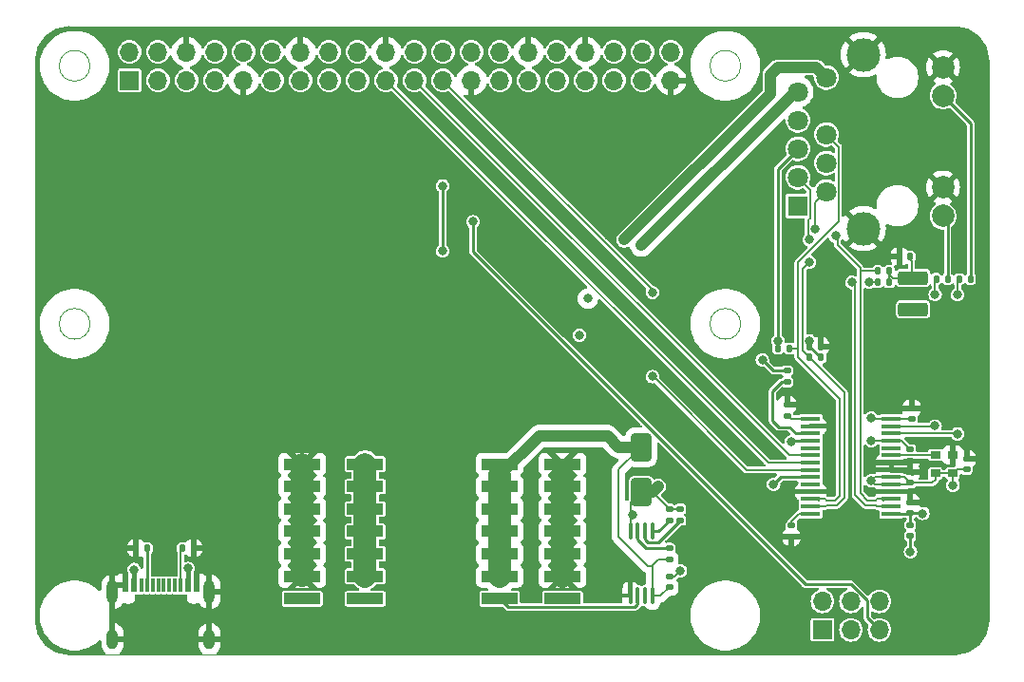
<source format=gbr>
G04 #@! TF.GenerationSoftware,KiCad,Pcbnew,8.0.3*
G04 #@! TF.CreationDate,2024-07-26T16:49:23+02:00*
G04 #@! TF.ProjectId,ice4pi,69636534-7069-42e6-9b69-6361645f7063,rev?*
G04 #@! TF.SameCoordinates,PX2faf080PY2ebae40*
G04 #@! TF.FileFunction,Copper,L1,Top*
G04 #@! TF.FilePolarity,Positive*
%FSLAX46Y46*%
G04 Gerber Fmt 4.6, Leading zero omitted, Abs format (unit mm)*
G04 Created by KiCad (PCBNEW 8.0.3) date 2024-07-26 16:49:23*
%MOMM*%
%LPD*%
G01*
G04 APERTURE LIST*
G04 Aperture macros list*
%AMRoundRect*
0 Rectangle with rounded corners*
0 $1 Rounding radius*
0 $2 $3 $4 $5 $6 $7 $8 $9 X,Y pos of 4 corners*
0 Add a 4 corners polygon primitive as box body*
4,1,4,$2,$3,$4,$5,$6,$7,$8,$9,$2,$3,0*
0 Add four circle primitives for the rounded corners*
1,1,$1+$1,$2,$3*
1,1,$1+$1,$4,$5*
1,1,$1+$1,$6,$7*
1,1,$1+$1,$8,$9*
0 Add four rect primitives between the rounded corners*
20,1,$1+$1,$2,$3,$4,$5,0*
20,1,$1+$1,$4,$5,$6,$7,0*
20,1,$1+$1,$6,$7,$8,$9,0*
20,1,$1+$1,$8,$9,$2,$3,0*%
G04 Aperture macros list end*
G04 #@! TA.AperFunction,SMDPad,CuDef*
%ADD10RoundRect,0.135000X0.135000X0.185000X-0.135000X0.185000X-0.135000X-0.185000X0.135000X-0.185000X0*%
G04 #@! TD*
G04 #@! TA.AperFunction,SMDPad,CuDef*
%ADD11RoundRect,0.140000X0.170000X-0.140000X0.170000X0.140000X-0.170000X0.140000X-0.170000X-0.140000X0*%
G04 #@! TD*
G04 #@! TA.AperFunction,SMDPad,CuDef*
%ADD12RoundRect,0.100000X-0.100000X0.637500X-0.100000X-0.637500X0.100000X-0.637500X0.100000X0.637500X0*%
G04 #@! TD*
G04 #@! TA.AperFunction,SMDPad,CuDef*
%ADD13RoundRect,0.135000X0.185000X-0.135000X0.185000X0.135000X-0.185000X0.135000X-0.185000X-0.135000X0*%
G04 #@! TD*
G04 #@! TA.AperFunction,SMDPad,CuDef*
%ADD14RoundRect,0.135000X-0.185000X0.135000X-0.185000X-0.135000X0.185000X-0.135000X0.185000X0.135000X0*%
G04 #@! TD*
G04 #@! TA.AperFunction,SMDPad,CuDef*
%ADD15RoundRect,0.250000X-0.650000X1.000000X-0.650000X-1.000000X0.650000X-1.000000X0.650000X1.000000X0*%
G04 #@! TD*
G04 #@! TA.AperFunction,SMDPad,CuDef*
%ADD16R,0.850000X0.650000*%
G04 #@! TD*
G04 #@! TA.AperFunction,SMDPad,CuDef*
%ADD17RoundRect,0.135000X-0.135000X-0.185000X0.135000X-0.185000X0.135000X0.185000X-0.135000X0.185000X0*%
G04 #@! TD*
G04 #@! TA.AperFunction,SMDPad,CuDef*
%ADD18R,0.600000X1.150000*%
G04 #@! TD*
G04 #@! TA.AperFunction,SMDPad,CuDef*
%ADD19R,0.300000X1.150000*%
G04 #@! TD*
G04 #@! TA.AperFunction,ComponentPad*
%ADD20O,1.000000X2.100000*%
G04 #@! TD*
G04 #@! TA.AperFunction,ComponentPad*
%ADD21O,1.000000X1.800000*%
G04 #@! TD*
G04 #@! TA.AperFunction,SMDPad,CuDef*
%ADD22RoundRect,0.140000X0.140000X0.170000X-0.140000X0.170000X-0.140000X-0.170000X0.140000X-0.170000X0*%
G04 #@! TD*
G04 #@! TA.AperFunction,SMDPad,CuDef*
%ADD23RoundRect,0.140000X-0.170000X0.140000X-0.170000X-0.140000X0.170000X-0.140000X0.170000X0.140000X0*%
G04 #@! TD*
G04 #@! TA.AperFunction,ComponentPad*
%ADD24R,1.800000X1.800000*%
G04 #@! TD*
G04 #@! TA.AperFunction,ComponentPad*
%ADD25C,1.800000*%
G04 #@! TD*
G04 #@! TA.AperFunction,ComponentPad*
%ADD26C,2.000000*%
G04 #@! TD*
G04 #@! TA.AperFunction,ComponentPad*
%ADD27C,3.000000*%
G04 #@! TD*
G04 #@! TA.AperFunction,SMDPad,CuDef*
%ADD28R,1.750000X0.450000*%
G04 #@! TD*
G04 #@! TA.AperFunction,SMDPad,CuDef*
%ADD29RoundRect,0.140000X-0.140000X-0.170000X0.140000X-0.170000X0.140000X0.170000X-0.140000X0.170000X0*%
G04 #@! TD*
G04 #@! TA.AperFunction,ComponentPad*
%ADD30R,1.700000X1.700000*%
G04 #@! TD*
G04 #@! TA.AperFunction,ComponentPad*
%ADD31O,1.700000X1.700000*%
G04 #@! TD*
G04 #@! TA.AperFunction,SMDPad,CuDef*
%ADD32R,3.200000X1.000000*%
G04 #@! TD*
G04 #@! TA.AperFunction,SMDPad,CuDef*
%ADD33RoundRect,0.250000X1.075000X-0.375000X1.075000X0.375000X-1.075000X0.375000X-1.075000X-0.375000X0*%
G04 #@! TD*
G04 #@! TA.AperFunction,ViaPad*
%ADD34C,0.800000*%
G04 #@! TD*
G04 #@! TA.AperFunction,Conductor*
%ADD35C,0.250000*%
G04 #@! TD*
G04 #@! TA.AperFunction,Conductor*
%ADD36C,1.000000*%
G04 #@! TD*
G04 #@! TA.AperFunction,Conductor*
%ADD37C,2.000000*%
G04 #@! TD*
G04 #@! TA.AperFunction,Conductor*
%ADD38C,0.200000*%
G04 #@! TD*
G04 #@! TA.AperFunction,Conductor*
%ADD39C,0.400000*%
G04 #@! TD*
G04 #@! TA.AperFunction,Profile*
%ADD40C,0.050000*%
G04 #@! TD*
G04 APERTURE END LIST*
D10*
X10000000Y-46500000D03*
X8980000Y-46500000D03*
D11*
X56500000Y-49960000D03*
X56500000Y-49000000D03*
D12*
X55000000Y-45000000D03*
X54350000Y-45000000D03*
X53700000Y-45000000D03*
X53050000Y-45000000D03*
X53050000Y-50725000D03*
X53700000Y-50725000D03*
X54350000Y-50725000D03*
X55000000Y-50725000D03*
D13*
X57500000Y-44010000D03*
X57500000Y-42990000D03*
X56500000Y-44020000D03*
X56500000Y-43000000D03*
D14*
X56500000Y-46490000D03*
X56500000Y-47510000D03*
D15*
X54000000Y-41500000D03*
X54000000Y-37500000D03*
D16*
X81775000Y-39825000D03*
X81775000Y-38175000D03*
X80225000Y-38175000D03*
X80225000Y-39825000D03*
D11*
X78000000Y-40680000D03*
X78000000Y-39720000D03*
D17*
X80290732Y-22491962D03*
X81310732Y-22491962D03*
X13090000Y-46500000D03*
X14110000Y-46500000D03*
X82339536Y-22499999D03*
X83359536Y-22499999D03*
D18*
X8000000Y-49820000D03*
X8800000Y-49820000D03*
D19*
X9950000Y-49820000D03*
X10950000Y-49820000D03*
X11450000Y-49820000D03*
X12450000Y-49820000D03*
D18*
X13600000Y-49820000D03*
X14400000Y-49820000D03*
X14400000Y-49820000D03*
X13600000Y-49820000D03*
D19*
X12950000Y-49820000D03*
X11950000Y-49820000D03*
X10450000Y-49820000D03*
X9450000Y-49820000D03*
D18*
X8800000Y-49820000D03*
X8000000Y-49820000D03*
D20*
X6880000Y-50395000D03*
D21*
X6880000Y-54575000D03*
D20*
X15520000Y-50395000D03*
D21*
X15520000Y-54575000D03*
D10*
X76110000Y-22800000D03*
X75090000Y-22800000D03*
D22*
X77980000Y-20500000D03*
X77020000Y-20500000D03*
D23*
X78000000Y-44420000D03*
X78000000Y-45380000D03*
D14*
X67000000Y-30680000D03*
X67000000Y-31700000D03*
D10*
X76110000Y-21800000D03*
X75090000Y-21800000D03*
D11*
X78000000Y-43380000D03*
X78000000Y-42420000D03*
X78100000Y-34980000D03*
X78100000Y-34020000D03*
D14*
X67400000Y-44490000D03*
X67400000Y-45510000D03*
D24*
X67960000Y-15965000D03*
D25*
X70500000Y-14695000D03*
X67960000Y-13425000D03*
X70500000Y-12155000D03*
X67960000Y-10885000D03*
X70500000Y-9615000D03*
X67960000Y-8345000D03*
X67960000Y-5805000D03*
X70500000Y-4535000D03*
D26*
X80910000Y-16885000D03*
X80910000Y-14345000D03*
X80910000Y-6165000D03*
X80910000Y-3625000D03*
D27*
X73800000Y-18005000D03*
X73800000Y-2505000D03*
D28*
X69100000Y-34975000D03*
X69100000Y-35625000D03*
X69100000Y-36275000D03*
X69100000Y-36925000D03*
X69100000Y-37575000D03*
X69100000Y-38225000D03*
X69100000Y-38875000D03*
X69100000Y-39525000D03*
X69100000Y-40175000D03*
X69100000Y-40825000D03*
X69100000Y-41475000D03*
X69100000Y-42125000D03*
X69100000Y-42775000D03*
X69100000Y-43425000D03*
X76300000Y-43425000D03*
X76300000Y-42775000D03*
X76300000Y-42125000D03*
X76300000Y-41475000D03*
X76300000Y-40825000D03*
X76300000Y-40175000D03*
X76300000Y-39525000D03*
X76300000Y-38875000D03*
X76300000Y-38225000D03*
X76300000Y-37575000D03*
X76300000Y-36925000D03*
X76300000Y-36275000D03*
X76300000Y-35625000D03*
X76300000Y-34975000D03*
D11*
X83000000Y-39480000D03*
X83000000Y-38520000D03*
D29*
X69020000Y-28500000D03*
X69980000Y-28500000D03*
D30*
X70160000Y-53770000D03*
D31*
X70160000Y-51230000D03*
X72700000Y-53770000D03*
X72700000Y-51230000D03*
X75240000Y-53770000D03*
X75240000Y-51230000D03*
D23*
X78000000Y-37720000D03*
X78000000Y-38680000D03*
D17*
X66190000Y-28700000D03*
X67210000Y-28700000D03*
D32*
X47000000Y-49000000D03*
X47000000Y-47000000D03*
X47000000Y-45000000D03*
X47000000Y-43000000D03*
X47000000Y-41000000D03*
X47000000Y-39000000D03*
X41400000Y-49000000D03*
X41400000Y-47000000D03*
X41400000Y-45000000D03*
X41400000Y-43000000D03*
X41400000Y-41000000D03*
X41400000Y-39000000D03*
X29400000Y-49000000D03*
X29400000Y-47000000D03*
X29400000Y-45000000D03*
X29400000Y-43000000D03*
X29400000Y-41000000D03*
X29400000Y-39000000D03*
X23800000Y-49000000D03*
X23800000Y-47000000D03*
X23800000Y-45000000D03*
X23800000Y-43000000D03*
X23800000Y-41000000D03*
X23800000Y-39000000D03*
X47000000Y-51000000D03*
X41400000Y-51000000D03*
X29400000Y-51000000D03*
X23800000Y-51000000D03*
D10*
X70010000Y-29500000D03*
X68990000Y-29500000D03*
D11*
X67000000Y-34680000D03*
X67000000Y-33720000D03*
D33*
X78221383Y-25207111D03*
X78221383Y-22407111D03*
D30*
X8400000Y-4800000D03*
D31*
X8400000Y-2260000D03*
X10940000Y-4800000D03*
X10940000Y-2260000D03*
X13480000Y-4800000D03*
X13480000Y-2260000D03*
X16020000Y-4800000D03*
X16020000Y-2260000D03*
X18560000Y-4800000D03*
X18560000Y-2260000D03*
X21100000Y-4800000D03*
X21100000Y-2260000D03*
X23640000Y-4800000D03*
X23640000Y-2260000D03*
X26180000Y-4800000D03*
X26180000Y-2260000D03*
X28720000Y-4800000D03*
X28720000Y-2260000D03*
X31260000Y-4800000D03*
X31260000Y-2260000D03*
X33800000Y-4800000D03*
X33800000Y-2260000D03*
X36340000Y-4800000D03*
X36340000Y-2260000D03*
X38880000Y-4800000D03*
X38880000Y-2260000D03*
X41420000Y-4800000D03*
X41420000Y-2260000D03*
X43960000Y-4800000D03*
X43960000Y-2260000D03*
X46500000Y-4800000D03*
X46500000Y-2260000D03*
X49040000Y-4800000D03*
X49040000Y-2260000D03*
X51580000Y-4800000D03*
X51580000Y-2260000D03*
X54120000Y-4800000D03*
X54120000Y-2260000D03*
X56660000Y-4800000D03*
X56660000Y-2260000D03*
D34*
X23800000Y-48000000D03*
X23800000Y-40000000D03*
X41400000Y-48000000D03*
X47000000Y-48000000D03*
X47000000Y-40000000D03*
X55500000Y-41000000D03*
X53250000Y-43500000D03*
X57500000Y-48500000D03*
X44958000Y-14655800D03*
X63900000Y-38700000D03*
X43713400Y-15951200D03*
X46253400Y-13385800D03*
X61569600Y-39954200D03*
X65700000Y-37900000D03*
X42341800Y-17246600D03*
X79100000Y-43400000D03*
X74500000Y-36900000D03*
X74500000Y-40500000D03*
X74500000Y-34900000D03*
X81800000Y-40900000D03*
X78221383Y-25207111D03*
X29400000Y-44000000D03*
X13600000Y-48300000D03*
X8800000Y-48400000D03*
X67400000Y-37000000D03*
X55000000Y-23700000D03*
X55000000Y-31200000D03*
X36300000Y-14200000D03*
X36300000Y-20000000D03*
X39000000Y-17400000D03*
X64800000Y-29700000D03*
X69000000Y-21000000D03*
X69000000Y-19000000D03*
X69500000Y-18000000D03*
X72800000Y-22800000D03*
X74300000Y-22800000D03*
X71328724Y-18671276D03*
X82200000Y-36300000D03*
X82200000Y-23900000D03*
X80200000Y-23900000D03*
X80200000Y-35600000D03*
X65800000Y-40800000D03*
X78000000Y-46800000D03*
X41400000Y-40000000D03*
X49250000Y-24250000D03*
X54000000Y-19500000D03*
X52500000Y-19000000D03*
X48500000Y-27500000D03*
X52500000Y-19000000D03*
X69010001Y-28000000D03*
X66190000Y-28000000D03*
X78221383Y-22407111D03*
D35*
X9950000Y-46930000D02*
X10000000Y-46880000D01*
X10000000Y-46880000D02*
X10000000Y-46500000D01*
X9950000Y-49820000D02*
X9950000Y-46930000D01*
D36*
X65500000Y-4305000D02*
X66170000Y-3635000D01*
X66170000Y-3635000D02*
X69600000Y-3635000D01*
X69600000Y-3635000D02*
X70500000Y-4535000D01*
X65500000Y-4305000D02*
X65500000Y-6000000D01*
X65500000Y-6000000D02*
X52500000Y-19000000D01*
D37*
X23800000Y-47000000D02*
X23800000Y-48900000D01*
X23800000Y-39000000D02*
X23800000Y-41000000D01*
X41400000Y-49000000D02*
X41400000Y-48000000D01*
X41400000Y-48000000D02*
X41400000Y-40000000D01*
D36*
X41400000Y-40000000D02*
X44900000Y-36500000D01*
X44900000Y-36500000D02*
X51000000Y-36500000D01*
X51000000Y-36500000D02*
X52000000Y-37500000D01*
X52000000Y-37500000D02*
X54000000Y-37500000D01*
D37*
X47000000Y-48000000D02*
X47000000Y-40000000D01*
D38*
X57500000Y-48500000D02*
X57000000Y-49000000D01*
X57000000Y-49000000D02*
X56500000Y-49000000D01*
X54942732Y-48057268D02*
X54557268Y-48057268D01*
X54557268Y-48057268D02*
X52000000Y-45500000D01*
X52000000Y-45500000D02*
X52000000Y-39500000D01*
X52000000Y-39500000D02*
X54000000Y-37500000D01*
X54000000Y-41500000D02*
X55000000Y-41500000D01*
D36*
X55000000Y-41500000D02*
X55500000Y-41000000D01*
D37*
X47000000Y-49000000D02*
X47000000Y-48000000D01*
D35*
X53700000Y-50725000D02*
X53700000Y-51462499D01*
X53700000Y-51462499D02*
X53437499Y-51725000D01*
X53437499Y-51725000D02*
X42125000Y-51725000D01*
X42125000Y-51725000D02*
X41400000Y-51000000D01*
D38*
X55000000Y-50725000D02*
X55735000Y-50725000D01*
X55735000Y-50725000D02*
X56500000Y-49960000D01*
X55000000Y-48114536D02*
X54942732Y-48057268D01*
X54942732Y-48057268D02*
X55490000Y-47510000D01*
X55490000Y-47510000D02*
X56500000Y-47510000D01*
D35*
X53700000Y-45000000D02*
X53700000Y-45737499D01*
X53700000Y-45737499D02*
X54452501Y-46490000D01*
X54452501Y-46490000D02*
X56500000Y-46490000D01*
X54350000Y-45000000D02*
X54350000Y-45737499D01*
X54350000Y-45737499D02*
X54575001Y-45962500D01*
X54575001Y-45962500D02*
X55547500Y-45962500D01*
X55547500Y-45962500D02*
X57500000Y-44010000D01*
D38*
X56500000Y-43000000D02*
X57490000Y-43000000D01*
X57490000Y-43000000D02*
X57500000Y-42990000D01*
D35*
X55000000Y-45000000D02*
X55520000Y-45000000D01*
X55520000Y-45000000D02*
X56500000Y-44020000D01*
D38*
X55000000Y-41500000D02*
X56500000Y-43000000D01*
X55000000Y-50725000D02*
X55000000Y-48114536D01*
X54000000Y-41500000D02*
X53050000Y-42450000D01*
X53050000Y-42450000D02*
X53050000Y-45000000D01*
D39*
X76300000Y-39525000D02*
X77805000Y-39525000D01*
X77805000Y-39525000D02*
X78100000Y-39820000D01*
D38*
X81556431Y-3925000D02*
X80220000Y-3925000D01*
D35*
X77955000Y-43425000D02*
X78000000Y-43380000D01*
D38*
X79920000Y-40680000D02*
X80225000Y-40375000D01*
X78095000Y-34975000D02*
X78100000Y-34980000D01*
X81775000Y-40875000D02*
X81800000Y-40900000D01*
X78100000Y-25085728D02*
X78221383Y-25207111D01*
X74825000Y-40175000D02*
X74500000Y-40500000D01*
X74525000Y-36925000D02*
X74500000Y-36900000D01*
X76300000Y-40175000D02*
X74825000Y-40175000D01*
X76300000Y-36925000D02*
X77205000Y-36925000D01*
D35*
X79080000Y-43380000D02*
X79100000Y-43400000D01*
D38*
X78100000Y-25000000D02*
X78100000Y-25085728D01*
X82120000Y-39480000D02*
X81775000Y-39825000D01*
X74900000Y-40800000D02*
X74925000Y-40825000D01*
X77205000Y-36925000D02*
X78000000Y-37720000D01*
X74575000Y-34975000D02*
X74500000Y-34900000D01*
X78100000Y-40780000D02*
X77495000Y-40175000D01*
X74925000Y-40825000D02*
X76300000Y-40825000D01*
X76300000Y-34975000D02*
X78095000Y-34975000D01*
X80225000Y-40375000D02*
X80225000Y-39825000D01*
X81775000Y-39825000D02*
X81775000Y-40875000D01*
X77495000Y-40175000D02*
X76300000Y-40175000D01*
X81775000Y-39825000D02*
X80225000Y-39825000D01*
D35*
X78000000Y-43380000D02*
X79080000Y-43380000D01*
D38*
X76300000Y-36925000D02*
X74525000Y-36925000D01*
X76300000Y-34975000D02*
X74575000Y-34975000D01*
X74500000Y-40500000D02*
X74800000Y-40800000D01*
D35*
X76300000Y-43425000D02*
X77955000Y-43425000D01*
D38*
X78100000Y-40780000D02*
X76345000Y-40780000D01*
X74800000Y-40800000D02*
X74900000Y-40800000D01*
X83000000Y-39480000D02*
X82120000Y-39480000D01*
D35*
X78000000Y-44420000D02*
X78000000Y-43380000D01*
D38*
X78000000Y-40680000D02*
X79920000Y-40680000D01*
X76345000Y-40780000D02*
X76300000Y-40825000D01*
D37*
X29400000Y-44000000D02*
X29400000Y-39000000D01*
X29400000Y-49000000D02*
X29400000Y-44000000D01*
D39*
X8800000Y-49820000D02*
X8800000Y-48400000D01*
X13600000Y-49820000D02*
X13600000Y-48300000D01*
D38*
X67355000Y-34975000D02*
X67000000Y-34620000D01*
X69100000Y-34975000D02*
X67355000Y-34975000D01*
X65335000Y-38875000D02*
X31260000Y-4800000D01*
X69100000Y-38875000D02*
X65335000Y-38875000D01*
X69100000Y-38225000D02*
X67225000Y-38225000D01*
X67225000Y-38225000D02*
X33800000Y-4800000D01*
D35*
X69100000Y-36925000D02*
X67475000Y-36925000D01*
X67475000Y-36925000D02*
X67400000Y-37000000D01*
D38*
X55000000Y-23700000D02*
X55000000Y-23460000D01*
X69100000Y-39525000D02*
X63425000Y-39525000D01*
X55100000Y-31200000D02*
X55000000Y-31200000D01*
X55000000Y-23460000D02*
X36340000Y-4800000D01*
X63425000Y-39525000D02*
X55100000Y-31200000D01*
D35*
X36300000Y-14200000D02*
X36300000Y-20000000D01*
X68630800Y-49682400D02*
X39000000Y-20051600D01*
X72671989Y-49682400D02*
X68630800Y-49682400D01*
X74165489Y-52695489D02*
X74165489Y-51175900D01*
X74165489Y-51175900D02*
X72671989Y-49682400D01*
X75240000Y-53770000D02*
X74165489Y-52695489D01*
X39000000Y-20051600D02*
X39000000Y-17400000D01*
D38*
X12950000Y-49820000D02*
X12950000Y-46640000D01*
X12950000Y-46640000D02*
X13090000Y-46500000D01*
D35*
X65780000Y-30680000D02*
X64800000Y-29700000D01*
X67000000Y-30680000D02*
X65780000Y-30680000D01*
D38*
X71675000Y-41806800D02*
X71675000Y-33175000D01*
X69750000Y-42125000D02*
X69850000Y-42225000D01*
X67960000Y-28760000D02*
X67960000Y-21040000D01*
X70412501Y-42125000D02*
X70512501Y-42225000D01*
X71600000Y-10715000D02*
X70500000Y-9615000D01*
X67960000Y-21040000D02*
X71600000Y-17400000D01*
X67900000Y-28700000D02*
X67210000Y-28700000D01*
X67960000Y-29460000D02*
X67960000Y-28760000D01*
X69100000Y-42125000D02*
X70412501Y-42125000D01*
X71675000Y-33175000D02*
X67960000Y-29460000D01*
X67900000Y-28700000D02*
X67960000Y-28760000D01*
X71256800Y-42225000D02*
X71675000Y-41806800D01*
X71600000Y-17400000D02*
X71600000Y-10715000D01*
X70512501Y-42225000D02*
X71256800Y-42225000D01*
X69060000Y-17065000D02*
X69060000Y-14525000D01*
X68900000Y-17225000D02*
X69060000Y-17065000D01*
X70412501Y-42775000D02*
X70512501Y-42675000D01*
X68900000Y-18900000D02*
X68900000Y-17225000D01*
X68410001Y-28891801D02*
X68410001Y-28689999D01*
X70512501Y-42675000D02*
X71443200Y-42675000D01*
X69000000Y-19000000D02*
X68900000Y-18900000D01*
X72125000Y-41993200D02*
X72125000Y-32606800D01*
X72125000Y-32606800D02*
X68410001Y-28891801D01*
X69100000Y-42775000D02*
X70412501Y-42775000D01*
X69000000Y-21000000D02*
X68410001Y-21589999D01*
X71443200Y-42675000D02*
X72125000Y-41993200D01*
X68410001Y-21589999D02*
X68410001Y-28689999D01*
X69750000Y-42775000D02*
X69850000Y-42675000D01*
X69060000Y-14525000D02*
X67960000Y-13425000D01*
X75090000Y-22800000D02*
X74300000Y-22800000D01*
X69500000Y-15695000D02*
X69500000Y-18000000D01*
X73987620Y-42675000D02*
X73075000Y-41762380D01*
X73075000Y-23075000D02*
X72800000Y-22800000D01*
X70500000Y-14695000D02*
X69500000Y-15695000D01*
X74887499Y-42675000D02*
X73987620Y-42675000D01*
X70110001Y-15084999D02*
X70500000Y-14695000D01*
X74987499Y-42775000D02*
X74887499Y-42675000D01*
X73075000Y-41762380D02*
X73075000Y-23075000D01*
X76300000Y-42775000D02*
X74987499Y-42775000D01*
X73525000Y-41575980D02*
X73525000Y-21806800D01*
X73525000Y-21525000D02*
X71500000Y-19500000D01*
X74987499Y-42125000D02*
X74887499Y-42225000D01*
X71500000Y-18842552D02*
X71328724Y-18671276D01*
X75550000Y-42225000D02*
X75650000Y-42125000D01*
X74887499Y-42225000D02*
X74174020Y-42225000D01*
X74174020Y-42225000D02*
X73525000Y-41575980D01*
X76300000Y-42125000D02*
X74987499Y-42125000D01*
X71500000Y-19500000D02*
X71500000Y-18842552D01*
X75090000Y-21800000D02*
X73531800Y-21800000D01*
X73525000Y-21806800D02*
X73525000Y-21525000D01*
X73531800Y-21800000D02*
X73525000Y-21806800D01*
X82175000Y-36275000D02*
X82200000Y-36300000D01*
X82200000Y-23900000D02*
X82200000Y-22410000D01*
X76300000Y-36275000D02*
X82175000Y-36275000D01*
X80200000Y-23900000D02*
X80200000Y-22410000D01*
X76300000Y-35625000D02*
X80175000Y-35625000D01*
X80175000Y-35625000D02*
X80200000Y-35600000D01*
D35*
X66425000Y-40175000D02*
X65800000Y-40800000D01*
X69100000Y-40175000D02*
X66425000Y-40175000D01*
X78000000Y-45380000D02*
X78000000Y-46800000D01*
D36*
X67695000Y-5805000D02*
X67960000Y-5805000D01*
X54000000Y-19500000D02*
X67695000Y-5805000D01*
D35*
X66300000Y-35700000D02*
X65700000Y-35100000D01*
X65700000Y-35100000D02*
X65700000Y-32500000D01*
X66500000Y-31700000D02*
X67000000Y-31700000D01*
X65700000Y-32500000D02*
X66500000Y-31700000D01*
X69100000Y-36275000D02*
X67769491Y-36275000D01*
X67194491Y-35700000D02*
X66300000Y-35700000D01*
X67769491Y-36275000D02*
X67194491Y-35700000D01*
D38*
X67400000Y-44100000D02*
X67400000Y-44490000D01*
X68075000Y-43425000D02*
X67400000Y-44100000D01*
X69100000Y-43425000D02*
X68075000Y-43425000D01*
X80200480Y-38199520D02*
X76325480Y-38199520D01*
X80225000Y-38175000D02*
X80200480Y-38199520D01*
X76325480Y-38199520D02*
X76300000Y-38225000D01*
D35*
X69020000Y-28500000D02*
X69020000Y-28009999D01*
X69020000Y-28009999D02*
X69010001Y-28000000D01*
X66190000Y-25190000D02*
X66190000Y-28000000D01*
X67960000Y-10885000D02*
X66175000Y-12670000D01*
X70010000Y-29500000D02*
X70010000Y-29490000D01*
X70010000Y-29490000D02*
X69020000Y-28500000D01*
X66190000Y-28000000D02*
X66190000Y-28700000D01*
X66175000Y-25175000D02*
X66190000Y-25190000D01*
X66175000Y-12670000D02*
X66175000Y-25175000D01*
X83359536Y-8614536D02*
X80910000Y-6165000D01*
X83359536Y-22499999D02*
X83359536Y-8614536D01*
D38*
X76427111Y-22407111D02*
X78221383Y-22407111D01*
X78221383Y-22407111D02*
X78100000Y-22285728D01*
X76220000Y-22200000D02*
X76110000Y-22310000D01*
X78100000Y-22285728D02*
X78100000Y-20820000D01*
X76220000Y-22200000D02*
X76427111Y-22407111D01*
X76110000Y-22310000D02*
X76110000Y-21800000D01*
X78100000Y-20820000D02*
X78080000Y-20800000D01*
X76110000Y-22800000D02*
X76110000Y-22310000D01*
D35*
X81310732Y-17285732D02*
X80910000Y-16885000D01*
X81310732Y-22491962D02*
X81310732Y-17285732D01*
D37*
X23800000Y-40300000D02*
X23800000Y-47700000D01*
G04 #@! TA.AperFunction,Conductor*
G36*
X50601510Y-37520502D02*
G01*
X50622484Y-37537405D01*
X50980722Y-37895643D01*
X51362219Y-38277140D01*
X51526086Y-38386632D01*
X51708165Y-38462052D01*
X51877785Y-38495791D01*
X51940694Y-38528698D01*
X51975826Y-38590393D01*
X51972026Y-38661288D01*
X51942299Y-38708465D01*
X51876764Y-38774000D01*
X51631286Y-39019478D01*
X51631284Y-39019480D01*
X51593988Y-39056776D01*
X51519483Y-39131280D01*
X51519482Y-39131282D01*
X51519480Y-39131284D01*
X51505776Y-39155021D01*
X51491643Y-39179500D01*
X51440423Y-39268213D01*
X51432040Y-39299500D01*
X51399499Y-39420943D01*
X51399499Y-39420945D01*
X51399499Y-39589207D01*
X51399500Y-39589220D01*
X51399500Y-45413208D01*
X51399499Y-45413226D01*
X51399499Y-45420943D01*
X51399499Y-45579057D01*
X51417049Y-45644552D01*
X51440424Y-45731788D01*
X51440424Y-45731789D01*
X51446510Y-45742328D01*
X51446513Y-45742333D01*
X51519477Y-45868712D01*
X51519485Y-45868722D01*
X51638459Y-45987696D01*
X51638473Y-45987708D01*
X54072337Y-48421572D01*
X54072358Y-48421595D01*
X54188547Y-48537784D01*
X54188550Y-48537786D01*
X54188552Y-48537788D01*
X54256083Y-48576776D01*
X54275363Y-48587907D01*
X54275366Y-48587909D01*
X54332636Y-48620975D01*
X54331410Y-48623097D01*
X54376993Y-48659825D01*
X54399419Y-48727187D01*
X54399500Y-48731694D01*
X54399500Y-49661000D01*
X54379498Y-49729121D01*
X54325842Y-49775614D01*
X54273502Y-49787000D01*
X54205139Y-49787000D01*
X54205133Y-49787001D01*
X54180010Y-49789914D01*
X54180005Y-49789916D01*
X54075893Y-49835886D01*
X54005497Y-49845104D01*
X53974105Y-49835886D01*
X53972765Y-49835294D01*
X53896972Y-49801828D01*
X53869989Y-49789914D01*
X53869990Y-49789914D01*
X53844870Y-49787000D01*
X53747921Y-49787000D01*
X53679800Y-49766998D01*
X53647959Y-49737704D01*
X53583630Y-49653869D01*
X53456629Y-49556417D01*
X53456621Y-49556412D01*
X53308718Y-49495149D01*
X53250000Y-49487419D01*
X53250000Y-50799000D01*
X53229998Y-50867121D01*
X53176342Y-50913614D01*
X53124000Y-50925000D01*
X52342001Y-50925000D01*
X52342001Y-51273500D01*
X52321999Y-51341621D01*
X52268343Y-51388114D01*
X52216001Y-51399500D01*
X48926500Y-51399500D01*
X48858379Y-51379498D01*
X48811886Y-51325842D01*
X48800500Y-51273500D01*
X48800500Y-50480253D01*
X48800499Y-50480249D01*
X48790650Y-50430737D01*
X48788867Y-50421769D01*
X48744552Y-50355448D01*
X48678231Y-50311133D01*
X48678228Y-50311132D01*
X48619750Y-50299500D01*
X48619748Y-50299500D01*
X45380252Y-50299500D01*
X45380249Y-50299500D01*
X45321771Y-50311132D01*
X45321768Y-50311133D01*
X45255448Y-50355448D01*
X45211133Y-50421768D01*
X45211132Y-50421771D01*
X45199500Y-50480249D01*
X45199500Y-51273500D01*
X45179498Y-51341621D01*
X45125842Y-51388114D01*
X45073500Y-51399500D01*
X43326500Y-51399500D01*
X43258379Y-51379498D01*
X43211886Y-51325842D01*
X43200500Y-51273500D01*
X43200500Y-50480253D01*
X43200499Y-50480249D01*
X43190650Y-50430737D01*
X43188867Y-50421769D01*
X43144552Y-50355448D01*
X43078231Y-50311133D01*
X43078228Y-50311132D01*
X43019750Y-50299500D01*
X43019748Y-50299500D01*
X42526718Y-50299500D01*
X42458597Y-50279498D01*
X42412104Y-50225842D01*
X42402000Y-50155568D01*
X42431494Y-50090988D01*
X42437622Y-50084405D01*
X42474376Y-50047650D01*
X52342000Y-50047650D01*
X52342000Y-50525000D01*
X52850000Y-50525000D01*
X52850000Y-49487419D01*
X52849999Y-49487419D01*
X52791281Y-49495149D01*
X52643378Y-49556412D01*
X52643370Y-49556417D01*
X52516369Y-49653869D01*
X52418917Y-49780870D01*
X52418912Y-49780878D01*
X52357649Y-49928781D01*
X52342000Y-50047650D01*
X42474376Y-50047650D01*
X42484622Y-50037404D01*
X42546933Y-50003379D01*
X42573718Y-50000499D01*
X43047865Y-50000499D01*
X43047872Y-50000499D01*
X43107483Y-49994091D01*
X43224507Y-49950444D01*
X43242326Y-49943798D01*
X43242326Y-49943797D01*
X43242331Y-49943796D01*
X43357546Y-49857546D01*
X43443796Y-49742331D01*
X43494091Y-49607483D01*
X43500500Y-49547873D01*
X43500499Y-48452128D01*
X43494091Y-48392517D01*
X43463737Y-48311133D01*
X43443798Y-48257673D01*
X43443796Y-48257670D01*
X43443796Y-48257669D01*
X43364045Y-48151135D01*
X43357546Y-48142453D01*
X43313167Y-48109232D01*
X43301993Y-48100867D01*
X43259447Y-48044032D01*
X43254383Y-47973217D01*
X43288408Y-47910904D01*
X43301994Y-47899132D01*
X43301996Y-47899131D01*
X43357546Y-47857546D01*
X43443796Y-47742331D01*
X43494091Y-47607483D01*
X43500500Y-47547873D01*
X43500499Y-46452128D01*
X43494091Y-46392517D01*
X43463737Y-46311133D01*
X43443798Y-46257673D01*
X43443796Y-46257670D01*
X43443796Y-46257669D01*
X43370379Y-46159596D01*
X43357546Y-46142453D01*
X43313167Y-46109232D01*
X43301993Y-46100867D01*
X43259447Y-46044032D01*
X43254383Y-45973217D01*
X43288408Y-45910904D01*
X43301994Y-45899132D01*
X43301996Y-45899131D01*
X43357546Y-45857546D01*
X43443796Y-45742331D01*
X43443796Y-45742330D01*
X43443798Y-45742328D01*
X43443798Y-45742326D01*
X43463737Y-45688866D01*
X43494091Y-45607483D01*
X43500500Y-45547873D01*
X43500499Y-44452128D01*
X43494091Y-44392517D01*
X43463737Y-44311133D01*
X43443798Y-44257673D01*
X43443796Y-44257670D01*
X43443796Y-44257669D01*
X43392940Y-44189734D01*
X43357546Y-44142453D01*
X43303585Y-44102059D01*
X43301993Y-44100867D01*
X43259447Y-44044032D01*
X43254383Y-43973217D01*
X43288408Y-43910904D01*
X43301994Y-43899132D01*
X43301996Y-43899131D01*
X43357546Y-43857546D01*
X43443796Y-43742331D01*
X43494091Y-43607483D01*
X43500500Y-43547873D01*
X43500499Y-42452128D01*
X43494091Y-42392517D01*
X43463737Y-42311133D01*
X43443798Y-42257673D01*
X43443796Y-42257670D01*
X43443796Y-42257669D01*
X43383941Y-42177713D01*
X43357546Y-42142453D01*
X43313103Y-42109184D01*
X43301993Y-42100867D01*
X43259447Y-42044032D01*
X43254383Y-41973217D01*
X43288408Y-41910904D01*
X43301994Y-41899132D01*
X43301996Y-41899131D01*
X43357546Y-41857546D01*
X43443796Y-41742331D01*
X43494091Y-41607483D01*
X43500500Y-41547873D01*
X43500499Y-40452128D01*
X43494091Y-40392517D01*
X43463737Y-40311133D01*
X43443798Y-40257673D01*
X43443796Y-40257670D01*
X43443796Y-40257669D01*
X43392660Y-40189360D01*
X43357546Y-40142453D01*
X43313167Y-40109232D01*
X43301993Y-40100867D01*
X43259447Y-40044032D01*
X43254383Y-39973217D01*
X43288408Y-39910904D01*
X43301994Y-39899132D01*
X43301996Y-39899131D01*
X43357546Y-39857546D01*
X43443796Y-39742331D01*
X43494091Y-39607483D01*
X43500500Y-39547873D01*
X43500499Y-39366610D01*
X43520501Y-39298490D01*
X43537399Y-39277519D01*
X44363517Y-38451402D01*
X44892000Y-38451402D01*
X44892000Y-39548597D01*
X44898505Y-39609093D01*
X44949555Y-39745964D01*
X44949555Y-39745965D01*
X45037095Y-39862904D01*
X45085490Y-39899132D01*
X45128037Y-39955968D01*
X45133101Y-40026784D01*
X45099076Y-40089096D01*
X45085490Y-40100868D01*
X45037095Y-40137095D01*
X44949555Y-40254034D01*
X44949555Y-40254035D01*
X44898505Y-40390906D01*
X44892001Y-40451399D01*
X44892000Y-40451414D01*
X44892000Y-41548597D01*
X44898505Y-41609093D01*
X44949555Y-41745964D01*
X44949555Y-41745965D01*
X45037095Y-41862904D01*
X45085490Y-41899132D01*
X45128037Y-41955968D01*
X45133101Y-42026784D01*
X45099076Y-42089096D01*
X45085490Y-42100868D01*
X45037095Y-42137095D01*
X44949555Y-42254034D01*
X44949555Y-42254035D01*
X44898505Y-42390906D01*
X44892000Y-42451402D01*
X44892000Y-43548597D01*
X44898505Y-43609093D01*
X44949555Y-43745964D01*
X44949555Y-43745965D01*
X45037095Y-43862904D01*
X45085490Y-43899132D01*
X45128037Y-43955968D01*
X45133101Y-44026784D01*
X45099076Y-44089096D01*
X45085490Y-44100868D01*
X45037095Y-44137095D01*
X44949555Y-44254034D01*
X44949555Y-44254035D01*
X44898505Y-44390906D01*
X44892000Y-44451402D01*
X44892000Y-45548597D01*
X44898505Y-45609093D01*
X44949555Y-45745964D01*
X44949555Y-45745965D01*
X45037095Y-45862904D01*
X45085490Y-45899132D01*
X45128037Y-45955968D01*
X45133101Y-46026784D01*
X45099076Y-46089096D01*
X45085490Y-46100868D01*
X45037095Y-46137095D01*
X44949555Y-46254034D01*
X44949555Y-46254035D01*
X44898505Y-46390906D01*
X44892000Y-46451402D01*
X44892000Y-47548597D01*
X44898505Y-47609093D01*
X44949555Y-47745964D01*
X44949555Y-47745965D01*
X45037095Y-47862904D01*
X45085490Y-47899132D01*
X45128037Y-47955968D01*
X45133101Y-48026784D01*
X45099076Y-48089096D01*
X45085490Y-48100868D01*
X45037095Y-48137095D01*
X44949555Y-48254034D01*
X44949555Y-48254035D01*
X44898505Y-48390906D01*
X44892000Y-48451402D01*
X44892000Y-49548597D01*
X44898505Y-49609093D01*
X44949555Y-49745964D01*
X44949555Y-49745965D01*
X45037095Y-49862904D01*
X45154034Y-49950444D01*
X45290906Y-50001494D01*
X45351402Y-50007999D01*
X45351415Y-50008000D01*
X45632790Y-50008000D01*
X45632791Y-50007999D01*
X46351211Y-50007999D01*
X46351212Y-50008000D01*
X47648788Y-50008000D01*
X47648788Y-50007999D01*
X47000000Y-49359210D01*
X46351211Y-50007999D01*
X45632791Y-50007999D01*
X46640790Y-49000001D01*
X46640790Y-48999999D01*
X45729886Y-48089095D01*
X45695860Y-48026783D01*
X45697776Y-47999999D01*
X46359209Y-47999999D01*
X47000000Y-48640789D01*
X47000001Y-48640789D01*
X47640789Y-48000001D01*
X47640789Y-47999999D01*
X47000000Y-47359210D01*
X46999999Y-47359210D01*
X46359209Y-47999999D01*
X45697776Y-47999999D01*
X45700925Y-47955968D01*
X45729886Y-47910905D01*
X46640790Y-47000001D01*
X46640790Y-46999999D01*
X45729886Y-46089095D01*
X45695860Y-46026783D01*
X45697776Y-45999999D01*
X46359210Y-45999999D01*
X47000000Y-46640789D01*
X47000001Y-46640789D01*
X47640789Y-46000001D01*
X47640789Y-45999999D01*
X47000000Y-45359210D01*
X46999999Y-45359210D01*
X46359210Y-45999999D01*
X45697776Y-45999999D01*
X45700925Y-45955968D01*
X45729886Y-45910905D01*
X46640790Y-45000001D01*
X46640790Y-44999999D01*
X45729886Y-44089095D01*
X45695860Y-44026783D01*
X45697776Y-43999999D01*
X46359210Y-43999999D01*
X47000000Y-44640789D01*
X47000001Y-44640789D01*
X47640789Y-44000001D01*
X47640789Y-43999999D01*
X47000000Y-43359210D01*
X46999999Y-43359210D01*
X46359210Y-43999999D01*
X45697776Y-43999999D01*
X45700925Y-43955968D01*
X45729886Y-43910905D01*
X46640790Y-43000001D01*
X46640790Y-42999999D01*
X45729886Y-42089095D01*
X45695860Y-42026783D01*
X45697776Y-41999999D01*
X46359210Y-41999999D01*
X47000000Y-42640789D01*
X47000001Y-42640789D01*
X47640789Y-42000001D01*
X47640789Y-41999999D01*
X47000000Y-41359210D01*
X46999999Y-41359210D01*
X46359210Y-41999999D01*
X45697776Y-41999999D01*
X45700925Y-41955968D01*
X45729886Y-41910905D01*
X46640790Y-41000001D01*
X46640790Y-40999999D01*
X45729886Y-40089095D01*
X45695860Y-40026783D01*
X45697776Y-39999999D01*
X46359210Y-39999999D01*
X47000000Y-40640789D01*
X47000001Y-40640789D01*
X47640789Y-40000001D01*
X47640789Y-39999999D01*
X47000000Y-39359210D01*
X46999999Y-39359210D01*
X46359210Y-39999999D01*
X45697776Y-39999999D01*
X45700925Y-39955968D01*
X45729886Y-39910905D01*
X46640790Y-39000001D01*
X46640790Y-38999999D01*
X47359210Y-38999999D01*
X47359210Y-39000001D01*
X48270114Y-39910905D01*
X48304140Y-39973217D01*
X48299075Y-40044032D01*
X48270114Y-40089095D01*
X47359210Y-40999999D01*
X47359210Y-41000001D01*
X48270114Y-41910905D01*
X48304140Y-41973217D01*
X48299075Y-42044032D01*
X48270114Y-42089095D01*
X47359210Y-42999999D01*
X47359210Y-43000001D01*
X48270114Y-43910905D01*
X48304140Y-43973217D01*
X48299075Y-44044032D01*
X48270114Y-44089095D01*
X47359210Y-44999999D01*
X47359210Y-45000001D01*
X48270114Y-45910905D01*
X48304140Y-45973217D01*
X48299075Y-46044032D01*
X48270114Y-46089095D01*
X47359210Y-46999999D01*
X47359210Y-47000001D01*
X48270114Y-47910905D01*
X48304140Y-47973217D01*
X48299075Y-48044032D01*
X48270114Y-48089095D01*
X47359210Y-48999999D01*
X47359210Y-49000001D01*
X48367208Y-50007999D01*
X48367210Y-50008000D01*
X48648585Y-50008000D01*
X48648597Y-50007999D01*
X48709093Y-50001494D01*
X48845964Y-49950444D01*
X48845965Y-49950444D01*
X48962904Y-49862904D01*
X49050444Y-49745965D01*
X49050444Y-49745964D01*
X49101494Y-49609093D01*
X49107999Y-49548597D01*
X49108000Y-49548585D01*
X49108000Y-48451414D01*
X49107999Y-48451402D01*
X49101494Y-48390906D01*
X49050444Y-48254035D01*
X49050444Y-48254034D01*
X48962906Y-48137098D01*
X48914509Y-48100869D01*
X48871963Y-48044033D01*
X48866897Y-47973217D01*
X48900922Y-47910905D01*
X48914509Y-47899131D01*
X48962906Y-47862901D01*
X49050444Y-47745965D01*
X49050444Y-47745964D01*
X49101494Y-47609093D01*
X49107999Y-47548597D01*
X49108000Y-47548585D01*
X49108000Y-46451414D01*
X49107999Y-46451402D01*
X49101494Y-46390906D01*
X49050444Y-46254035D01*
X49050444Y-46254034D01*
X48962906Y-46137098D01*
X48914509Y-46100869D01*
X48871963Y-46044033D01*
X48866897Y-45973217D01*
X48900922Y-45910905D01*
X48914509Y-45899131D01*
X48962906Y-45862901D01*
X49050444Y-45745965D01*
X49050444Y-45745964D01*
X49101494Y-45609093D01*
X49107999Y-45548597D01*
X49108000Y-45548585D01*
X49108000Y-44451414D01*
X49107999Y-44451402D01*
X49101494Y-44390906D01*
X49050444Y-44254035D01*
X49050444Y-44254034D01*
X48962906Y-44137098D01*
X48914509Y-44100869D01*
X48871963Y-44044033D01*
X48866897Y-43973217D01*
X48900922Y-43910905D01*
X48914509Y-43899131D01*
X48962906Y-43862901D01*
X49050444Y-43745965D01*
X49050444Y-43745964D01*
X49101494Y-43609093D01*
X49107999Y-43548597D01*
X49108000Y-43548585D01*
X49108000Y-42451414D01*
X49107999Y-42451402D01*
X49101494Y-42390906D01*
X49050444Y-42254035D01*
X49050444Y-42254034D01*
X48962906Y-42137098D01*
X48914509Y-42100869D01*
X48871963Y-42044033D01*
X48866897Y-41973217D01*
X48900922Y-41910905D01*
X48914509Y-41899131D01*
X48962906Y-41862901D01*
X49050444Y-41745965D01*
X49050444Y-41745964D01*
X49101494Y-41609093D01*
X49107999Y-41548597D01*
X49108000Y-41548585D01*
X49108000Y-40451414D01*
X49107999Y-40451399D01*
X49101494Y-40390906D01*
X49050444Y-40254035D01*
X49050444Y-40254034D01*
X48962906Y-40137098D01*
X48914509Y-40100869D01*
X48871963Y-40044033D01*
X48866897Y-39973217D01*
X48900922Y-39910905D01*
X48914509Y-39899131D01*
X48962906Y-39862901D01*
X49050444Y-39745965D01*
X49050444Y-39745964D01*
X49101494Y-39609093D01*
X49107999Y-39548597D01*
X49108000Y-39548585D01*
X49108000Y-38451414D01*
X49107999Y-38451402D01*
X49101494Y-38390906D01*
X49050444Y-38254035D01*
X49050444Y-38254034D01*
X48962904Y-38137095D01*
X48845965Y-38049555D01*
X48709093Y-37998505D01*
X48648597Y-37992000D01*
X48367208Y-37992000D01*
X47359210Y-38999999D01*
X46640790Y-38999999D01*
X45632791Y-37992000D01*
X46351210Y-37992000D01*
X46999999Y-38640789D01*
X47000001Y-38640789D01*
X47648789Y-37992000D01*
X46351210Y-37992000D01*
X45632791Y-37992000D01*
X45351402Y-37992000D01*
X45290906Y-37998505D01*
X45154035Y-38049555D01*
X45154034Y-38049555D01*
X45037095Y-38137095D01*
X44949555Y-38254034D01*
X44949555Y-38254035D01*
X44898505Y-38390906D01*
X44892000Y-38451402D01*
X44363517Y-38451402D01*
X45277517Y-37537404D01*
X45339829Y-37503379D01*
X45366612Y-37500500D01*
X50533389Y-37500500D01*
X50601510Y-37520502D01*
G37*
G04 #@! TD.AperFunction*
G04 #@! TA.AperFunction,Conductor*
G36*
X82003300Y-25672D02*
G01*
X82304319Y-41449D01*
X82317436Y-42827D01*
X82611911Y-89467D01*
X82624811Y-92209D01*
X82912799Y-169374D01*
X82925332Y-173447D01*
X83203672Y-280292D01*
X83215719Y-285656D01*
X83481368Y-421010D01*
X83492785Y-427601D01*
X83742838Y-589988D01*
X83753495Y-597732D01*
X83901966Y-717961D01*
X83985197Y-785360D01*
X83994998Y-794185D01*
X84205814Y-1005001D01*
X84214639Y-1014802D01*
X84384609Y-1224698D01*
X84402263Y-1246498D01*
X84410013Y-1257164D01*
X84541241Y-1459237D01*
X84572394Y-1507208D01*
X84578989Y-1518631D01*
X84714343Y-1784280D01*
X84719707Y-1796327D01*
X84826550Y-2074661D01*
X84830626Y-2087205D01*
X84907790Y-2375188D01*
X84910532Y-2388088D01*
X84957172Y-2682563D01*
X84958550Y-2695679D01*
X84972478Y-2961420D01*
X84974136Y-2993064D01*
X84974327Y-2996698D01*
X84974500Y-3003293D01*
X84974500Y-52996706D01*
X84974327Y-53003301D01*
X84958550Y-53304320D01*
X84957172Y-53317436D01*
X84910532Y-53611911D01*
X84907790Y-53624811D01*
X84830626Y-53912794D01*
X84826550Y-53925338D01*
X84719707Y-54203672D01*
X84714343Y-54215719D01*
X84578989Y-54481368D01*
X84572394Y-54492791D01*
X84410015Y-54742832D01*
X84402263Y-54753501D01*
X84214639Y-54985197D01*
X84205814Y-54994998D01*
X83994998Y-55205814D01*
X83985197Y-55214639D01*
X83753501Y-55402263D01*
X83742832Y-55410015D01*
X83492791Y-55572394D01*
X83481368Y-55578989D01*
X83215719Y-55714343D01*
X83203672Y-55719707D01*
X82925338Y-55826550D01*
X82912794Y-55830626D01*
X82624811Y-55907790D01*
X82611911Y-55910532D01*
X82317436Y-55957172D01*
X82304320Y-55958550D01*
X82020488Y-55973426D01*
X82003299Y-55974327D01*
X81996707Y-55974500D01*
X16250217Y-55974500D01*
X16182096Y-55954498D01*
X16135603Y-55900842D01*
X16125499Y-55830568D01*
X16154993Y-55765988D01*
X16161122Y-55759405D01*
X16302962Y-55617564D01*
X16302967Y-55617557D01*
X16413277Y-55452466D01*
X16489260Y-55269028D01*
X16489262Y-55269023D01*
X16527999Y-55074281D01*
X16528000Y-55074277D01*
X16528000Y-54829000D01*
X15820000Y-54829000D01*
X15820000Y-54321000D01*
X16528000Y-54321000D01*
X16528000Y-54075722D01*
X16527999Y-54075718D01*
X16489262Y-53880976D01*
X16489260Y-53880971D01*
X16413277Y-53697533D01*
X16302967Y-53532442D01*
X16302962Y-53532435D01*
X16162564Y-53392037D01*
X16162557Y-53392032D01*
X15997467Y-53281722D01*
X15814020Y-53205736D01*
X15814015Y-53205735D01*
X15774000Y-53197774D01*
X15774000Y-54014939D01*
X15760060Y-53990795D01*
X15704205Y-53934940D01*
X15635796Y-53895444D01*
X15559496Y-53875000D01*
X15480504Y-53875000D01*
X15404204Y-53895444D01*
X15335795Y-53934940D01*
X15279940Y-53990795D01*
X15266000Y-54014939D01*
X15266000Y-53197775D01*
X15265999Y-53197774D01*
X15225984Y-53205735D01*
X15225979Y-53205736D01*
X15042532Y-53281722D01*
X14877442Y-53392032D01*
X14877435Y-53392037D01*
X14737037Y-53532435D01*
X14737032Y-53532442D01*
X14626722Y-53697533D01*
X14550739Y-53880971D01*
X14550737Y-53880976D01*
X14512000Y-54075718D01*
X14512000Y-54321000D01*
X15220000Y-54321000D01*
X15220000Y-54829000D01*
X14512000Y-54829000D01*
X14512000Y-55074281D01*
X14550737Y-55269023D01*
X14550739Y-55269028D01*
X14626722Y-55452466D01*
X14737032Y-55617557D01*
X14737037Y-55617564D01*
X14878878Y-55759405D01*
X14912904Y-55821717D01*
X14907839Y-55892532D01*
X14865292Y-55949368D01*
X14798772Y-55974179D01*
X14789783Y-55974500D01*
X7610217Y-55974500D01*
X7542096Y-55954498D01*
X7495603Y-55900842D01*
X7485499Y-55830568D01*
X7514993Y-55765988D01*
X7521122Y-55759405D01*
X7662962Y-55617564D01*
X7662967Y-55617557D01*
X7773277Y-55452466D01*
X7849260Y-55269028D01*
X7849262Y-55269023D01*
X7887999Y-55074281D01*
X7888000Y-55074277D01*
X7888000Y-54829000D01*
X7180000Y-54829000D01*
X7180000Y-54321000D01*
X7888000Y-54321000D01*
X7888000Y-54075722D01*
X7887999Y-54075718D01*
X7849262Y-53880976D01*
X7849260Y-53880971D01*
X7773277Y-53697533D01*
X7662967Y-53532442D01*
X7662962Y-53532435D01*
X7522564Y-53392037D01*
X7522557Y-53392032D01*
X7357467Y-53281722D01*
X7174020Y-53205736D01*
X7174015Y-53205735D01*
X7134000Y-53197774D01*
X7134000Y-54014939D01*
X7120060Y-53990795D01*
X7064205Y-53934940D01*
X6995796Y-53895444D01*
X6919496Y-53875000D01*
X6840504Y-53875000D01*
X6764204Y-53895444D01*
X6695795Y-53934940D01*
X6639940Y-53990795D01*
X6626000Y-54014939D01*
X6626000Y-53197775D01*
X6597793Y-53174627D01*
X6557824Y-53115950D01*
X6554886Y-53049187D01*
X6561509Y-53020171D01*
X6600500Y-52674120D01*
X6600500Y-52325880D01*
X6600500Y-52325878D01*
X58399500Y-52325878D01*
X58399500Y-52674121D01*
X58438491Y-53020174D01*
X58439271Y-53023590D01*
X58515982Y-53359681D01*
X58515984Y-53359687D01*
X58515983Y-53359687D01*
X58630991Y-53688361D01*
X58631002Y-53688388D01*
X58782091Y-54002128D01*
X58782096Y-54002137D01*
X58967372Y-54297000D01*
X58967375Y-54297004D01*
X59184489Y-54569259D01*
X59430740Y-54815510D01*
X59702995Y-55032624D01*
X59703003Y-55032630D01*
X59904445Y-55159205D01*
X59993337Y-55215060D01*
X59997867Y-55217906D01*
X60311621Y-55369002D01*
X60311637Y-55369007D01*
X60311638Y-55369008D01*
X60640312Y-55484016D01*
X60640315Y-55484016D01*
X60640319Y-55484018D01*
X60979829Y-55561509D01*
X61225210Y-55589157D01*
X61325878Y-55600500D01*
X61325880Y-55600500D01*
X61674122Y-55600500D01*
X61762006Y-55590597D01*
X62020171Y-55561509D01*
X62359681Y-55484018D01*
X62688379Y-55369002D01*
X63002133Y-55217906D01*
X63296997Y-55032630D01*
X63455007Y-54906622D01*
X63569259Y-54815510D01*
X63815510Y-54569259D01*
X64032624Y-54297004D01*
X64032630Y-54296997D01*
X64217906Y-54002133D01*
X64369002Y-53688379D01*
X64484018Y-53359681D01*
X64561509Y-53020171D01*
X64575021Y-52900249D01*
X69109500Y-52900249D01*
X69109500Y-54639750D01*
X69111552Y-54650067D01*
X69121133Y-54698231D01*
X69165448Y-54764552D01*
X69231769Y-54808867D01*
X69290252Y-54820500D01*
X69290253Y-54820500D01*
X71029747Y-54820500D01*
X71029748Y-54820500D01*
X71088231Y-54808867D01*
X71154552Y-54764552D01*
X71198867Y-54698231D01*
X71210500Y-54639748D01*
X71210500Y-53769996D01*
X71644417Y-53769996D01*
X71644417Y-53770003D01*
X71664698Y-53975927D01*
X71664699Y-53975933D01*
X71664700Y-53975934D01*
X71689959Y-54059204D01*
X71724768Y-54173954D01*
X71743948Y-54209838D01*
X71822315Y-54356450D01*
X71953590Y-54516410D01*
X72113550Y-54647685D01*
X72296046Y-54745232D01*
X72494066Y-54805300D01*
X72494070Y-54805300D01*
X72494072Y-54805301D01*
X72699997Y-54825583D01*
X72700000Y-54825583D01*
X72700003Y-54825583D01*
X72905927Y-54805301D01*
X72905928Y-54805300D01*
X72905934Y-54805300D01*
X73103954Y-54745232D01*
X73286450Y-54647685D01*
X73446410Y-54516410D01*
X73577685Y-54356450D01*
X73675232Y-54173954D01*
X73735300Y-53975934D01*
X73740284Y-53925338D01*
X73755583Y-53770003D01*
X73755583Y-53769996D01*
X73735301Y-53564072D01*
X73735300Y-53564070D01*
X73735300Y-53564066D01*
X73675232Y-53366046D01*
X73577685Y-53183550D01*
X73446410Y-53023590D01*
X73286450Y-52892315D01*
X73286448Y-52892314D01*
X73286447Y-52892313D01*
X73103954Y-52794768D01*
X72917940Y-52738342D01*
X72905934Y-52734700D01*
X72905933Y-52734699D01*
X72905927Y-52734698D01*
X72700003Y-52714417D01*
X72699997Y-52714417D01*
X72494072Y-52734698D01*
X72296045Y-52794768D01*
X72113552Y-52892313D01*
X71953590Y-53023590D01*
X71822313Y-53183552D01*
X71724768Y-53366045D01*
X71664698Y-53564072D01*
X71644417Y-53769996D01*
X71210500Y-53769996D01*
X71210500Y-52900252D01*
X71198867Y-52841769D01*
X71154552Y-52775448D01*
X71088231Y-52731133D01*
X71088228Y-52731132D01*
X71029750Y-52719500D01*
X71029748Y-52719500D01*
X69290252Y-52719500D01*
X69290249Y-52719500D01*
X69231771Y-52731132D01*
X69231768Y-52731133D01*
X69165448Y-52775448D01*
X69121133Y-52841768D01*
X69121132Y-52841771D01*
X69109500Y-52900249D01*
X64575021Y-52900249D01*
X64600500Y-52674120D01*
X64600500Y-52325880D01*
X64561509Y-51979829D01*
X64484018Y-51640319D01*
X64478639Y-51624948D01*
X64369008Y-51311638D01*
X64369007Y-51311637D01*
X64369002Y-51311621D01*
X64217906Y-50997867D01*
X64209504Y-50984496D01*
X64164966Y-50913614D01*
X64032630Y-50703003D01*
X64029135Y-50698620D01*
X63815510Y-50430740D01*
X63569259Y-50184489D01*
X63297004Y-49967375D01*
X63297000Y-49967372D01*
X63270059Y-49950444D01*
X63122214Y-49857546D01*
X63002137Y-49782096D01*
X63002128Y-49782091D01*
X62688388Y-49631002D01*
X62688383Y-49631000D01*
X62688379Y-49630998D01*
X62688373Y-49630995D01*
X62688361Y-49630991D01*
X62359687Y-49515983D01*
X62020174Y-49438491D01*
X61674122Y-49399500D01*
X61674120Y-49399500D01*
X61325880Y-49399500D01*
X61325878Y-49399500D01*
X60979825Y-49438491D01*
X60640312Y-49515983D01*
X60311638Y-49630991D01*
X60311611Y-49631002D01*
X59997871Y-49782091D01*
X59997862Y-49782096D01*
X59702999Y-49967372D01*
X59702995Y-49967375D01*
X59430740Y-50184489D01*
X59184489Y-50430740D01*
X58967375Y-50702995D01*
X58967372Y-50702999D01*
X58782096Y-50997862D01*
X58782091Y-50997871D01*
X58631002Y-51311611D01*
X58630991Y-51311638D01*
X58515983Y-51640312D01*
X58438491Y-51979825D01*
X58399500Y-52325878D01*
X6600500Y-52325878D01*
X6568694Y-52043601D01*
X6580943Y-51973672D01*
X6613969Y-51932096D01*
X6626000Y-51922222D01*
X6626000Y-51105060D01*
X6639940Y-51129205D01*
X6695795Y-51185060D01*
X6764204Y-51224556D01*
X6840504Y-51245000D01*
X6919496Y-51245000D01*
X6995796Y-51224556D01*
X7064205Y-51185060D01*
X7120060Y-51129205D01*
X7134000Y-51105060D01*
X7134000Y-51922223D01*
X7174023Y-51914262D01*
X7174028Y-51914260D01*
X7357466Y-51838277D01*
X7522557Y-51727967D01*
X7522564Y-51727962D01*
X7662962Y-51587564D01*
X7662967Y-51587557D01*
X7773277Y-51422467D01*
X7776060Y-51415749D01*
X7820606Y-51360466D01*
X7887968Y-51338042D01*
X7955471Y-51354843D01*
X7956635Y-51355515D01*
X8087865Y-51431281D01*
X8234234Y-51470500D01*
X8234236Y-51470500D01*
X8385764Y-51470500D01*
X8385766Y-51470500D01*
X8532135Y-51431281D01*
X8663365Y-51355515D01*
X8770515Y-51248365D01*
X8846281Y-51117135D01*
X8885500Y-50970766D01*
X8885500Y-50819234D01*
X8868050Y-50754109D01*
X8869740Y-50683135D01*
X8909534Y-50624339D01*
X8974799Y-50596391D01*
X8989757Y-50595500D01*
X9119747Y-50595500D01*
X9119748Y-50595500D01*
X9175421Y-50584426D01*
X9224579Y-50584426D01*
X9280252Y-50595500D01*
X9280253Y-50595500D01*
X9619747Y-50595500D01*
X9619748Y-50595500D01*
X9675421Y-50584426D01*
X9724579Y-50584426D01*
X9780252Y-50595500D01*
X9780253Y-50595500D01*
X10119747Y-50595500D01*
X10119748Y-50595500D01*
X10175421Y-50584426D01*
X10224579Y-50584426D01*
X10280252Y-50595500D01*
X10280253Y-50595500D01*
X10619747Y-50595500D01*
X10619748Y-50595500D01*
X10675421Y-50584426D01*
X10724579Y-50584426D01*
X10780252Y-50595500D01*
X10780253Y-50595500D01*
X11119747Y-50595500D01*
X11119748Y-50595500D01*
X11175421Y-50584426D01*
X11224579Y-50584426D01*
X11280252Y-50595500D01*
X11280253Y-50595500D01*
X11619747Y-50595500D01*
X11619748Y-50595500D01*
X11675421Y-50584426D01*
X11724579Y-50584426D01*
X11780252Y-50595500D01*
X11780253Y-50595500D01*
X12119747Y-50595500D01*
X12119748Y-50595500D01*
X12175421Y-50584426D01*
X12224579Y-50584426D01*
X12280252Y-50595500D01*
X12280253Y-50595500D01*
X12619747Y-50595500D01*
X12619748Y-50595500D01*
X12675421Y-50584426D01*
X12724579Y-50584426D01*
X12780252Y-50595500D01*
X12780253Y-50595500D01*
X13119747Y-50595500D01*
X13119748Y-50595500D01*
X13175421Y-50584426D01*
X13224579Y-50584426D01*
X13280252Y-50595500D01*
X13410243Y-50595500D01*
X13478364Y-50615502D01*
X13524857Y-50669158D01*
X13534961Y-50739432D01*
X13531951Y-50754102D01*
X13514500Y-50819234D01*
X13514500Y-50970766D01*
X13521762Y-50997867D01*
X13553718Y-51117132D01*
X13553721Y-51117139D01*
X13629482Y-51248361D01*
X13629490Y-51248371D01*
X13736628Y-51355509D01*
X13736633Y-51355513D01*
X13736635Y-51355515D01*
X13736636Y-51355516D01*
X13736638Y-51355517D01*
X13793098Y-51388114D01*
X13867865Y-51431281D01*
X14014234Y-51470500D01*
X14014236Y-51470500D01*
X14165764Y-51470500D01*
X14165766Y-51470500D01*
X14312135Y-51431281D01*
X14443365Y-51355515D01*
X14443366Y-51355513D01*
X14444528Y-51354843D01*
X14513523Y-51338105D01*
X14580615Y-51361325D01*
X14623936Y-51415741D01*
X14626722Y-51422467D01*
X14737032Y-51587557D01*
X14737037Y-51587564D01*
X14877435Y-51727962D01*
X14877442Y-51727967D01*
X15042533Y-51838277D01*
X15225971Y-51914260D01*
X15225976Y-51914262D01*
X15265999Y-51922223D01*
X15266000Y-51922223D01*
X15266000Y-51105060D01*
X15279940Y-51129205D01*
X15335795Y-51185060D01*
X15404204Y-51224556D01*
X15480504Y-51245000D01*
X15559496Y-51245000D01*
X15635796Y-51224556D01*
X15704205Y-51185060D01*
X15760060Y-51129205D01*
X15774000Y-51105060D01*
X15774000Y-51922223D01*
X15814023Y-51914262D01*
X15814028Y-51914260D01*
X15997466Y-51838277D01*
X16162557Y-51727967D01*
X16162564Y-51727962D01*
X16302962Y-51587564D01*
X16302967Y-51587557D01*
X16413277Y-51422466D01*
X16489260Y-51239028D01*
X16489262Y-51239023D01*
X16527999Y-51044281D01*
X16528000Y-51044277D01*
X16528000Y-50649000D01*
X15820000Y-50649000D01*
X15820000Y-50480249D01*
X21999500Y-50480249D01*
X21999500Y-50480252D01*
X21999500Y-51519748D01*
X22011133Y-51578231D01*
X22055448Y-51644552D01*
X22121769Y-51688867D01*
X22180252Y-51700500D01*
X22180253Y-51700500D01*
X25419747Y-51700500D01*
X25419748Y-51700500D01*
X25478231Y-51688867D01*
X25544552Y-51644552D01*
X25588867Y-51578231D01*
X25600500Y-51519748D01*
X25600500Y-50480252D01*
X25588867Y-50421769D01*
X25544552Y-50355448D01*
X25478231Y-50311133D01*
X25478228Y-50311132D01*
X25419750Y-50299500D01*
X25419748Y-50299500D01*
X22180252Y-50299500D01*
X22180249Y-50299500D01*
X22121771Y-50311132D01*
X22121768Y-50311133D01*
X22055448Y-50355448D01*
X22011133Y-50421768D01*
X22011132Y-50421771D01*
X21999500Y-50480249D01*
X15820000Y-50480249D01*
X15820000Y-50141000D01*
X16528000Y-50141000D01*
X16528000Y-49745722D01*
X16527999Y-49745718D01*
X16489262Y-49550976D01*
X16489260Y-49550971D01*
X16413277Y-49367533D01*
X16302967Y-49202442D01*
X16302962Y-49202435D01*
X16162564Y-49062037D01*
X16162557Y-49062032D01*
X15997467Y-48951722D01*
X15814020Y-48875736D01*
X15814015Y-48875735D01*
X15774000Y-48867774D01*
X15774000Y-49684939D01*
X15760060Y-49660795D01*
X15704205Y-49604940D01*
X15635796Y-49565444D01*
X15559496Y-49545000D01*
X15480504Y-49545000D01*
X15404204Y-49565444D01*
X15335795Y-49604940D01*
X15279940Y-49660795D01*
X15266000Y-49684939D01*
X15266000Y-48867775D01*
X15265999Y-48867774D01*
X15225982Y-48875735D01*
X15225975Y-48875737D01*
X15181813Y-48894030D01*
X15111223Y-48901619D01*
X15058086Y-48878489D01*
X14945965Y-48794555D01*
X14809093Y-48743505D01*
X14748597Y-48737000D01*
X14654000Y-48737000D01*
X14654000Y-49948000D01*
X14633998Y-50016121D01*
X14580342Y-50062614D01*
X14528000Y-50074000D01*
X14226500Y-50074000D01*
X14158379Y-50053998D01*
X14111886Y-50000342D01*
X14100500Y-49948000D01*
X14100500Y-49663691D01*
X14120502Y-49595570D01*
X14137405Y-49574596D01*
X14146000Y-49566001D01*
X14146000Y-48732792D01*
X14117034Y-48679747D01*
X14122099Y-48608932D01*
X14123746Y-48604746D01*
X14124533Y-48602843D01*
X14124536Y-48602841D01*
X14185044Y-48456762D01*
X14205682Y-48300000D01*
X14199630Y-48254034D01*
X14192143Y-48197159D01*
X14185044Y-48143238D01*
X14124536Y-47997159D01*
X14028282Y-47871718D01*
X13902841Y-47775464D01*
X13861595Y-47758379D01*
X13756760Y-47714955D01*
X13600000Y-47694318D01*
X13443239Y-47714955D01*
X13424716Y-47722628D01*
X13354126Y-47730216D01*
X13290639Y-47698435D01*
X13254413Y-47637376D01*
X13250500Y-47606218D01*
X13250500Y-47174031D01*
X13270502Y-47105910D01*
X13324158Y-47059417D01*
X13394432Y-47049313D01*
X13459012Y-47078807D01*
X13465595Y-47084936D01*
X13577764Y-47197105D01*
X13577771Y-47197110D01*
X13717603Y-47279807D01*
X13855999Y-47320014D01*
X13856000Y-47320014D01*
X14364000Y-47320014D01*
X14502396Y-47279807D01*
X14642228Y-47197110D01*
X14642235Y-47197105D01*
X14757105Y-47082235D01*
X14757110Y-47082228D01*
X14839805Y-46942399D01*
X14885130Y-46786392D01*
X14885130Y-46786389D01*
X14887680Y-46754000D01*
X14364000Y-46754000D01*
X14364000Y-47320014D01*
X13856000Y-47320014D01*
X13856000Y-46246000D01*
X14364000Y-46246000D01*
X14887680Y-46246000D01*
X14885130Y-46213610D01*
X14885130Y-46213607D01*
X14839805Y-46057600D01*
X14757110Y-45917771D01*
X14757105Y-45917764D01*
X14642235Y-45802894D01*
X14642228Y-45802889D01*
X14502399Y-45720194D01*
X14364000Y-45679985D01*
X14364000Y-46246000D01*
X13856000Y-46246000D01*
X13856000Y-45679985D01*
X13717600Y-45720194D01*
X13577771Y-45802889D01*
X13577764Y-45802894D01*
X13462894Y-45917764D01*
X13462891Y-45917768D01*
X13456288Y-45928934D01*
X13404394Y-45977385D01*
X13334543Y-45990089D01*
X13314025Y-45986044D01*
X13264320Y-45979500D01*
X13264316Y-45979500D01*
X12915684Y-45979500D01*
X12915677Y-45979500D01*
X12866828Y-45985931D01*
X12759594Y-46035935D01*
X12675935Y-46119594D01*
X12625931Y-46226828D01*
X12619500Y-46275677D01*
X12619500Y-46724322D01*
X12625931Y-46773170D01*
X12625932Y-46773173D01*
X12637694Y-46798396D01*
X12649500Y-46851648D01*
X12649500Y-48918500D01*
X12629498Y-48986621D01*
X12575842Y-49033114D01*
X12523500Y-49044500D01*
X12280246Y-49044500D01*
X12224581Y-49055573D01*
X12175419Y-49055573D01*
X12119753Y-49044500D01*
X12119748Y-49044500D01*
X11780252Y-49044500D01*
X11780246Y-49044500D01*
X11724581Y-49055573D01*
X11675419Y-49055573D01*
X11619753Y-49044500D01*
X11619748Y-49044500D01*
X11280252Y-49044500D01*
X11280246Y-49044500D01*
X11224581Y-49055573D01*
X11175419Y-49055573D01*
X11119753Y-49044500D01*
X11119748Y-49044500D01*
X10780252Y-49044500D01*
X10780246Y-49044500D01*
X10724581Y-49055573D01*
X10675419Y-49055573D01*
X10619753Y-49044500D01*
X10619748Y-49044500D01*
X10401500Y-49044500D01*
X10333379Y-49024498D01*
X10286886Y-48970842D01*
X10275500Y-48918500D01*
X10275500Y-47087582D01*
X10292383Y-47024578D01*
X10292710Y-47024012D01*
X10303318Y-47005639D01*
X10303319Y-47005633D01*
X10303967Y-47004071D01*
X10305857Y-47001241D01*
X10307449Y-46998485D01*
X10307629Y-46998589D01*
X10331282Y-46963186D01*
X10414065Y-46880404D01*
X10464068Y-46773173D01*
X10470500Y-46724316D01*
X10470500Y-46275684D01*
X10464068Y-46226827D01*
X10414065Y-46119596D01*
X10414064Y-46119595D01*
X10414064Y-46119594D01*
X10330405Y-46035935D01*
X10223171Y-45985931D01*
X10174322Y-45979500D01*
X10174316Y-45979500D01*
X9825684Y-45979500D01*
X9825679Y-45979500D01*
X9767269Y-45987190D01*
X9767077Y-45985739D01*
X9706419Y-45985616D01*
X9646771Y-45947111D01*
X9633710Y-45928932D01*
X9627106Y-45917766D01*
X9627103Y-45917762D01*
X9512235Y-45802894D01*
X9512228Y-45802889D01*
X9372399Y-45720194D01*
X9234000Y-45679985D01*
X9234000Y-47320014D01*
X9372394Y-47279808D01*
X9434360Y-47243161D01*
X9503176Y-47225701D01*
X9570507Y-47248217D01*
X9614977Y-47303561D01*
X9624500Y-47351614D01*
X9624500Y-48187891D01*
X9604498Y-48256012D01*
X9550842Y-48302505D01*
X9480568Y-48312609D01*
X9415988Y-48283115D01*
X9382091Y-48236110D01*
X9377838Y-48225842D01*
X9324536Y-48097159D01*
X9228282Y-47971718D01*
X9102841Y-47875464D01*
X9093798Y-47871718D01*
X8956760Y-47814955D01*
X8800000Y-47794318D01*
X8643239Y-47814955D01*
X8497160Y-47875463D01*
X8497157Y-47875465D01*
X8371718Y-47971718D01*
X8275465Y-48097157D01*
X8275463Y-48097160D01*
X8214955Y-48243239D01*
X8194318Y-48399999D01*
X8194318Y-48400000D01*
X8214955Y-48556760D01*
X8223246Y-48576776D01*
X8239843Y-48616845D01*
X8246964Y-48634035D01*
X8252423Y-48684809D01*
X8254000Y-48684809D01*
X8254000Y-48699481D01*
X8254553Y-48704625D01*
X8254000Y-48705729D01*
X8254000Y-49948000D01*
X8233998Y-50016121D01*
X8180342Y-50062614D01*
X8128000Y-50074000D01*
X7275000Y-50074000D01*
X7206879Y-50053998D01*
X7180000Y-50022977D01*
X7180000Y-49805504D01*
X7159556Y-49729204D01*
X7149000Y-49710920D01*
X7149000Y-49692000D01*
X7169002Y-49623879D01*
X7222658Y-49577386D01*
X7275000Y-49566000D01*
X7746000Y-49566000D01*
X7746000Y-48737000D01*
X7651402Y-48737000D01*
X7590906Y-48743505D01*
X7454035Y-48794555D01*
X7454034Y-48794555D01*
X7341913Y-48878489D01*
X7275393Y-48903300D01*
X7218187Y-48894030D01*
X7174024Y-48875737D01*
X7174015Y-48875735D01*
X7134000Y-48867774D01*
X7134000Y-49684939D01*
X7120060Y-49660795D01*
X7064205Y-49604940D01*
X6995796Y-49565444D01*
X6919496Y-49545000D01*
X6840504Y-49545000D01*
X6764204Y-49565444D01*
X6695795Y-49604940D01*
X6639940Y-49660795D01*
X6626000Y-49684939D01*
X6626000Y-48867775D01*
X6625999Y-48867774D01*
X6585984Y-48875735D01*
X6585979Y-48875736D01*
X6402532Y-48951722D01*
X6237442Y-49062032D01*
X6237435Y-49062037D01*
X6097037Y-49202435D01*
X6097032Y-49202442D01*
X5986722Y-49367533D01*
X5910739Y-49550971D01*
X5910737Y-49550976D01*
X5872000Y-49745718D01*
X5872000Y-50183040D01*
X5851998Y-50251161D01*
X5798342Y-50297654D01*
X5728068Y-50307758D01*
X5663488Y-50278264D01*
X5656905Y-50272135D01*
X5569259Y-50184489D01*
X5297004Y-49967375D01*
X5297000Y-49967372D01*
X5270059Y-49950444D01*
X5122214Y-49857546D01*
X5002137Y-49782096D01*
X5002128Y-49782091D01*
X4688388Y-49631002D01*
X4688383Y-49631000D01*
X4688379Y-49630998D01*
X4688373Y-49630995D01*
X4688361Y-49630991D01*
X4359687Y-49515983D01*
X4020174Y-49438491D01*
X3674122Y-49399500D01*
X3674120Y-49399500D01*
X3325880Y-49399500D01*
X3325878Y-49399500D01*
X2979825Y-49438491D01*
X2640312Y-49515983D01*
X2311638Y-49630991D01*
X2311611Y-49631002D01*
X1997871Y-49782091D01*
X1997862Y-49782096D01*
X1702999Y-49967372D01*
X1702995Y-49967375D01*
X1430740Y-50184489D01*
X1184489Y-50430740D01*
X967375Y-50702995D01*
X967372Y-50702999D01*
X782096Y-50997862D01*
X782091Y-50997871D01*
X631002Y-51311611D01*
X630991Y-51311638D01*
X515983Y-51640312D01*
X438491Y-51979825D01*
X399500Y-52325878D01*
X399500Y-52674121D01*
X438491Y-53020174D01*
X439271Y-53023590D01*
X515982Y-53359681D01*
X515984Y-53359687D01*
X515983Y-53359687D01*
X630991Y-53688361D01*
X631002Y-53688388D01*
X782091Y-54002128D01*
X782096Y-54002137D01*
X967372Y-54297000D01*
X967375Y-54297004D01*
X1184489Y-54569259D01*
X1430740Y-54815510D01*
X1702995Y-55032624D01*
X1703003Y-55032630D01*
X1904445Y-55159205D01*
X1993337Y-55215060D01*
X1997867Y-55217906D01*
X2311621Y-55369002D01*
X2311637Y-55369007D01*
X2311638Y-55369008D01*
X2640312Y-55484016D01*
X2640315Y-55484016D01*
X2640319Y-55484018D01*
X2979829Y-55561509D01*
X3225210Y-55589157D01*
X3325878Y-55600500D01*
X3325880Y-55600500D01*
X3674122Y-55600500D01*
X3762006Y-55590597D01*
X4020171Y-55561509D01*
X4359681Y-55484018D01*
X4688379Y-55369002D01*
X5002133Y-55217906D01*
X5296997Y-55032630D01*
X5455007Y-54906622D01*
X5569259Y-54815510D01*
X5569266Y-54815503D01*
X5656905Y-54727865D01*
X5719217Y-54693839D01*
X5790032Y-54698904D01*
X5846868Y-54741451D01*
X5871679Y-54807971D01*
X5872000Y-54816960D01*
X5872000Y-55074281D01*
X5910737Y-55269023D01*
X5910739Y-55269028D01*
X5986722Y-55452466D01*
X6097032Y-55617557D01*
X6097037Y-55617564D01*
X6238878Y-55759405D01*
X6272904Y-55821717D01*
X6267839Y-55892532D01*
X6225292Y-55949368D01*
X6158772Y-55974179D01*
X6149783Y-55974500D01*
X3003293Y-55974500D01*
X2996700Y-55974327D01*
X2978512Y-55973373D01*
X2695679Y-55958550D01*
X2682563Y-55957172D01*
X2388088Y-55910532D01*
X2375188Y-55907790D01*
X2087205Y-55830626D01*
X2074661Y-55826550D01*
X1796327Y-55719707D01*
X1784280Y-55714343D01*
X1518631Y-55578989D01*
X1507208Y-55572394D01*
X1257167Y-55410015D01*
X1246498Y-55402263D01*
X1187493Y-55354482D01*
X1014802Y-55214639D01*
X1005001Y-55205814D01*
X794185Y-54994998D01*
X785360Y-54985197D01*
X651990Y-54820499D01*
X597732Y-54753495D01*
X589988Y-54742838D01*
X427601Y-54492785D01*
X421010Y-54481368D01*
X285656Y-54215719D01*
X280292Y-54203672D01*
X235018Y-54085730D01*
X173447Y-53925332D01*
X169373Y-53912794D01*
X160847Y-53880976D01*
X92209Y-53624811D01*
X89467Y-53611911D01*
X42827Y-53317436D01*
X41449Y-53304319D01*
X25673Y-53003300D01*
X25500Y-52996706D01*
X25500Y-46754000D01*
X8202320Y-46754000D01*
X8204869Y-46786389D01*
X8204869Y-46786392D01*
X8250194Y-46942399D01*
X8332889Y-47082228D01*
X8332894Y-47082235D01*
X8447764Y-47197105D01*
X8447771Y-47197110D01*
X8587603Y-47279807D01*
X8725999Y-47320014D01*
X8726000Y-47320014D01*
X8726000Y-46754000D01*
X8202320Y-46754000D01*
X25500Y-46754000D01*
X25500Y-46246000D01*
X8202320Y-46246000D01*
X8726000Y-46246000D01*
X8726000Y-45679985D01*
X8587600Y-45720194D01*
X8447771Y-45802889D01*
X8447764Y-45802894D01*
X8332894Y-45917764D01*
X8332889Y-45917771D01*
X8250194Y-46057600D01*
X8204869Y-46213607D01*
X8204869Y-46213610D01*
X8202320Y-46246000D01*
X25500Y-46246000D01*
X25500Y-38451402D01*
X21692000Y-38451402D01*
X21692000Y-39548597D01*
X21698505Y-39609093D01*
X21749555Y-39745964D01*
X21749555Y-39745965D01*
X21837095Y-39862904D01*
X21885490Y-39899132D01*
X21928037Y-39955968D01*
X21933101Y-40026784D01*
X21899076Y-40089096D01*
X21885490Y-40100868D01*
X21837095Y-40137095D01*
X21749555Y-40254034D01*
X21749555Y-40254035D01*
X21698505Y-40390906D01*
X21692001Y-40451399D01*
X21692000Y-40451414D01*
X21692000Y-41548597D01*
X21698505Y-41609093D01*
X21749555Y-41745964D01*
X21749555Y-41745965D01*
X21837095Y-41862904D01*
X21885490Y-41899132D01*
X21928037Y-41955968D01*
X21933101Y-42026784D01*
X21899076Y-42089096D01*
X21885490Y-42100868D01*
X21837095Y-42137095D01*
X21749555Y-42254034D01*
X21749555Y-42254035D01*
X21698505Y-42390906D01*
X21692000Y-42451402D01*
X21692000Y-43548597D01*
X21698505Y-43609093D01*
X21749555Y-43745964D01*
X21749555Y-43745965D01*
X21837095Y-43862904D01*
X21885490Y-43899132D01*
X21928037Y-43955968D01*
X21933101Y-44026784D01*
X21899076Y-44089096D01*
X21885490Y-44100868D01*
X21837095Y-44137095D01*
X21749555Y-44254034D01*
X21749555Y-44254035D01*
X21698505Y-44390906D01*
X21692000Y-44451402D01*
X21692000Y-45548597D01*
X21698505Y-45609093D01*
X21749555Y-45745964D01*
X21749555Y-45745965D01*
X21837095Y-45862904D01*
X21885490Y-45899132D01*
X21928037Y-45955968D01*
X21933101Y-46026784D01*
X21899076Y-46089096D01*
X21885490Y-46100868D01*
X21837095Y-46137095D01*
X21749555Y-46254034D01*
X21749555Y-46254035D01*
X21698505Y-46390906D01*
X21692000Y-46451402D01*
X21692000Y-47548597D01*
X21698505Y-47609093D01*
X21749555Y-47745964D01*
X21749555Y-47745965D01*
X21837095Y-47862904D01*
X21885490Y-47899132D01*
X21928037Y-47955968D01*
X21933101Y-48026784D01*
X21899076Y-48089096D01*
X21885490Y-48100868D01*
X21837095Y-48137095D01*
X21749555Y-48254034D01*
X21749555Y-48254035D01*
X21698505Y-48390906D01*
X21692000Y-48451402D01*
X21692000Y-49548597D01*
X21698505Y-49609093D01*
X21749555Y-49745964D01*
X21749555Y-49745965D01*
X21837095Y-49862904D01*
X21954034Y-49950444D01*
X22090906Y-50001494D01*
X22151402Y-50007999D01*
X22151415Y-50008000D01*
X22432790Y-50008000D01*
X22432791Y-50007999D01*
X23151211Y-50007999D01*
X23151212Y-50008000D01*
X24448788Y-50008000D01*
X24448788Y-50007999D01*
X23800000Y-49359210D01*
X23151211Y-50007999D01*
X22432791Y-50007999D01*
X23440790Y-49000001D01*
X23440790Y-48999999D01*
X22529886Y-48089095D01*
X22495860Y-48026783D01*
X22497776Y-47999999D01*
X23159210Y-47999999D01*
X23800000Y-48640789D01*
X23800001Y-48640789D01*
X24440789Y-48000001D01*
X24440789Y-47999999D01*
X23800000Y-47359210D01*
X23799999Y-47359210D01*
X23159210Y-47999999D01*
X22497776Y-47999999D01*
X22500925Y-47955968D01*
X22529886Y-47910905D01*
X23440790Y-47000001D01*
X23440790Y-46999999D01*
X22529886Y-46089095D01*
X22495860Y-46026783D01*
X22497776Y-45999999D01*
X23159210Y-45999999D01*
X23800000Y-46640789D01*
X23800001Y-46640789D01*
X24440789Y-46000001D01*
X24440789Y-45999999D01*
X23800000Y-45359210D01*
X23799999Y-45359210D01*
X23159210Y-45999999D01*
X22497776Y-45999999D01*
X22500925Y-45955968D01*
X22529886Y-45910905D01*
X23440790Y-45000001D01*
X23440790Y-44999999D01*
X22529886Y-44089095D01*
X22495860Y-44026783D01*
X22497776Y-43999999D01*
X23159210Y-43999999D01*
X23800000Y-44640789D01*
X23800001Y-44640789D01*
X24440789Y-44000001D01*
X24440789Y-43999999D01*
X23800000Y-43359210D01*
X23799999Y-43359210D01*
X23159210Y-43999999D01*
X22497776Y-43999999D01*
X22500925Y-43955968D01*
X22529886Y-43910905D01*
X23440790Y-43000001D01*
X23440790Y-42999999D01*
X22529886Y-42089095D01*
X22495860Y-42026783D01*
X22497776Y-41999999D01*
X23159210Y-41999999D01*
X23800000Y-42640789D01*
X23800001Y-42640789D01*
X24440789Y-42000001D01*
X24440789Y-41999999D01*
X23800000Y-41359210D01*
X23799999Y-41359210D01*
X23159210Y-41999999D01*
X22497776Y-41999999D01*
X22500925Y-41955968D01*
X22529886Y-41910905D01*
X23440790Y-41000001D01*
X23440790Y-40999999D01*
X22529886Y-40089095D01*
X22495860Y-40026783D01*
X22497776Y-39999999D01*
X23159210Y-39999999D01*
X23800000Y-40640789D01*
X23800001Y-40640789D01*
X24440789Y-40000001D01*
X24440789Y-39999999D01*
X23800000Y-39359210D01*
X23799999Y-39359210D01*
X23159210Y-39999999D01*
X22497776Y-39999999D01*
X22500925Y-39955968D01*
X22529886Y-39910905D01*
X23440790Y-39000001D01*
X23440790Y-38999999D01*
X24159210Y-38999999D01*
X24159210Y-39000001D01*
X25070114Y-39910905D01*
X25104140Y-39973217D01*
X25099075Y-40044032D01*
X25070114Y-40089095D01*
X24159210Y-40999999D01*
X24159210Y-41000001D01*
X25070114Y-41910905D01*
X25104140Y-41973217D01*
X25099075Y-42044032D01*
X25070114Y-42089095D01*
X24159210Y-42999999D01*
X24159210Y-43000001D01*
X25070114Y-43910905D01*
X25104140Y-43973217D01*
X25099075Y-44044032D01*
X25070114Y-44089095D01*
X24159210Y-44999999D01*
X24159210Y-45000001D01*
X25070114Y-45910905D01*
X25104140Y-45973217D01*
X25099075Y-46044032D01*
X25070114Y-46089095D01*
X24159210Y-46999999D01*
X24159210Y-47000001D01*
X25070114Y-47910905D01*
X25104140Y-47973217D01*
X25099075Y-48044032D01*
X25070114Y-48089095D01*
X24159210Y-48999999D01*
X24159210Y-49000001D01*
X25167208Y-50007999D01*
X25167210Y-50008000D01*
X25448585Y-50008000D01*
X25448597Y-50007999D01*
X25509093Y-50001494D01*
X25645964Y-49950444D01*
X25645965Y-49950444D01*
X25762904Y-49862904D01*
X25850444Y-49745965D01*
X25850444Y-49745964D01*
X25901494Y-49609093D01*
X25907999Y-49548597D01*
X25908000Y-49548585D01*
X25908000Y-48451414D01*
X25907999Y-48451402D01*
X25901494Y-48390906D01*
X25850444Y-48254035D01*
X25850444Y-48254034D01*
X25762906Y-48137098D01*
X25714509Y-48100869D01*
X25671963Y-48044033D01*
X25666897Y-47973217D01*
X25700922Y-47910905D01*
X25714509Y-47899131D01*
X25762906Y-47862901D01*
X25850444Y-47745965D01*
X25850444Y-47745964D01*
X25901494Y-47609093D01*
X25907999Y-47548597D01*
X25908000Y-47548585D01*
X25908000Y-46451414D01*
X25907999Y-46451402D01*
X25901494Y-46390906D01*
X25850444Y-46254035D01*
X25850444Y-46254034D01*
X25762906Y-46137098D01*
X25714509Y-46100869D01*
X25671963Y-46044033D01*
X25666897Y-45973217D01*
X25700922Y-45910905D01*
X25714509Y-45899131D01*
X25762906Y-45862901D01*
X25850444Y-45745965D01*
X25850444Y-45745964D01*
X25901494Y-45609093D01*
X25907999Y-45548597D01*
X25908000Y-45548585D01*
X25908000Y-44451414D01*
X25907999Y-44451402D01*
X25901494Y-44390906D01*
X25850444Y-44254035D01*
X25850444Y-44254034D01*
X25762906Y-44137098D01*
X25714509Y-44100869D01*
X25671963Y-44044033D01*
X25666897Y-43973217D01*
X25700922Y-43910905D01*
X25714509Y-43899131D01*
X25762906Y-43862901D01*
X25850444Y-43745965D01*
X25850444Y-43745964D01*
X25901494Y-43609093D01*
X25907999Y-43548597D01*
X25908000Y-43548585D01*
X25908000Y-42451414D01*
X25907999Y-42451402D01*
X25901494Y-42390906D01*
X25850444Y-42254035D01*
X25850444Y-42254034D01*
X25762906Y-42137098D01*
X25714509Y-42100869D01*
X25671963Y-42044033D01*
X25666897Y-41973217D01*
X25700922Y-41910905D01*
X25714509Y-41899131D01*
X25762906Y-41862901D01*
X25850444Y-41745965D01*
X25850444Y-41745964D01*
X25901494Y-41609093D01*
X25907999Y-41548597D01*
X25908000Y-41548585D01*
X25908000Y-40451414D01*
X25907999Y-40451399D01*
X25901494Y-40390906D01*
X25850444Y-40254035D01*
X25850444Y-40254034D01*
X25762906Y-40137098D01*
X25714509Y-40100869D01*
X25671963Y-40044033D01*
X25666897Y-39973217D01*
X25700922Y-39910905D01*
X25714509Y-39899131D01*
X25762906Y-39862901D01*
X25850444Y-39745965D01*
X25850444Y-39745964D01*
X25901494Y-39609093D01*
X25907999Y-39548597D01*
X25908000Y-39548585D01*
X25908000Y-38480249D01*
X27599500Y-38480249D01*
X27599500Y-39519750D01*
X27605096Y-39547885D01*
X27611133Y-39578231D01*
X27655448Y-39644552D01*
X27721769Y-39688867D01*
X27780252Y-39700500D01*
X28073500Y-39700500D01*
X28141621Y-39720502D01*
X28188114Y-39774158D01*
X28199500Y-39826500D01*
X28199500Y-40173500D01*
X28179498Y-40241621D01*
X28125842Y-40288114D01*
X28073500Y-40299500D01*
X27780249Y-40299500D01*
X27721771Y-40311132D01*
X27721768Y-40311133D01*
X27655448Y-40355448D01*
X27611133Y-40421768D01*
X27611132Y-40421771D01*
X27599500Y-40480249D01*
X27599500Y-41519750D01*
X27605096Y-41547885D01*
X27611133Y-41578231D01*
X27655448Y-41644552D01*
X27721769Y-41688867D01*
X27780252Y-41700500D01*
X28073500Y-41700500D01*
X28141621Y-41720502D01*
X28188114Y-41774158D01*
X28199500Y-41826500D01*
X28199500Y-42173500D01*
X28179498Y-42241621D01*
X28125842Y-42288114D01*
X28073500Y-42299500D01*
X27780249Y-42299500D01*
X27721771Y-42311132D01*
X27721768Y-42311133D01*
X27655448Y-42355448D01*
X27611133Y-42421768D01*
X27611132Y-42421771D01*
X27599500Y-42480249D01*
X27599500Y-43519750D01*
X27606862Y-43556762D01*
X27611133Y-43578231D01*
X27655448Y-43644552D01*
X27721769Y-43688867D01*
X27780252Y-43700500D01*
X28073500Y-43700500D01*
X28141621Y-43720502D01*
X28188114Y-43774158D01*
X28199500Y-43826500D01*
X28199500Y-44173500D01*
X28179498Y-44241621D01*
X28125842Y-44288114D01*
X28073500Y-44299500D01*
X27780249Y-44299500D01*
X27721771Y-44311132D01*
X27721768Y-44311133D01*
X27655448Y-44355448D01*
X27611133Y-44421768D01*
X27611132Y-44421771D01*
X27599500Y-44480249D01*
X27599500Y-45519750D01*
X27607488Y-45559910D01*
X27611133Y-45578231D01*
X27655448Y-45644552D01*
X27721769Y-45688867D01*
X27780252Y-45700500D01*
X28073500Y-45700500D01*
X28141621Y-45720502D01*
X28188114Y-45774158D01*
X28199500Y-45826500D01*
X28199500Y-46173500D01*
X28179498Y-46241621D01*
X28125842Y-46288114D01*
X28073500Y-46299500D01*
X27780249Y-46299500D01*
X27721771Y-46311132D01*
X27721768Y-46311133D01*
X27655448Y-46355448D01*
X27611133Y-46421768D01*
X27611132Y-46421771D01*
X27599500Y-46480249D01*
X27599500Y-47519750D01*
X27605096Y-47547885D01*
X27611133Y-47578231D01*
X27655448Y-47644552D01*
X27721769Y-47688867D01*
X27780252Y-47700500D01*
X28073500Y-47700500D01*
X28141621Y-47720502D01*
X28188114Y-47774158D01*
X28199500Y-47826500D01*
X28199500Y-48173500D01*
X28179498Y-48241621D01*
X28125842Y-48288114D01*
X28073500Y-48299500D01*
X27780249Y-48299500D01*
X27721771Y-48311132D01*
X27721768Y-48311133D01*
X27655448Y-48355448D01*
X27611133Y-48421768D01*
X27611132Y-48421771D01*
X27599500Y-48480249D01*
X27599500Y-49519750D01*
X27608589Y-49565444D01*
X27611133Y-49578231D01*
X27655448Y-49644552D01*
X27721769Y-49688867D01*
X27780252Y-49700500D01*
X28360843Y-49700500D01*
X28428964Y-49720502D01*
X28462777Y-49752436D01*
X28479617Y-49775614D01*
X28484314Y-49782078D01*
X28617924Y-49915688D01*
X28689058Y-49967370D01*
X28770801Y-50026760D01*
X28838459Y-50061233D01*
X28890074Y-50109981D01*
X28907140Y-50178896D01*
X28884239Y-50246098D01*
X28828642Y-50290250D01*
X28781256Y-50299500D01*
X27780249Y-50299500D01*
X27721771Y-50311132D01*
X27721768Y-50311133D01*
X27655448Y-50355448D01*
X27611133Y-50421768D01*
X27611132Y-50421771D01*
X27599500Y-50480249D01*
X27599500Y-50480252D01*
X27599500Y-51519748D01*
X27611133Y-51578231D01*
X27655448Y-51644552D01*
X27721769Y-51688867D01*
X27780252Y-51700500D01*
X27780253Y-51700500D01*
X31019747Y-51700500D01*
X31019748Y-51700500D01*
X31078231Y-51688867D01*
X31144552Y-51644552D01*
X31188867Y-51578231D01*
X31200500Y-51519748D01*
X31200500Y-50480252D01*
X31188867Y-50421769D01*
X31144552Y-50355448D01*
X31078231Y-50311133D01*
X31078228Y-50311132D01*
X31019750Y-50299500D01*
X31019748Y-50299500D01*
X30018744Y-50299500D01*
X29950623Y-50279498D01*
X29904130Y-50225842D01*
X29894026Y-50155568D01*
X29923520Y-50090988D01*
X29961539Y-50061234D01*
X30029199Y-50026760D01*
X30182073Y-49915690D01*
X30315690Y-49782073D01*
X30337222Y-49752436D01*
X30393445Y-49709084D01*
X30439157Y-49700500D01*
X31019747Y-49700500D01*
X31019748Y-49700500D01*
X31078231Y-49688867D01*
X31144552Y-49644552D01*
X31188867Y-49578231D01*
X31200500Y-49519748D01*
X31200500Y-48480252D01*
X31188867Y-48421769D01*
X31144552Y-48355448D01*
X31078231Y-48311133D01*
X31078228Y-48311132D01*
X31019750Y-48299500D01*
X31019748Y-48299500D01*
X30726500Y-48299500D01*
X30658379Y-48279498D01*
X30611886Y-48225842D01*
X30600500Y-48173500D01*
X30600500Y-47826500D01*
X30620502Y-47758379D01*
X30674158Y-47711886D01*
X30726500Y-47700500D01*
X31019747Y-47700500D01*
X31019748Y-47700500D01*
X31078231Y-47688867D01*
X31144552Y-47644552D01*
X31188867Y-47578231D01*
X31200500Y-47519748D01*
X31200500Y-46480252D01*
X31188867Y-46421769D01*
X31144552Y-46355448D01*
X31078231Y-46311133D01*
X31078228Y-46311132D01*
X31019750Y-46299500D01*
X31019748Y-46299500D01*
X30726500Y-46299500D01*
X30658379Y-46279498D01*
X30611886Y-46225842D01*
X30600500Y-46173500D01*
X30600500Y-45826500D01*
X30620502Y-45758379D01*
X30674158Y-45711886D01*
X30726500Y-45700500D01*
X31019747Y-45700500D01*
X31019748Y-45700500D01*
X31078231Y-45688867D01*
X31144552Y-45644552D01*
X31188867Y-45578231D01*
X31200500Y-45519748D01*
X31200500Y-44480252D01*
X31188867Y-44421769D01*
X31144552Y-44355448D01*
X31078231Y-44311133D01*
X31078228Y-44311132D01*
X31019750Y-44299500D01*
X31019748Y-44299500D01*
X30726500Y-44299500D01*
X30658379Y-44279498D01*
X30611886Y-44225842D01*
X30600500Y-44173500D01*
X30600500Y-43826500D01*
X30620502Y-43758379D01*
X30674158Y-43711886D01*
X30726500Y-43700500D01*
X31019747Y-43700500D01*
X31019748Y-43700500D01*
X31078231Y-43688867D01*
X31144552Y-43644552D01*
X31188867Y-43578231D01*
X31200500Y-43519748D01*
X31200500Y-42480252D01*
X31188867Y-42421769D01*
X31144552Y-42355448D01*
X31078231Y-42311133D01*
X31078228Y-42311132D01*
X31019750Y-42299500D01*
X31019748Y-42299500D01*
X30726500Y-42299500D01*
X30658379Y-42279498D01*
X30611886Y-42225842D01*
X30600500Y-42173500D01*
X30600500Y-41826500D01*
X30620502Y-41758379D01*
X30674158Y-41711886D01*
X30726500Y-41700500D01*
X31019747Y-41700500D01*
X31019748Y-41700500D01*
X31078231Y-41688867D01*
X31144552Y-41644552D01*
X31188867Y-41578231D01*
X31200500Y-41519748D01*
X31200500Y-40480252D01*
X31188867Y-40421769D01*
X31144552Y-40355448D01*
X31078231Y-40311133D01*
X31078228Y-40311132D01*
X31019750Y-40299500D01*
X31019748Y-40299500D01*
X30726500Y-40299500D01*
X30658379Y-40279498D01*
X30611886Y-40225842D01*
X30600500Y-40173500D01*
X30600500Y-39826500D01*
X30620502Y-39758379D01*
X30674158Y-39711886D01*
X30726500Y-39700500D01*
X31019747Y-39700500D01*
X31019748Y-39700500D01*
X31078231Y-39688867D01*
X31144552Y-39644552D01*
X31188867Y-39578231D01*
X31200500Y-39519748D01*
X31200500Y-38480252D01*
X31188867Y-38421769D01*
X31144552Y-38355448D01*
X31078231Y-38311133D01*
X31078228Y-38311132D01*
X31019750Y-38299500D01*
X31019748Y-38299500D01*
X30439157Y-38299500D01*
X30371036Y-38279498D01*
X30337222Y-38247563D01*
X30315690Y-38217927D01*
X30315687Y-38217924D01*
X30315685Y-38217921D01*
X30182075Y-38084311D01*
X30029202Y-37973242D01*
X30029201Y-37973241D01*
X30029199Y-37973240D01*
X29860832Y-37887453D01*
X29860831Y-37887452D01*
X29860828Y-37887451D01*
X29681123Y-37829061D01*
X29681119Y-37829060D01*
X29681118Y-37829060D01*
X29494481Y-37799500D01*
X29305519Y-37799500D01*
X29142231Y-37825362D01*
X29118876Y-37829061D01*
X28939171Y-37887451D01*
X28770797Y-37973242D01*
X28617924Y-38084311D01*
X28484314Y-38217921D01*
X28462778Y-38247563D01*
X28406555Y-38290916D01*
X28360843Y-38299500D01*
X27780249Y-38299500D01*
X27721771Y-38311132D01*
X27721768Y-38311133D01*
X27655448Y-38355448D01*
X27611133Y-38421768D01*
X27611132Y-38421771D01*
X27599500Y-38480249D01*
X25908000Y-38480249D01*
X25908000Y-38451414D01*
X25907999Y-38451402D01*
X25901494Y-38390906D01*
X25850444Y-38254035D01*
X25850444Y-38254034D01*
X25762904Y-38137095D01*
X25645965Y-38049555D01*
X25509093Y-37998505D01*
X25448597Y-37992000D01*
X25167208Y-37992000D01*
X24159210Y-38999999D01*
X23440790Y-38999999D01*
X22432791Y-37992000D01*
X23151210Y-37992000D01*
X23799999Y-38640789D01*
X23800001Y-38640789D01*
X24448789Y-37992000D01*
X23151210Y-37992000D01*
X22432791Y-37992000D01*
X22151402Y-37992000D01*
X22090906Y-37998505D01*
X21954035Y-38049555D01*
X21954034Y-38049555D01*
X21837095Y-38137095D01*
X21749555Y-38254034D01*
X21749555Y-38254035D01*
X21698505Y-38390906D01*
X21692000Y-38451402D01*
X25500Y-38451402D01*
X25500Y-26325878D01*
X399500Y-26325878D01*
X399500Y-26674121D01*
X438491Y-27020174D01*
X450256Y-27071718D01*
X515982Y-27359681D01*
X515984Y-27359687D01*
X515983Y-27359687D01*
X630991Y-27688361D01*
X631002Y-27688388D01*
X782091Y-28002128D01*
X782096Y-28002137D01*
X967372Y-28297000D01*
X967375Y-28297004D01*
X1184489Y-28569259D01*
X1430740Y-28815510D01*
X1702995Y-29032624D01*
X1703003Y-29032630D01*
X1997867Y-29217906D01*
X2311621Y-29369002D01*
X2311637Y-29369007D01*
X2311638Y-29369008D01*
X2640312Y-29484016D01*
X2640315Y-29484016D01*
X2640319Y-29484018D01*
X2979829Y-29561509D01*
X3225210Y-29589157D01*
X3325878Y-29600500D01*
X3325880Y-29600500D01*
X3674122Y-29600500D01*
X3762006Y-29590597D01*
X4020171Y-29561509D01*
X4359681Y-29484018D01*
X4688379Y-29369002D01*
X5002133Y-29217906D01*
X5296997Y-29032630D01*
X5426444Y-28929400D01*
X5569259Y-28815510D01*
X5815510Y-28569259D01*
X5958761Y-28389625D01*
X6032630Y-28296997D01*
X6217906Y-28002133D01*
X6369002Y-27688379D01*
X6484018Y-27359681D01*
X6561509Y-27020171D01*
X6600500Y-26674120D01*
X6600500Y-26325880D01*
X6561509Y-25979829D01*
X6484018Y-25640319D01*
X6369002Y-25311621D01*
X6254847Y-25074576D01*
X6217908Y-24997871D01*
X6217903Y-24997862D01*
X6082403Y-24782216D01*
X6032630Y-24703003D01*
X5965823Y-24619229D01*
X5815510Y-24430740D01*
X5569259Y-24184489D01*
X5297004Y-23967375D01*
X5297000Y-23967372D01*
X5002137Y-23782096D01*
X5002128Y-23782091D01*
X4688388Y-23631002D01*
X4688383Y-23631000D01*
X4688379Y-23630998D01*
X4688373Y-23630995D01*
X4688361Y-23630991D01*
X4359687Y-23515983D01*
X4020174Y-23438491D01*
X3674122Y-23399500D01*
X3674120Y-23399500D01*
X3325880Y-23399500D01*
X3325878Y-23399500D01*
X2979825Y-23438491D01*
X2640312Y-23515983D01*
X2311638Y-23630991D01*
X2311611Y-23631002D01*
X1997871Y-23782091D01*
X1997862Y-23782096D01*
X1702999Y-23967372D01*
X1702995Y-23967375D01*
X1430740Y-24184489D01*
X1184489Y-24430740D01*
X967375Y-24702995D01*
X967372Y-24702999D01*
X782096Y-24997862D01*
X782091Y-24997871D01*
X631002Y-25311611D01*
X630991Y-25311638D01*
X515983Y-25640312D01*
X438491Y-25979825D01*
X399500Y-26325878D01*
X25500Y-26325878D01*
X25500Y-14199999D01*
X35694318Y-14199999D01*
X35694318Y-14200000D01*
X35714955Y-14356760D01*
X35769327Y-14488024D01*
X35775464Y-14502841D01*
X35835923Y-14581632D01*
X35871719Y-14628283D01*
X35925203Y-14669322D01*
X35967071Y-14726659D01*
X35974500Y-14769285D01*
X35974500Y-19430714D01*
X35954498Y-19498835D01*
X35925204Y-19530676D01*
X35871720Y-19571715D01*
X35775465Y-19697157D01*
X35775463Y-19697160D01*
X35714955Y-19843239D01*
X35694318Y-19999999D01*
X35694318Y-20000000D01*
X35714955Y-20156760D01*
X35754185Y-20251468D01*
X35775464Y-20302841D01*
X35871718Y-20428282D01*
X35997159Y-20524536D01*
X36143238Y-20585044D01*
X36300000Y-20605682D01*
X36456762Y-20585044D01*
X36602841Y-20524536D01*
X36728282Y-20428282D01*
X36824536Y-20302841D01*
X36885044Y-20156762D01*
X36905682Y-20000000D01*
X36885044Y-19843238D01*
X36824536Y-19697159D01*
X36728282Y-19571718D01*
X36728280Y-19571716D01*
X36728279Y-19571715D01*
X36674796Y-19530676D01*
X36632929Y-19473338D01*
X36625500Y-19430714D01*
X36625500Y-17399999D01*
X38394318Y-17399999D01*
X38394318Y-17400000D01*
X38414955Y-17556760D01*
X38473110Y-17697157D01*
X38475464Y-17702841D01*
X38561910Y-17815499D01*
X38571719Y-17828283D01*
X38625203Y-17869322D01*
X38667071Y-17926659D01*
X38674500Y-17969285D01*
X38674500Y-20008747D01*
X38674500Y-20094453D01*
X38696682Y-20177239D01*
X38696683Y-20177241D01*
X38696684Y-20177243D01*
X38739532Y-20251458D01*
X38739540Y-20251468D01*
X54022478Y-35534405D01*
X54056504Y-35596717D01*
X54051439Y-35667532D01*
X54008892Y-35724368D01*
X53942372Y-35749179D01*
X53933383Y-35749500D01*
X53299990Y-35749500D01*
X53197202Y-35760000D01*
X53030665Y-35815185D01*
X52881343Y-35907288D01*
X52881337Y-35907293D01*
X52757293Y-36031337D01*
X52757288Y-36031343D01*
X52665185Y-36180665D01*
X52610002Y-36347196D01*
X52610002Y-36347199D01*
X52610001Y-36347203D01*
X52606005Y-36386308D01*
X52579185Y-36452041D01*
X52521082Y-36492840D01*
X52480659Y-36499500D01*
X52466612Y-36499500D01*
X52398491Y-36479498D01*
X52377517Y-36462596D01*
X51784324Y-35869404D01*
X51784322Y-35869401D01*
X51715203Y-35800282D01*
X51637782Y-35722861D01*
X51473914Y-35613368D01*
X51345165Y-35560038D01*
X51345164Y-35560037D01*
X51291843Y-35537951D01*
X51291836Y-35537949D01*
X51195188Y-35518724D01*
X51195188Y-35518723D01*
X51098546Y-35499500D01*
X51098541Y-35499500D01*
X44998540Y-35499500D01*
X44801459Y-35499500D01*
X44801456Y-35499500D01*
X44608163Y-35537949D01*
X44608160Y-35537950D01*
X44553871Y-35560438D01*
X44426086Y-35613367D01*
X44415767Y-35620263D01*
X44415759Y-35620267D01*
X44262219Y-35722860D01*
X44262213Y-35722865D01*
X42022483Y-37962595D01*
X41960171Y-37996621D01*
X41933388Y-37999500D01*
X39752135Y-37999500D01*
X39752114Y-37999502D01*
X39692519Y-38005908D01*
X39692518Y-38005908D01*
X39557673Y-38056201D01*
X39557670Y-38056203D01*
X39442453Y-38142453D01*
X39356203Y-38257670D01*
X39356201Y-38257673D01*
X39305909Y-38392515D01*
X39299500Y-38452121D01*
X39299500Y-39547864D01*
X39299502Y-39547885D01*
X39305908Y-39607480D01*
X39305908Y-39607481D01*
X39356201Y-39742326D01*
X39356203Y-39742329D01*
X39356204Y-39742331D01*
X39413087Y-39818317D01*
X39442454Y-39857546D01*
X39498006Y-39899133D01*
X39540552Y-39955969D01*
X39545616Y-40026784D01*
X39511591Y-40089096D01*
X39498006Y-40100867D01*
X39442454Y-40142453D01*
X39356203Y-40257670D01*
X39356201Y-40257673D01*
X39305909Y-40392515D01*
X39299500Y-40452121D01*
X39299500Y-41547864D01*
X39299502Y-41547885D01*
X39305908Y-41607480D01*
X39305908Y-41607481D01*
X39356201Y-41742326D01*
X39356203Y-41742329D01*
X39356204Y-41742331D01*
X39400829Y-41801942D01*
X39442454Y-41857546D01*
X39498006Y-41899133D01*
X39540552Y-41955969D01*
X39545616Y-42026784D01*
X39511591Y-42089096D01*
X39498006Y-42100867D01*
X39442454Y-42142453D01*
X39356203Y-42257670D01*
X39356201Y-42257673D01*
X39305909Y-42392515D01*
X39299500Y-42452121D01*
X39299500Y-43547864D01*
X39299502Y-43547885D01*
X39305908Y-43607480D01*
X39305908Y-43607481D01*
X39356201Y-43742326D01*
X39356203Y-43742329D01*
X39356204Y-43742331D01*
X39401789Y-43803224D01*
X39442454Y-43857546D01*
X39498006Y-43899133D01*
X39540552Y-43955969D01*
X39545616Y-44026784D01*
X39511591Y-44089096D01*
X39498006Y-44100867D01*
X39442454Y-44142453D01*
X39356203Y-44257670D01*
X39356201Y-44257673D01*
X39305909Y-44392515D01*
X39299500Y-44452121D01*
X39299500Y-45547864D01*
X39299502Y-45547885D01*
X39305908Y-45607480D01*
X39305908Y-45607481D01*
X39356201Y-45742326D01*
X39356202Y-45742328D01*
X39356203Y-45742330D01*
X39356204Y-45742331D01*
X39401789Y-45803224D01*
X39442454Y-45857546D01*
X39498006Y-45899133D01*
X39540552Y-45955969D01*
X39545616Y-46026784D01*
X39511591Y-46089096D01*
X39498006Y-46100867D01*
X39442454Y-46142453D01*
X39356203Y-46257670D01*
X39356201Y-46257673D01*
X39305909Y-46392515D01*
X39299500Y-46452121D01*
X39299500Y-47547864D01*
X39299502Y-47547885D01*
X39305908Y-47607480D01*
X39305908Y-47607481D01*
X39356201Y-47742326D01*
X39356203Y-47742329D01*
X39356204Y-47742331D01*
X39410571Y-47814956D01*
X39442454Y-47857546D01*
X39498006Y-47899133D01*
X39540552Y-47955969D01*
X39545616Y-48026784D01*
X39511591Y-48089096D01*
X39498006Y-48100867D01*
X39442454Y-48142453D01*
X39356203Y-48257670D01*
X39356201Y-48257673D01*
X39305909Y-48392515D01*
X39299500Y-48452121D01*
X39299500Y-49547864D01*
X39299502Y-49547885D01*
X39305908Y-49607480D01*
X39305908Y-49607481D01*
X39356201Y-49742326D01*
X39356203Y-49742329D01*
X39356204Y-49742331D01*
X39364441Y-49753334D01*
X39442453Y-49857546D01*
X39482506Y-49887529D01*
X39557669Y-49943796D01*
X39557671Y-49943796D01*
X39557673Y-49943798D01*
X39618030Y-49966309D01*
X39692514Y-49994090D01*
X39692517Y-49994091D01*
X39752127Y-50000500D01*
X40226281Y-50000499D01*
X40294402Y-50020501D01*
X40315376Y-50037404D01*
X40362377Y-50084405D01*
X40396403Y-50146717D01*
X40391338Y-50217532D01*
X40348791Y-50274368D01*
X40282271Y-50299179D01*
X40273282Y-50299500D01*
X39780249Y-50299500D01*
X39721771Y-50311132D01*
X39721768Y-50311133D01*
X39655448Y-50355448D01*
X39611133Y-50421768D01*
X39611132Y-50421771D01*
X39599500Y-50480249D01*
X39599500Y-50480252D01*
X39599500Y-51519748D01*
X39611133Y-51578231D01*
X39655448Y-51644552D01*
X39721769Y-51688867D01*
X39780252Y-51700500D01*
X41587984Y-51700500D01*
X41656105Y-51720502D01*
X41677079Y-51737405D01*
X41860124Y-51920450D01*
X41860145Y-51920473D01*
X41925133Y-51985461D01*
X41925142Y-51985468D01*
X41962249Y-52006891D01*
X41962253Y-52006893D01*
X41999357Y-52028316D01*
X41999358Y-52028316D01*
X41999361Y-52028318D01*
X42082147Y-52050500D01*
X42082149Y-52050500D01*
X53480350Y-52050500D01*
X53480352Y-52050500D01*
X53563138Y-52028318D01*
X53637361Y-51985465D01*
X53794092Y-51828734D01*
X53966305Y-51656522D01*
X53968347Y-51658564D01*
X54014373Y-51624948D01*
X54085244Y-51620716D01*
X54107904Y-51628247D01*
X54180009Y-51660085D01*
X54180008Y-51660085D01*
X54184478Y-51660603D01*
X54205135Y-51663000D01*
X54311530Y-51662999D01*
X54379650Y-51683000D01*
X54411492Y-51712295D01*
X54471715Y-51790779D01*
X54471716Y-51790780D01*
X54471718Y-51790782D01*
X54597159Y-51887036D01*
X54743238Y-51947544D01*
X54860639Y-51963000D01*
X55139360Y-51962999D01*
X55256762Y-51947544D01*
X55402841Y-51887036D01*
X55528282Y-51790782D01*
X55624536Y-51665341D01*
X55685044Y-51519262D01*
X55696130Y-51435055D01*
X55724852Y-51370128D01*
X55784118Y-51331036D01*
X55806022Y-51327753D01*
X55805868Y-51326579D01*
X55814053Y-51325501D01*
X55814057Y-51325501D01*
X55966785Y-51284577D01*
X55991308Y-51270417D01*
X56016881Y-51255653D01*
X56016891Y-51255645D01*
X56016904Y-51255639D01*
X56103716Y-51205520D01*
X56215520Y-51093716D01*
X56215520Y-51093714D01*
X56225889Y-51083346D01*
X56225892Y-51083341D01*
X56531831Y-50777404D01*
X56594143Y-50743379D01*
X56620926Y-50740500D01*
X56734697Y-50740500D01*
X56734698Y-50740499D01*
X56770993Y-50737643D01*
X56926395Y-50692494D01*
X57065687Y-50610117D01*
X57180117Y-50495687D01*
X57262494Y-50356395D01*
X57307643Y-50200993D01*
X57310499Y-50164698D01*
X57310500Y-50164697D01*
X57310500Y-49755302D01*
X57310499Y-49755300D01*
X57310274Y-49752437D01*
X57307643Y-49719007D01*
X57262494Y-49563605D01*
X57255025Y-49550976D01*
X57180119Y-49424316D01*
X57180114Y-49424309D01*
X57179483Y-49423678D01*
X57179146Y-49423061D01*
X57175259Y-49418050D01*
X57176067Y-49417422D01*
X57145457Y-49361366D01*
X57150522Y-49290551D01*
X57179483Y-49245487D01*
X57184508Y-49240461D01*
X57184511Y-49240460D01*
X57240460Y-49184511D01*
X57296374Y-49128595D01*
X57358686Y-49094571D01*
X57401916Y-49092769D01*
X57500000Y-49105682D01*
X57656762Y-49085044D01*
X57802841Y-49024536D01*
X57928282Y-48928282D01*
X58024536Y-48802841D01*
X58085044Y-48656762D01*
X58105682Y-48500000D01*
X58099380Y-48452135D01*
X58085044Y-48343239D01*
X58071746Y-48311133D01*
X58024536Y-48197159D01*
X57928282Y-48071718D01*
X57802841Y-47975464D01*
X57797417Y-47973217D01*
X57656760Y-47914955D01*
X57500000Y-47894318D01*
X57499998Y-47894318D01*
X57456632Y-47900027D01*
X57386484Y-47889087D01*
X57333386Y-47841959D01*
X57314196Y-47773605D01*
X57317450Y-47751711D01*
X57316508Y-47751539D01*
X57317665Y-47745202D01*
X57317891Y-47742326D01*
X57320500Y-47709181D01*
X57320499Y-47310820D01*
X57317665Y-47274796D01*
X57272869Y-47120607D01*
X57191135Y-46982402D01*
X57191133Y-46982400D01*
X57191130Y-46982396D01*
X57077603Y-46868869D01*
X57077599Y-46868866D01*
X57077598Y-46868865D01*
X57068900Y-46863721D01*
X57020449Y-46811829D01*
X57007744Y-46741979D01*
X57012076Y-46720006D01*
X57014064Y-46713179D01*
X57014068Y-46713173D01*
X57020500Y-46664316D01*
X57020500Y-46315684D01*
X57014068Y-46266827D01*
X56964065Y-46159596D01*
X56964064Y-46159595D01*
X56964064Y-46159594D01*
X56880405Y-46075935D01*
X56773171Y-46025931D01*
X56724322Y-46019500D01*
X56724316Y-46019500D01*
X56275684Y-46019500D01*
X56269569Y-46020304D01*
X56199422Y-46009359D01*
X56146328Y-45962226D01*
X56127144Y-45893870D01*
X56147961Y-45825994D01*
X56164035Y-45806291D01*
X57452922Y-44517405D01*
X57515234Y-44483379D01*
X57542017Y-44480500D01*
X57724308Y-44480500D01*
X57724316Y-44480500D01*
X57773173Y-44474068D01*
X57880404Y-44424065D01*
X57964065Y-44340404D01*
X58014068Y-44233173D01*
X58020500Y-44184316D01*
X58020500Y-43835684D01*
X58014068Y-43786827D01*
X57964065Y-43679596D01*
X57964064Y-43679595D01*
X57964064Y-43679594D01*
X57873565Y-43589095D01*
X57839539Y-43526783D01*
X57844604Y-43455968D01*
X57873565Y-43410905D01*
X57964063Y-43320406D01*
X57964064Y-43320405D01*
X57964065Y-43320404D01*
X58014068Y-43213173D01*
X58020500Y-43164316D01*
X58020500Y-42815684D01*
X58014068Y-42766827D01*
X57964065Y-42659596D01*
X57964064Y-42659595D01*
X57964064Y-42659594D01*
X57880405Y-42575935D01*
X57773171Y-42525931D01*
X57724322Y-42519500D01*
X57724316Y-42519500D01*
X57275684Y-42519500D01*
X57275677Y-42519500D01*
X57226828Y-42525931D01*
X57119594Y-42575935D01*
X57119593Y-42575936D01*
X57084095Y-42611435D01*
X57021783Y-42645461D01*
X56950968Y-42640396D01*
X56905905Y-42611435D01*
X56880405Y-42585935D01*
X56773171Y-42535931D01*
X56724322Y-42529500D01*
X56724316Y-42529500D01*
X56506661Y-42529500D01*
X56438540Y-42509498D01*
X56417566Y-42492595D01*
X55796909Y-41871938D01*
X55762883Y-41809626D01*
X55767948Y-41738811D01*
X55796909Y-41693748D01*
X55912429Y-41578228D01*
X56044114Y-41446543D01*
X56120775Y-41331811D01*
X56173580Y-41204328D01*
X56200500Y-41068994D01*
X56200500Y-40931006D01*
X56173580Y-40795671D01*
X56120775Y-40668189D01*
X56044114Y-40553457D01*
X55946543Y-40455886D01*
X55831811Y-40379225D01*
X55741225Y-40341703D01*
X55704332Y-40326421D01*
X55704329Y-40326420D01*
X55568996Y-40299500D01*
X55568994Y-40299500D01*
X55431006Y-40299500D01*
X55431002Y-40299500D01*
X55295671Y-40326420D01*
X55295668Y-40326421D01*
X55218680Y-40358311D01*
X55148090Y-40365900D01*
X55084603Y-40334121D01*
X55058793Y-40294624D01*
X55057204Y-40295464D01*
X55052791Y-40287114D01*
X54972150Y-40177849D01*
X54862885Y-40097208D01*
X54862881Y-40097206D01*
X54734704Y-40052355D01*
X54734700Y-40052354D01*
X54704266Y-40049500D01*
X53295734Y-40049500D01*
X53295733Y-40049500D01*
X53265299Y-40052354D01*
X53265295Y-40052355D01*
X53137118Y-40097206D01*
X53137114Y-40097208D01*
X53027849Y-40177849D01*
X52947208Y-40287114D01*
X52947206Y-40287118D01*
X52902355Y-40415295D01*
X52902354Y-40415299D01*
X52899500Y-40445733D01*
X52899500Y-42123338D01*
X52879498Y-42191459D01*
X52862595Y-42212433D01*
X52815595Y-42259433D01*
X52753283Y-42293459D01*
X52682468Y-42288394D01*
X52625632Y-42245847D01*
X52600821Y-42179327D01*
X52600500Y-42170338D01*
X52600500Y-39800925D01*
X52620502Y-39732804D01*
X52637400Y-39711834D01*
X53076289Y-39272944D01*
X53138600Y-39238921D01*
X53191766Y-39238834D01*
X53197188Y-39239994D01*
X53197203Y-39239999D01*
X53299991Y-39250500D01*
X54700008Y-39250499D01*
X54700009Y-39250499D01*
X54802797Y-39239999D01*
X54969334Y-39184814D01*
X55039259Y-39141684D01*
X55118656Y-39092712D01*
X55242712Y-38968656D01*
X55334814Y-38819334D01*
X55389999Y-38652797D01*
X55400500Y-38550009D01*
X55400499Y-37216615D01*
X55420501Y-37148495D01*
X55474157Y-37102002D01*
X55544431Y-37091898D01*
X55609011Y-37121391D01*
X55615594Y-37127521D01*
X68430931Y-49942859D01*
X68430936Y-49942863D01*
X68430938Y-49942865D01*
X68430939Y-49942866D01*
X68430941Y-49942867D01*
X68473385Y-49967372D01*
X68505161Y-49985718D01*
X68587947Y-50007900D01*
X69720437Y-50007900D01*
X69788558Y-50027902D01*
X69835051Y-50081558D01*
X69845155Y-50151832D01*
X69815661Y-50216412D01*
X69761437Y-50251602D01*
X69761767Y-50252398D01*
X69757469Y-50254178D01*
X69757012Y-50254475D01*
X69756045Y-50254768D01*
X69573552Y-50352313D01*
X69413590Y-50483590D01*
X69282313Y-50643552D01*
X69184768Y-50826045D01*
X69124698Y-51024072D01*
X69104417Y-51229996D01*
X69104417Y-51230003D01*
X69124698Y-51435927D01*
X69184768Y-51633954D01*
X69268594Y-51790781D01*
X69282315Y-51816450D01*
X69413590Y-51976410D01*
X69573550Y-52107685D01*
X69756046Y-52205232D01*
X69954066Y-52265300D01*
X69954070Y-52265300D01*
X69954072Y-52265301D01*
X70159997Y-52285583D01*
X70160000Y-52285583D01*
X70160003Y-52285583D01*
X70365927Y-52265301D01*
X70365928Y-52265300D01*
X70365934Y-52265300D01*
X70563954Y-52205232D01*
X70746450Y-52107685D01*
X70906410Y-51976410D01*
X71037685Y-51816450D01*
X71135232Y-51633954D01*
X71195300Y-51435934D01*
X71195759Y-51431281D01*
X71215583Y-51230003D01*
X71215583Y-51229996D01*
X71195301Y-51024072D01*
X71195300Y-51024070D01*
X71195300Y-51024066D01*
X71135232Y-50826046D01*
X71037685Y-50643550D01*
X70906410Y-50483590D01*
X70746450Y-50352315D01*
X70746448Y-50352314D01*
X70746447Y-50352313D01*
X70563954Y-50254768D01*
X70562988Y-50254475D01*
X70562542Y-50254183D01*
X70558233Y-50252398D01*
X70558571Y-50251580D01*
X70503607Y-50215560D01*
X70474691Y-50150719D01*
X70485421Y-50080538D01*
X70532390Y-50027299D01*
X70599563Y-50007900D01*
X72260437Y-50007900D01*
X72328558Y-50027902D01*
X72375051Y-50081558D01*
X72385155Y-50151832D01*
X72355661Y-50216412D01*
X72301437Y-50251602D01*
X72301767Y-50252398D01*
X72297469Y-50254178D01*
X72297012Y-50254475D01*
X72296045Y-50254768D01*
X72113552Y-50352313D01*
X71953590Y-50483590D01*
X71822313Y-50643552D01*
X71724768Y-50826045D01*
X71664698Y-51024072D01*
X71644417Y-51229996D01*
X71644417Y-51230003D01*
X71664698Y-51435927D01*
X71724768Y-51633954D01*
X71808594Y-51790781D01*
X71822315Y-51816450D01*
X71953590Y-51976410D01*
X72113550Y-52107685D01*
X72296046Y-52205232D01*
X72494066Y-52265300D01*
X72494070Y-52265300D01*
X72494072Y-52265301D01*
X72699997Y-52285583D01*
X72700000Y-52285583D01*
X72700003Y-52285583D01*
X72905927Y-52265301D01*
X72905928Y-52265300D01*
X72905934Y-52265300D01*
X73103954Y-52205232D01*
X73286450Y-52107685D01*
X73446410Y-51976410D01*
X73577685Y-51816450D01*
X73602867Y-51769337D01*
X73652619Y-51718690D01*
X73721856Y-51702980D01*
X73788595Y-51727196D01*
X73831647Y-51783650D01*
X73839989Y-51828734D01*
X73839989Y-52652636D01*
X73839989Y-52738342D01*
X73862171Y-52821128D01*
X73862172Y-52821130D01*
X73862173Y-52821132D01*
X73905021Y-52895347D01*
X73905023Y-52895349D01*
X73905024Y-52895351D01*
X74237733Y-53228060D01*
X74271757Y-53290371D01*
X74266693Y-53361186D01*
X74265053Y-53365356D01*
X74264769Y-53366039D01*
X74204698Y-53564072D01*
X74184417Y-53769996D01*
X74184417Y-53770003D01*
X74204698Y-53975927D01*
X74204699Y-53975933D01*
X74204700Y-53975934D01*
X74229959Y-54059204D01*
X74264768Y-54173954D01*
X74283948Y-54209838D01*
X74362315Y-54356450D01*
X74493590Y-54516410D01*
X74653550Y-54647685D01*
X74836046Y-54745232D01*
X75034066Y-54805300D01*
X75034070Y-54805300D01*
X75034072Y-54805301D01*
X75239997Y-54825583D01*
X75240000Y-54825583D01*
X75240003Y-54825583D01*
X75445927Y-54805301D01*
X75445928Y-54805300D01*
X75445934Y-54805300D01*
X75643954Y-54745232D01*
X75826450Y-54647685D01*
X75986410Y-54516410D01*
X76117685Y-54356450D01*
X76215232Y-54173954D01*
X76275300Y-53975934D01*
X76280284Y-53925338D01*
X76295583Y-53770003D01*
X76295583Y-53769996D01*
X76275301Y-53564072D01*
X76275300Y-53564070D01*
X76275300Y-53564066D01*
X76215232Y-53366046D01*
X76117685Y-53183550D01*
X75986410Y-53023590D01*
X75826450Y-52892315D01*
X75826448Y-52892314D01*
X75826447Y-52892313D01*
X75643954Y-52794768D01*
X75457940Y-52738342D01*
X75445934Y-52734700D01*
X75445933Y-52734699D01*
X75445927Y-52734698D01*
X75240003Y-52714417D01*
X75239997Y-52714417D01*
X75034072Y-52734698D01*
X74836039Y-52794769D01*
X74835356Y-52795053D01*
X74834969Y-52795094D01*
X74830122Y-52796565D01*
X74829842Y-52795644D01*
X74764765Y-52802632D01*
X74701282Y-52770843D01*
X74698059Y-52767732D01*
X74527894Y-52597567D01*
X74493868Y-52535255D01*
X74490989Y-52508472D01*
X74490989Y-52231012D01*
X74510991Y-52162891D01*
X74564647Y-52116398D01*
X74634921Y-52106294D01*
X74676380Y-52119888D01*
X74836046Y-52205232D01*
X75034066Y-52265300D01*
X75034070Y-52265300D01*
X75034072Y-52265301D01*
X75239997Y-52285583D01*
X75240000Y-52285583D01*
X75240003Y-52285583D01*
X75445927Y-52265301D01*
X75445928Y-52265300D01*
X75445934Y-52265300D01*
X75643954Y-52205232D01*
X75826450Y-52107685D01*
X75986410Y-51976410D01*
X76117685Y-51816450D01*
X76215232Y-51633954D01*
X76275300Y-51435934D01*
X76275759Y-51431281D01*
X76295583Y-51230003D01*
X76295583Y-51229996D01*
X76275301Y-51024072D01*
X76275300Y-51024070D01*
X76275300Y-51024066D01*
X76215232Y-50826046D01*
X76117685Y-50643550D01*
X75986410Y-50483590D01*
X75826450Y-50352315D01*
X75826448Y-50352314D01*
X75826447Y-50352313D01*
X75643954Y-50254768D01*
X75632063Y-50251161D01*
X75445934Y-50194700D01*
X75445933Y-50194699D01*
X75445927Y-50194698D01*
X75240003Y-50174417D01*
X75239997Y-50174417D01*
X75034072Y-50194698D01*
X74836045Y-50254768D01*
X74653552Y-50352313D01*
X74493589Y-50483590D01*
X74362316Y-50643548D01*
X74348752Y-50668924D01*
X74298998Y-50719571D01*
X74229761Y-50735279D01*
X74163023Y-50711061D01*
X74148536Y-50698620D01*
X72871857Y-49421940D01*
X72871847Y-49421932D01*
X72797632Y-49379084D01*
X72797630Y-49379083D01*
X72797628Y-49379082D01*
X72714842Y-49356900D01*
X72714840Y-49356900D01*
X68817817Y-49356900D01*
X68749696Y-49336898D01*
X68728722Y-49319995D01*
X65172727Y-45764000D01*
X66579985Y-45764000D01*
X66620194Y-45902399D01*
X66702889Y-46042228D01*
X66702894Y-46042235D01*
X66817764Y-46157105D01*
X66817771Y-46157110D01*
X66957600Y-46239805D01*
X67113614Y-46285132D01*
X67145999Y-46287679D01*
X67146000Y-46287679D01*
X67654000Y-46287679D01*
X67686385Y-46285132D01*
X67842399Y-46239805D01*
X67982228Y-46157110D01*
X67982235Y-46157105D01*
X68097105Y-46042235D01*
X68097110Y-46042228D01*
X68179805Y-45902399D01*
X68220015Y-45764000D01*
X67654000Y-45764000D01*
X67654000Y-46287679D01*
X67146000Y-46287679D01*
X67146000Y-45764000D01*
X66579985Y-45764000D01*
X65172727Y-45764000D01*
X46908726Y-27499999D01*
X47894318Y-27499999D01*
X47894318Y-27500000D01*
X47914955Y-27656760D01*
X47937587Y-27711397D01*
X47975464Y-27802841D01*
X48071718Y-27928282D01*
X48197159Y-28024536D01*
X48343238Y-28085044D01*
X48500000Y-28105682D01*
X48656762Y-28085044D01*
X48802841Y-28024536D01*
X48928282Y-27928282D01*
X49024536Y-27802841D01*
X49085044Y-27656762D01*
X49105682Y-27500000D01*
X49085044Y-27343238D01*
X49024536Y-27197159D01*
X48928282Y-27071718D01*
X48802841Y-26975464D01*
X48656762Y-26914956D01*
X48656760Y-26914955D01*
X48500000Y-26894318D01*
X48343239Y-26914955D01*
X48197160Y-26975463D01*
X48197157Y-26975465D01*
X48071718Y-27071718D01*
X47975465Y-27197157D01*
X47975463Y-27197160D01*
X47914955Y-27343239D01*
X47894318Y-27499999D01*
X46908726Y-27499999D01*
X39362405Y-19953678D01*
X39328379Y-19891366D01*
X39325500Y-19864583D01*
X39325500Y-17969285D01*
X39345502Y-17901164D01*
X39374797Y-17869322D01*
X39428282Y-17828282D01*
X39524536Y-17702841D01*
X39585044Y-17556762D01*
X39605682Y-17400000D01*
X39585044Y-17243238D01*
X39524536Y-17097159D01*
X39428282Y-16971718D01*
X39302841Y-16875464D01*
X39234604Y-16847199D01*
X39156760Y-16814955D01*
X39000000Y-16794318D01*
X38843239Y-16814955D01*
X38697160Y-16875463D01*
X38697157Y-16875465D01*
X38571718Y-16971718D01*
X38475465Y-17097157D01*
X38475463Y-17097160D01*
X38414955Y-17243239D01*
X38394318Y-17399999D01*
X36625500Y-17399999D01*
X36625500Y-14769285D01*
X36645502Y-14701164D01*
X36674797Y-14669322D01*
X36728282Y-14628282D01*
X36824536Y-14502841D01*
X36885044Y-14356762D01*
X36905682Y-14200000D01*
X36885044Y-14043238D01*
X36824536Y-13897159D01*
X36728282Y-13771718D01*
X36602841Y-13675464D01*
X36588296Y-13669439D01*
X36456760Y-13614955D01*
X36300000Y-13594318D01*
X36143239Y-13614955D01*
X35997160Y-13675463D01*
X35997157Y-13675465D01*
X35871718Y-13771718D01*
X35775465Y-13897157D01*
X35775463Y-13897160D01*
X35714955Y-14043239D01*
X35694318Y-14199999D01*
X25500Y-14199999D01*
X25500Y-3325878D01*
X399500Y-3325878D01*
X399500Y-3674121D01*
X438491Y-4020174D01*
X464871Y-4135750D01*
X515982Y-4359681D01*
X515984Y-4359687D01*
X515983Y-4359687D01*
X630991Y-4688361D01*
X631002Y-4688388D01*
X782091Y-5002128D01*
X782096Y-5002137D01*
X967372Y-5297000D01*
X967375Y-5297004D01*
X1184489Y-5569259D01*
X1430740Y-5815510D01*
X1702995Y-6032624D01*
X1703003Y-6032630D01*
X1997867Y-6217906D01*
X2311621Y-6369002D01*
X2311637Y-6369007D01*
X2311638Y-6369008D01*
X2640312Y-6484016D01*
X2640315Y-6484016D01*
X2640319Y-6484018D01*
X2979829Y-6561509D01*
X3225210Y-6589157D01*
X3325878Y-6600500D01*
X3325880Y-6600500D01*
X3674122Y-6600500D01*
X3762006Y-6590597D01*
X4020171Y-6561509D01*
X4359681Y-6484018D01*
X4388743Y-6473849D01*
X4441855Y-6455264D01*
X4688379Y-6369002D01*
X5002133Y-6217906D01*
X5296997Y-6032630D01*
X5426613Y-5929265D01*
X5569259Y-5815510D01*
X5815510Y-5569259D01*
X5991398Y-5348700D01*
X6032630Y-5296997D01*
X6217906Y-5002133D01*
X6369002Y-4688379D01*
X6484018Y-4359681D01*
X6561509Y-4020171D01*
X6571641Y-3930249D01*
X7349500Y-3930249D01*
X7349500Y-5669750D01*
X7355207Y-5698443D01*
X7361133Y-5728231D01*
X7405448Y-5794552D01*
X7471769Y-5838867D01*
X7530252Y-5850500D01*
X7530253Y-5850500D01*
X9269747Y-5850500D01*
X9269748Y-5850500D01*
X9328231Y-5838867D01*
X9394552Y-5794552D01*
X9438867Y-5728231D01*
X9450500Y-5669748D01*
X9450500Y-4799996D01*
X9884417Y-4799996D01*
X9884417Y-4800003D01*
X9904698Y-5005927D01*
X9904699Y-5005933D01*
X9904700Y-5005934D01*
X9921008Y-5059694D01*
X9964768Y-5203954D01*
X10051050Y-5365376D01*
X10062315Y-5386450D01*
X10193590Y-5546410D01*
X10353550Y-5677685D01*
X10536046Y-5775232D01*
X10734066Y-5835300D01*
X10734070Y-5835300D01*
X10734072Y-5835301D01*
X10939997Y-5855583D01*
X10940000Y-5855583D01*
X10940003Y-5855583D01*
X11145927Y-5835301D01*
X11145928Y-5835300D01*
X11145934Y-5835300D01*
X11343954Y-5775232D01*
X11526450Y-5677685D01*
X11686410Y-5546410D01*
X11817685Y-5386450D01*
X11915232Y-5203954D01*
X11975300Y-5005934D01*
X11975355Y-5005382D01*
X11995583Y-4800003D01*
X11995583Y-4799996D01*
X11975301Y-4594072D01*
X11975300Y-4594070D01*
X11975300Y-4594066D01*
X11915232Y-4396046D01*
X11817685Y-4213550D01*
X11686410Y-4053590D01*
X11526450Y-3922315D01*
X11526448Y-3922314D01*
X11526447Y-3922313D01*
X11343954Y-3824768D01*
X11303106Y-3812377D01*
X11145934Y-3764700D01*
X11145933Y-3764699D01*
X11145927Y-3764698D01*
X10940003Y-3744417D01*
X10939997Y-3744417D01*
X10734072Y-3764698D01*
X10536045Y-3824768D01*
X10353552Y-3922313D01*
X10193590Y-4053590D01*
X10062313Y-4213552D01*
X9964768Y-4396045D01*
X9904698Y-4594072D01*
X9884417Y-4799996D01*
X9450500Y-4799996D01*
X9450500Y-3930252D01*
X9438867Y-3871769D01*
X9394552Y-3805448D01*
X9328231Y-3761133D01*
X9328228Y-3761132D01*
X9269750Y-3749500D01*
X9269748Y-3749500D01*
X7530252Y-3749500D01*
X7530249Y-3749500D01*
X7471771Y-3761132D01*
X7471768Y-3761133D01*
X7405448Y-3805448D01*
X7361133Y-3871768D01*
X7361132Y-3871771D01*
X7349500Y-3930249D01*
X6571641Y-3930249D01*
X6600500Y-3674120D01*
X6600500Y-3325880D01*
X6599611Y-3317993D01*
X6574706Y-3096958D01*
X6561509Y-2979829D01*
X6484018Y-2640319D01*
X6478604Y-2624848D01*
X6369008Y-2311638D01*
X6369007Y-2311637D01*
X6369002Y-2311621D01*
X6344141Y-2259996D01*
X7344417Y-2259996D01*
X7344417Y-2260003D01*
X7364698Y-2465927D01*
X7364699Y-2465933D01*
X7364700Y-2465934D01*
X7424767Y-2663950D01*
X7424768Y-2663954D01*
X7517150Y-2836788D01*
X7522315Y-2846450D01*
X7653590Y-3006410D01*
X7813550Y-3137685D01*
X7996046Y-3235232D01*
X8194066Y-3295300D01*
X8194070Y-3295300D01*
X8194072Y-3295301D01*
X8399997Y-3315583D01*
X8400000Y-3315583D01*
X8400003Y-3315583D01*
X8605927Y-3295301D01*
X8605928Y-3295300D01*
X8605934Y-3295300D01*
X8803954Y-3235232D01*
X8986450Y-3137685D01*
X9146410Y-3006410D01*
X9277685Y-2846450D01*
X9375232Y-2663954D01*
X9435300Y-2465934D01*
X9435815Y-2460712D01*
X9455583Y-2260003D01*
X9455583Y-2259996D01*
X9884417Y-2259996D01*
X9884417Y-2260003D01*
X9904698Y-2465927D01*
X9904699Y-2465933D01*
X9904700Y-2465934D01*
X9964767Y-2663950D01*
X9964768Y-2663954D01*
X10057150Y-2836788D01*
X10062315Y-2846450D01*
X10193590Y-3006410D01*
X10353550Y-3137685D01*
X10536046Y-3235232D01*
X10734066Y-3295300D01*
X10734070Y-3295300D01*
X10734072Y-3295301D01*
X10939997Y-3315583D01*
X10940000Y-3315583D01*
X10940003Y-3315583D01*
X11145927Y-3295301D01*
X11145928Y-3295300D01*
X11145934Y-3295300D01*
X11343954Y-3235232D01*
X11526450Y-3137685D01*
X11686410Y-3006410D01*
X11817685Y-2846450D01*
X11915232Y-2663954D01*
X11928806Y-2619204D01*
X11967720Y-2559823D01*
X12032561Y-2530906D01*
X12102742Y-2541635D01*
X12155981Y-2588604D01*
X12171525Y-2624847D01*
X12191176Y-2702449D01*
X12191179Y-2702456D01*
X12281580Y-2908548D01*
X12404674Y-3096958D01*
X12557097Y-3262534D01*
X12734698Y-3400767D01*
X12734699Y-3400768D01*
X12932628Y-3507882D01*
X12932630Y-3507883D01*
X13121230Y-3572629D01*
X13179165Y-3613666D01*
X13205717Y-3679511D01*
X13192456Y-3749258D01*
X13143591Y-3800763D01*
X13116894Y-3812376D01*
X13076051Y-3824765D01*
X13076046Y-3824767D01*
X12893552Y-3922313D01*
X12733590Y-4053590D01*
X12602313Y-4213552D01*
X12504768Y-4396045D01*
X12444698Y-4594072D01*
X12424417Y-4799996D01*
X12424417Y-4800003D01*
X12444698Y-5005927D01*
X12444699Y-5005933D01*
X12444700Y-5005934D01*
X12461008Y-5059694D01*
X12504768Y-5203954D01*
X12591050Y-5365376D01*
X12602315Y-5386450D01*
X12733590Y-5546410D01*
X12893550Y-5677685D01*
X13076046Y-5775232D01*
X13274066Y-5835300D01*
X13274070Y-5835300D01*
X13274072Y-5835301D01*
X13479997Y-5855583D01*
X13480000Y-5855583D01*
X13480003Y-5855583D01*
X13685927Y-5835301D01*
X13685928Y-5835300D01*
X13685934Y-5835300D01*
X13883954Y-5775232D01*
X14066450Y-5677685D01*
X14226410Y-5546410D01*
X14357685Y-5386450D01*
X14455232Y-5203954D01*
X14515300Y-5005934D01*
X14515355Y-5005382D01*
X14535583Y-4800003D01*
X14535583Y-4799996D01*
X14964417Y-4799996D01*
X14964417Y-4800003D01*
X14984698Y-5005927D01*
X14984699Y-5005933D01*
X14984700Y-5005934D01*
X15001008Y-5059694D01*
X15044768Y-5203954D01*
X15131050Y-5365376D01*
X15142315Y-5386450D01*
X15273590Y-5546410D01*
X15433550Y-5677685D01*
X15616046Y-5775232D01*
X15814066Y-5835300D01*
X15814070Y-5835300D01*
X15814072Y-5835301D01*
X16019997Y-5855583D01*
X16020000Y-5855583D01*
X16020003Y-5855583D01*
X16225927Y-5835301D01*
X16225928Y-5835300D01*
X16225934Y-5835300D01*
X16423954Y-5775232D01*
X16606450Y-5677685D01*
X16766410Y-5546410D01*
X16897685Y-5386450D01*
X16995232Y-5203954D01*
X17008806Y-5159204D01*
X17047720Y-5099823D01*
X17112561Y-5070906D01*
X17182742Y-5081635D01*
X17235981Y-5128604D01*
X17251525Y-5164847D01*
X17271176Y-5242449D01*
X17271179Y-5242456D01*
X17361580Y-5448548D01*
X17484674Y-5636958D01*
X17637097Y-5802534D01*
X17814698Y-5940767D01*
X17814699Y-5940768D01*
X18012628Y-6047882D01*
X18012630Y-6047883D01*
X18225483Y-6120955D01*
X18225492Y-6120957D01*
X18306000Y-6134391D01*
X18306000Y-5253797D01*
X18359288Y-5284563D01*
X18491541Y-5320000D01*
X18628459Y-5320000D01*
X18760712Y-5284563D01*
X18814000Y-5253797D01*
X18814000Y-6134390D01*
X18894507Y-6120957D01*
X18894516Y-6120955D01*
X19107369Y-6047883D01*
X19107371Y-6047882D01*
X19305300Y-5940768D01*
X19305301Y-5940767D01*
X19482902Y-5802534D01*
X19635325Y-5636958D01*
X19758419Y-5448548D01*
X19848820Y-5242457D01*
X19868473Y-5164848D01*
X19904585Y-5103722D01*
X19968012Y-5071822D01*
X20038616Y-5079278D01*
X20093981Y-5123722D01*
X20111192Y-5159200D01*
X20116750Y-5177523D01*
X20124768Y-5203955D01*
X20222313Y-5386447D01*
X20222315Y-5386450D01*
X20353590Y-5546410D01*
X20513550Y-5677685D01*
X20696046Y-5775232D01*
X20894066Y-5835300D01*
X20894070Y-5835300D01*
X20894072Y-5835301D01*
X21099997Y-5855583D01*
X21100000Y-5855583D01*
X21100003Y-5855583D01*
X21305927Y-5835301D01*
X21305928Y-5835300D01*
X21305934Y-5835300D01*
X21503954Y-5775232D01*
X21686450Y-5677685D01*
X21846410Y-5546410D01*
X21977685Y-5386450D01*
X22075232Y-5203954D01*
X22135300Y-5005934D01*
X22135355Y-5005382D01*
X22155583Y-4800003D01*
X22155583Y-4799996D01*
X22135301Y-4594072D01*
X22135300Y-4594070D01*
X22135300Y-4594066D01*
X22075232Y-4396046D01*
X21977685Y-4213550D01*
X21846410Y-4053590D01*
X21686450Y-3922315D01*
X21686448Y-3922314D01*
X21686447Y-3922313D01*
X21503954Y-3824768D01*
X21463106Y-3812377D01*
X21305934Y-3764700D01*
X21305933Y-3764699D01*
X21305927Y-3764698D01*
X21100003Y-3744417D01*
X21099997Y-3744417D01*
X20894072Y-3764698D01*
X20696045Y-3824768D01*
X20513552Y-3922313D01*
X20353590Y-4053590D01*
X20222313Y-4213552D01*
X20124767Y-4396046D01*
X20124765Y-4396051D01*
X20111192Y-4440797D01*
X20072277Y-4500178D01*
X20007435Y-4529094D01*
X19937254Y-4518363D01*
X19884016Y-4471393D01*
X19868473Y-4435151D01*
X19848820Y-4357542D01*
X19758419Y-4151451D01*
X19635325Y-3963041D01*
X19482902Y-3797465D01*
X19305301Y-3659232D01*
X19305300Y-3659231D01*
X19107371Y-3552117D01*
X19107368Y-3552116D01*
X18918769Y-3487370D01*
X18860834Y-3446333D01*
X18834282Y-3380488D01*
X18847544Y-3310741D01*
X18896408Y-3259236D01*
X18923105Y-3247623D01*
X18963954Y-3235232D01*
X19146450Y-3137685D01*
X19306410Y-3006410D01*
X19437685Y-2846450D01*
X19535232Y-2663954D01*
X19595300Y-2465934D01*
X19595815Y-2460712D01*
X19615583Y-2260003D01*
X19615583Y-2259996D01*
X20044417Y-2259996D01*
X20044417Y-2260003D01*
X20064698Y-2465927D01*
X20064699Y-2465933D01*
X20064700Y-2465934D01*
X20124767Y-2663950D01*
X20124768Y-2663954D01*
X20217150Y-2836788D01*
X20222315Y-2846450D01*
X20353590Y-3006410D01*
X20513550Y-3137685D01*
X20696046Y-3235232D01*
X20894066Y-3295300D01*
X20894070Y-3295300D01*
X20894072Y-3295301D01*
X21099997Y-3315583D01*
X21100000Y-3315583D01*
X21100003Y-3315583D01*
X21305927Y-3295301D01*
X21305928Y-3295300D01*
X21305934Y-3295300D01*
X21503954Y-3235232D01*
X21686450Y-3137685D01*
X21846410Y-3006410D01*
X21977685Y-2846450D01*
X22075232Y-2663954D01*
X22088806Y-2619204D01*
X22127720Y-2559823D01*
X22192561Y-2530906D01*
X22262742Y-2541635D01*
X22315981Y-2588604D01*
X22331525Y-2624847D01*
X22351176Y-2702449D01*
X22351179Y-2702456D01*
X22441580Y-2908548D01*
X22564674Y-3096958D01*
X22717097Y-3262534D01*
X22894698Y-3400767D01*
X22894699Y-3400768D01*
X23092628Y-3507882D01*
X23092630Y-3507883D01*
X23281230Y-3572629D01*
X23339165Y-3613666D01*
X23365717Y-3679511D01*
X23352456Y-3749258D01*
X23303591Y-3800763D01*
X23276894Y-3812376D01*
X23236051Y-3824765D01*
X23236046Y-3824767D01*
X23053552Y-3922313D01*
X22893590Y-4053590D01*
X22762313Y-4213552D01*
X22664768Y-4396045D01*
X22604698Y-4594072D01*
X22584417Y-4799996D01*
X22584417Y-4800003D01*
X22604698Y-5005927D01*
X22604699Y-5005933D01*
X22604700Y-5005934D01*
X22621008Y-5059694D01*
X22664768Y-5203954D01*
X22751050Y-5365376D01*
X22762315Y-5386450D01*
X22893590Y-5546410D01*
X23053550Y-5677685D01*
X23236046Y-5775232D01*
X23434066Y-5835300D01*
X23434070Y-5835300D01*
X23434072Y-5835301D01*
X23639997Y-5855583D01*
X23640000Y-5855583D01*
X23640003Y-5855583D01*
X23845927Y-5835301D01*
X23845928Y-5835300D01*
X23845934Y-5835300D01*
X24043954Y-5775232D01*
X24226450Y-5677685D01*
X24386410Y-5546410D01*
X24517685Y-5386450D01*
X24615232Y-5203954D01*
X24675300Y-5005934D01*
X24675355Y-5005382D01*
X24695583Y-4800003D01*
X24695583Y-4799996D01*
X25124417Y-4799996D01*
X25124417Y-4800003D01*
X25144698Y-5005927D01*
X25144699Y-5005933D01*
X25144700Y-5005934D01*
X25161008Y-5059694D01*
X25204768Y-5203954D01*
X25291050Y-5365376D01*
X25302315Y-5386450D01*
X25433590Y-5546410D01*
X25593550Y-5677685D01*
X25776046Y-5775232D01*
X25974066Y-5835300D01*
X25974070Y-5835300D01*
X25974072Y-5835301D01*
X26179997Y-5855583D01*
X26180000Y-5855583D01*
X26180003Y-5855583D01*
X26385927Y-5835301D01*
X26385928Y-5835300D01*
X26385934Y-5835300D01*
X26583954Y-5775232D01*
X26766450Y-5677685D01*
X26926410Y-5546410D01*
X27057685Y-5386450D01*
X27155232Y-5203954D01*
X27215300Y-5005934D01*
X27215355Y-5005382D01*
X27235583Y-4800003D01*
X27235583Y-4799996D01*
X27664417Y-4799996D01*
X27664417Y-4800003D01*
X27684698Y-5005927D01*
X27684699Y-5005933D01*
X27684700Y-5005934D01*
X27701008Y-5059694D01*
X27744768Y-5203954D01*
X27831050Y-5365376D01*
X27842315Y-5386450D01*
X27973590Y-5546410D01*
X28133550Y-5677685D01*
X28316046Y-5775232D01*
X28514066Y-5835300D01*
X28514070Y-5835300D01*
X28514072Y-5835301D01*
X28719997Y-5855583D01*
X28720000Y-5855583D01*
X28720003Y-5855583D01*
X28925927Y-5835301D01*
X28925928Y-5835300D01*
X28925934Y-5835300D01*
X29123954Y-5775232D01*
X29306450Y-5677685D01*
X29466410Y-5546410D01*
X29597685Y-5386450D01*
X29695232Y-5203954D01*
X29755300Y-5005934D01*
X29755355Y-5005382D01*
X29775583Y-4800003D01*
X29775583Y-4799996D01*
X29755301Y-4594072D01*
X29755300Y-4594070D01*
X29755300Y-4594066D01*
X29695232Y-4396046D01*
X29597685Y-4213550D01*
X29466410Y-4053590D01*
X29306450Y-3922315D01*
X29306448Y-3922314D01*
X29306447Y-3922313D01*
X29123954Y-3824768D01*
X29083106Y-3812377D01*
X28925934Y-3764700D01*
X28925933Y-3764699D01*
X28925927Y-3764698D01*
X28720003Y-3744417D01*
X28719997Y-3744417D01*
X28514072Y-3764698D01*
X28316045Y-3824768D01*
X28133552Y-3922313D01*
X27973590Y-4053590D01*
X27842313Y-4213552D01*
X27744768Y-4396045D01*
X27684698Y-4594072D01*
X27664417Y-4799996D01*
X27235583Y-4799996D01*
X27215301Y-4594072D01*
X27215300Y-4594070D01*
X27215300Y-4594066D01*
X27155232Y-4396046D01*
X27057685Y-4213550D01*
X26926410Y-4053590D01*
X26766450Y-3922315D01*
X26766448Y-3922314D01*
X26766447Y-3922313D01*
X26583954Y-3824768D01*
X26543106Y-3812377D01*
X26385934Y-3764700D01*
X26385933Y-3764699D01*
X26385927Y-3764698D01*
X26180003Y-3744417D01*
X26179997Y-3744417D01*
X25974072Y-3764698D01*
X25776045Y-3824768D01*
X25593552Y-3922313D01*
X25433590Y-4053590D01*
X25302313Y-4213552D01*
X25204768Y-4396045D01*
X25144698Y-4594072D01*
X25124417Y-4799996D01*
X24695583Y-4799996D01*
X24675301Y-4594072D01*
X24675300Y-4594070D01*
X24675300Y-4594066D01*
X24615232Y-4396046D01*
X24517685Y-4213550D01*
X24386410Y-4053590D01*
X24226450Y-3922315D01*
X24226448Y-3922314D01*
X24226447Y-3922313D01*
X24043955Y-3824768D01*
X24021620Y-3817993D01*
X24003104Y-3812376D01*
X23943724Y-3773462D01*
X23914808Y-3708620D01*
X23925539Y-3638439D01*
X23972509Y-3585200D01*
X23998769Y-3572629D01*
X24187369Y-3507883D01*
X24187371Y-3507882D01*
X24385300Y-3400768D01*
X24385301Y-3400767D01*
X24562902Y-3262534D01*
X24715325Y-3096958D01*
X24838419Y-2908548D01*
X24928820Y-2702457D01*
X24948473Y-2624848D01*
X24984585Y-2563722D01*
X25048012Y-2531822D01*
X25118616Y-2539278D01*
X25173981Y-2583722D01*
X25191192Y-2619200D01*
X25196750Y-2637523D01*
X25204768Y-2663955D01*
X25299637Y-2841440D01*
X25302315Y-2846450D01*
X25433590Y-3006410D01*
X25593550Y-3137685D01*
X25776046Y-3235232D01*
X25974066Y-3295300D01*
X25974070Y-3295300D01*
X25974072Y-3295301D01*
X26179997Y-3315583D01*
X26180000Y-3315583D01*
X26180003Y-3315583D01*
X26385927Y-3295301D01*
X26385928Y-3295300D01*
X26385934Y-3295300D01*
X26583954Y-3235232D01*
X26766450Y-3137685D01*
X26926410Y-3006410D01*
X27057685Y-2846450D01*
X27155232Y-2663954D01*
X27215300Y-2465934D01*
X27215815Y-2460712D01*
X27235583Y-2260003D01*
X27235583Y-2259996D01*
X27664417Y-2259996D01*
X27664417Y-2260003D01*
X27684698Y-2465927D01*
X27684699Y-2465933D01*
X27684700Y-2465934D01*
X27744767Y-2663950D01*
X27744768Y-2663954D01*
X27837150Y-2836788D01*
X27842315Y-2846450D01*
X27973590Y-3006410D01*
X28133550Y-3137685D01*
X28316046Y-3235232D01*
X28514066Y-3295300D01*
X28514070Y-3295300D01*
X28514072Y-3295301D01*
X28719997Y-3315583D01*
X28720000Y-3315583D01*
X28720003Y-3315583D01*
X28925927Y-3295301D01*
X28925928Y-3295300D01*
X28925934Y-3295300D01*
X29123954Y-3235232D01*
X29306450Y-3137685D01*
X29466410Y-3006410D01*
X29597685Y-2846450D01*
X29695232Y-2663954D01*
X29708806Y-2619204D01*
X29747720Y-2559823D01*
X29812561Y-2530906D01*
X29882742Y-2541635D01*
X29935981Y-2588604D01*
X29951525Y-2624847D01*
X29971176Y-2702449D01*
X29971179Y-2702456D01*
X30061580Y-2908548D01*
X30184674Y-3096958D01*
X30337097Y-3262534D01*
X30514698Y-3400767D01*
X30514699Y-3400768D01*
X30712628Y-3507882D01*
X30712630Y-3507883D01*
X30901230Y-3572629D01*
X30959165Y-3613666D01*
X30985717Y-3679511D01*
X30972456Y-3749258D01*
X30923591Y-3800763D01*
X30896894Y-3812376D01*
X30856051Y-3824765D01*
X30856046Y-3824767D01*
X30673552Y-3922313D01*
X30513590Y-4053590D01*
X30382313Y-4213552D01*
X30284768Y-4396045D01*
X30224698Y-4594072D01*
X30204417Y-4799996D01*
X30204417Y-4800003D01*
X30224698Y-5005927D01*
X30224699Y-5005933D01*
X30224700Y-5005934D01*
X30241008Y-5059694D01*
X30284768Y-5203954D01*
X30371050Y-5365376D01*
X30382315Y-5386450D01*
X30513590Y-5546410D01*
X30673550Y-5677685D01*
X30856046Y-5775232D01*
X31054066Y-5835300D01*
X31054070Y-5835300D01*
X31054072Y-5835301D01*
X31259997Y-5855583D01*
X31260000Y-5855583D01*
X31260003Y-5855583D01*
X31465927Y-5835301D01*
X31465928Y-5835300D01*
X31465934Y-5835300D01*
X31663954Y-5775232D01*
X31676883Y-5768320D01*
X31746389Y-5753848D01*
X31812686Y-5779251D01*
X31825376Y-5790347D01*
X49180261Y-23145232D01*
X49214287Y-23207544D01*
X49209222Y-23278359D01*
X49166675Y-23335195D01*
X49117364Y-23357573D01*
X48970202Y-23388854D01*
X48970197Y-23388855D01*
X48970197Y-23388856D01*
X48951546Y-23397160D01*
X48797267Y-23465849D01*
X48797267Y-23465850D01*
X48644126Y-23577113D01*
X48517466Y-23717783D01*
X48517465Y-23717785D01*
X48422822Y-23881713D01*
X48422818Y-23881721D01*
X48364325Y-24061743D01*
X48344540Y-24250000D01*
X48364325Y-24438256D01*
X48422818Y-24618278D01*
X48422822Y-24618286D01*
X48517465Y-24782214D01*
X48517466Y-24782216D01*
X48644126Y-24922886D01*
X48797267Y-25034149D01*
X48797267Y-25034150D01*
X48844612Y-25055229D01*
X48970197Y-25111144D01*
X49155354Y-25150500D01*
X49344646Y-25150500D01*
X49529803Y-25111144D01*
X49702730Y-25034151D01*
X49702730Y-25034150D01*
X49702732Y-25034150D01*
X49702732Y-25034149D01*
X49855871Y-24922888D01*
X49982533Y-24782216D01*
X50077179Y-24618284D01*
X50112376Y-24509961D01*
X50135674Y-24438256D01*
X50136613Y-24429318D01*
X50140170Y-24395471D01*
X50167181Y-24329816D01*
X50225402Y-24289185D01*
X50296347Y-24286480D01*
X50354575Y-24319546D01*
X65044434Y-39009405D01*
X65078460Y-39071717D01*
X65073395Y-39142532D01*
X65030848Y-39199368D01*
X64964328Y-39224179D01*
X64955339Y-39224500D01*
X63601661Y-39224500D01*
X63533540Y-39204498D01*
X63512566Y-39187595D01*
X55640229Y-31315258D01*
X55606203Y-31252946D01*
X55604403Y-31209711D01*
X55605682Y-31199999D01*
X55585044Y-31043239D01*
X55571445Y-31010406D01*
X55524536Y-30897159D01*
X55428282Y-30771718D01*
X55302841Y-30675464D01*
X55156762Y-30614956D01*
X55156760Y-30614955D01*
X55000000Y-30594318D01*
X54843239Y-30614955D01*
X54697160Y-30675463D01*
X54697157Y-30675465D01*
X54571718Y-30771718D01*
X54475465Y-30897157D01*
X54475463Y-30897160D01*
X54414955Y-31043239D01*
X54394318Y-31199999D01*
X54394318Y-31200000D01*
X54414955Y-31356760D01*
X54464689Y-31476827D01*
X54475464Y-31502841D01*
X54571718Y-31628282D01*
X54697159Y-31724536D01*
X54843238Y-31785044D01*
X55000000Y-31805682D01*
X55156762Y-31785044D01*
X55164742Y-31782906D01*
X55165453Y-31785561D01*
X55222616Y-31779413D01*
X55286104Y-31811188D01*
X55289346Y-31814317D01*
X63184540Y-39709511D01*
X63240489Y-39765460D01*
X63309011Y-39805021D01*
X63309013Y-39805021D01*
X63309014Y-39805022D01*
X63358631Y-39818317D01*
X63385438Y-39825500D01*
X63464562Y-39825500D01*
X66009982Y-39825500D01*
X66078103Y-39845502D01*
X66124596Y-39899158D01*
X66134700Y-39969432D01*
X66105206Y-40034012D01*
X66099082Y-40040589D01*
X66064854Y-40074818D01*
X65972380Y-40167291D01*
X65910067Y-40201316D01*
X65866839Y-40203117D01*
X65800002Y-40194318D01*
X65800000Y-40194318D01*
X65643239Y-40214955D01*
X65497160Y-40275463D01*
X65497157Y-40275465D01*
X65371718Y-40371718D01*
X65275465Y-40497157D01*
X65275463Y-40497160D01*
X65214955Y-40643239D01*
X65194318Y-40799999D01*
X65194318Y-40800000D01*
X65214955Y-40956760D01*
X65266012Y-41080021D01*
X65275464Y-41102841D01*
X65371718Y-41228282D01*
X65497159Y-41324536D01*
X65643238Y-41385044D01*
X65800000Y-41405682D01*
X65956762Y-41385044D01*
X66102841Y-41324536D01*
X66228282Y-41228282D01*
X66324536Y-41102841D01*
X66385044Y-40956762D01*
X66405682Y-40800000D01*
X66396881Y-40733158D01*
X66407819Y-40663013D01*
X66432709Y-40627617D01*
X66522924Y-40537404D01*
X66585236Y-40503379D01*
X66612018Y-40500500D01*
X67898500Y-40500500D01*
X67966621Y-40520502D01*
X68013114Y-40574158D01*
X68024500Y-40626500D01*
X68024500Y-40702450D01*
X68004498Y-40770571D01*
X67974009Y-40803318D01*
X67862095Y-40887095D01*
X67774555Y-41004034D01*
X67774555Y-41004035D01*
X67723505Y-41140906D01*
X67717000Y-41201402D01*
X67717000Y-41250000D01*
X68193985Y-41250000D01*
X68204172Y-41250500D01*
X68205252Y-41250500D01*
X69995828Y-41250500D01*
X70006015Y-41250000D01*
X70483000Y-41250000D01*
X70483000Y-41201414D01*
X70482999Y-41201402D01*
X70476494Y-41140906D01*
X70425444Y-41004035D01*
X70425444Y-41004034D01*
X70337904Y-40887095D01*
X70225991Y-40803318D01*
X70183444Y-40746482D01*
X70175500Y-40702450D01*
X70175500Y-40580253D01*
X70175500Y-40580252D01*
X70164426Y-40524579D01*
X70164426Y-40475420D01*
X70175500Y-40419748D01*
X70175500Y-39930252D01*
X70164426Y-39874579D01*
X70164426Y-39825420D01*
X70175500Y-39769748D01*
X70175500Y-39280252D01*
X70164426Y-39224579D01*
X70164426Y-39175420D01*
X70175500Y-39119748D01*
X70175500Y-38630252D01*
X70164426Y-38574579D01*
X70164426Y-38525420D01*
X70175500Y-38469748D01*
X70175500Y-37980252D01*
X70164426Y-37924579D01*
X70164426Y-37875419D01*
X70175500Y-37819748D01*
X70175500Y-37330252D01*
X70164426Y-37274579D01*
X70164426Y-37225420D01*
X70175500Y-37169748D01*
X70175500Y-36680252D01*
X70164426Y-36624579D01*
X70164426Y-36575420D01*
X70175500Y-36519748D01*
X70175500Y-36397549D01*
X70195502Y-36329428D01*
X70225991Y-36296681D01*
X70337904Y-36212904D01*
X70425444Y-36095965D01*
X70425444Y-36095964D01*
X70476494Y-35959093D01*
X70482999Y-35898597D01*
X70483000Y-35898585D01*
X70483000Y-35850000D01*
X70006015Y-35850000D01*
X69995828Y-35849500D01*
X69994748Y-35849500D01*
X69001000Y-35849500D01*
X68932879Y-35829498D01*
X68886386Y-35775842D01*
X68875000Y-35723500D01*
X68875000Y-35526500D01*
X68895002Y-35458379D01*
X68948658Y-35411886D01*
X69001000Y-35400500D01*
X69995828Y-35400500D01*
X70006015Y-35400000D01*
X70483000Y-35400000D01*
X70483000Y-35351414D01*
X70482999Y-35351402D01*
X70476494Y-35290906D01*
X70425444Y-35154035D01*
X70425444Y-35154034D01*
X70337904Y-35037095D01*
X70225991Y-34953318D01*
X70183444Y-34896482D01*
X70175500Y-34852450D01*
X70175500Y-34730253D01*
X70175499Y-34730249D01*
X70163867Y-34671771D01*
X70163867Y-34671769D01*
X70119552Y-34605448D01*
X70053231Y-34561133D01*
X70053228Y-34561132D01*
X69994750Y-34549500D01*
X69994748Y-34549500D01*
X68205252Y-34549500D01*
X68205249Y-34549500D01*
X68146771Y-34561132D01*
X68146768Y-34561133D01*
X68080448Y-34605447D01*
X68071724Y-34618504D01*
X68017246Y-34664031D01*
X67966960Y-34674500D01*
X67636499Y-34674500D01*
X67568378Y-34654498D01*
X67521885Y-34600842D01*
X67510499Y-34548500D01*
X67510499Y-34500102D01*
X67510229Y-34495980D01*
X67511240Y-34495913D01*
X67521472Y-34430260D01*
X67564601Y-34381657D01*
X67564054Y-34380951D01*
X67567821Y-34378028D01*
X67568595Y-34377157D01*
X67570222Y-34376165D01*
X67570322Y-34376088D01*
X67686085Y-34260325D01*
X67686091Y-34260318D01*
X67769429Y-34119401D01*
X67811673Y-33974000D01*
X66872000Y-33974000D01*
X66803879Y-33953998D01*
X66757386Y-33900342D01*
X66746000Y-33848000D01*
X66746000Y-33466000D01*
X67254000Y-33466000D01*
X67811673Y-33466000D01*
X67769429Y-33320598D01*
X67686091Y-33179681D01*
X67686085Y-33179674D01*
X67570325Y-33063914D01*
X67570318Y-33063908D01*
X67429400Y-32980570D01*
X67429402Y-32980570D01*
X67272173Y-32934890D01*
X67254000Y-32933459D01*
X67254000Y-33466000D01*
X66746000Y-33466000D01*
X66746000Y-32933459D01*
X66727828Y-32934890D01*
X66727825Y-32934890D01*
X66570598Y-32980570D01*
X66429681Y-33063908D01*
X66429674Y-33063914D01*
X66313914Y-33179674D01*
X66313911Y-33179678D01*
X66259953Y-33270916D01*
X66208060Y-33319368D01*
X66138209Y-33332073D01*
X66072579Y-33304997D01*
X66032005Y-33246737D01*
X66025500Y-33206776D01*
X66025500Y-32687017D01*
X66045502Y-32618896D01*
X66062399Y-32597927D01*
X66507200Y-32153126D01*
X66569509Y-32119104D01*
X66640324Y-32124168D01*
X66649538Y-32128027D01*
X66726827Y-32164068D01*
X66775684Y-32170500D01*
X66775692Y-32170500D01*
X67224308Y-32170500D01*
X67224316Y-32170500D01*
X67273173Y-32164068D01*
X67380404Y-32114065D01*
X67464065Y-32030404D01*
X67514068Y-31923173D01*
X67520500Y-31874316D01*
X67520500Y-31525684D01*
X67514068Y-31476827D01*
X67464065Y-31369596D01*
X67464064Y-31369595D01*
X67464064Y-31369594D01*
X67373565Y-31279095D01*
X67339539Y-31216783D01*
X67344604Y-31145968D01*
X67373565Y-31100905D01*
X67464063Y-31010406D01*
X67464064Y-31010405D01*
X67464065Y-31010404D01*
X67514068Y-30903173D01*
X67520500Y-30854316D01*
X67520500Y-30505684D01*
X67514068Y-30456827D01*
X67464065Y-30349596D01*
X67464064Y-30349595D01*
X67464064Y-30349594D01*
X67380405Y-30265935D01*
X67273171Y-30215931D01*
X67224322Y-30209500D01*
X67224316Y-30209500D01*
X66775684Y-30209500D01*
X66775677Y-30209500D01*
X66726828Y-30215931D01*
X66703443Y-30226836D01*
X66619596Y-30265935D01*
X66567934Y-30317596D01*
X66505625Y-30351620D01*
X66478841Y-30354500D01*
X65967017Y-30354500D01*
X65898896Y-30334498D01*
X65877922Y-30317595D01*
X65432708Y-29872381D01*
X65398682Y-29810069D01*
X65396881Y-29766843D01*
X65405682Y-29700000D01*
X65385044Y-29543238D01*
X65324536Y-29397159D01*
X65228282Y-29271718D01*
X65102841Y-29175464D01*
X65083062Y-29167271D01*
X64956760Y-29114955D01*
X64800000Y-29094318D01*
X64643239Y-29114955D01*
X64497160Y-29175463D01*
X64497157Y-29175465D01*
X64371718Y-29271718D01*
X64275465Y-29397157D01*
X64275463Y-29397160D01*
X64214955Y-29543239D01*
X64194318Y-29699999D01*
X64194318Y-29700000D01*
X64214955Y-29856760D01*
X64221426Y-29872381D01*
X64275464Y-30002841D01*
X64371718Y-30128282D01*
X64497159Y-30224536D01*
X64643238Y-30285044D01*
X64800000Y-30305682D01*
X64866841Y-30296881D01*
X64936986Y-30307819D01*
X64972381Y-30332708D01*
X65519534Y-30879861D01*
X65519535Y-30879862D01*
X65580138Y-30940465D01*
X65580139Y-30940466D01*
X65580141Y-30940467D01*
X65654357Y-30983316D01*
X65654359Y-30983316D01*
X65654362Y-30983318D01*
X65737147Y-31005500D01*
X66478841Y-31005500D01*
X66546962Y-31025502D01*
X66567931Y-31042400D01*
X66619596Y-31094065D01*
X66626436Y-31100905D01*
X66660461Y-31163218D01*
X66655395Y-31234033D01*
X66626436Y-31279095D01*
X66619596Y-31285934D01*
X66619596Y-31285935D01*
X66567934Y-31337596D01*
X66505625Y-31371620D01*
X66478841Y-31374500D01*
X66457147Y-31374500D01*
X66374361Y-31396682D01*
X66374359Y-31396683D01*
X66374356Y-31396684D01*
X66300141Y-31439532D01*
X66300131Y-31439540D01*
X65439540Y-32300131D01*
X65439532Y-32300141D01*
X65396681Y-32374361D01*
X65396681Y-32374365D01*
X65383841Y-32422287D01*
X65374500Y-32457147D01*
X65374500Y-35057147D01*
X65374500Y-35142853D01*
X65396682Y-35225639D01*
X65396683Y-35225641D01*
X65396684Y-35225643D01*
X65439532Y-35299858D01*
X65439540Y-35299868D01*
X66100131Y-35960459D01*
X66100136Y-35960463D01*
X66100138Y-35960465D01*
X66100139Y-35960466D01*
X66100141Y-35960467D01*
X66119717Y-35971769D01*
X66174361Y-36003318D01*
X66257147Y-36025500D01*
X67007473Y-36025500D01*
X67075594Y-36045502D01*
X67096568Y-36062405D01*
X67255477Y-36221314D01*
X67289503Y-36283626D01*
X67284438Y-36354441D01*
X67241891Y-36411277D01*
X67214601Y-36426817D01*
X67097159Y-36475464D01*
X67097158Y-36475465D01*
X67097157Y-36475465D01*
X66971718Y-36571718D01*
X66875465Y-36697157D01*
X66875463Y-36697160D01*
X66814955Y-36843239D01*
X66794318Y-36999999D01*
X66794318Y-37000001D01*
X66801866Y-37057338D01*
X66790926Y-37127486D01*
X66743798Y-37180585D01*
X66675444Y-37199774D01*
X66607566Y-37178962D01*
X66587849Y-37162878D01*
X55750849Y-26325878D01*
X58399500Y-26325878D01*
X58399500Y-26674121D01*
X58438491Y-27020174D01*
X58450256Y-27071718D01*
X58515982Y-27359681D01*
X58515984Y-27359687D01*
X58515983Y-27359687D01*
X58630991Y-27688361D01*
X58631002Y-27688388D01*
X58782091Y-28002128D01*
X58782096Y-28002137D01*
X58967372Y-28297000D01*
X58967375Y-28297004D01*
X59184489Y-28569259D01*
X59430740Y-28815510D01*
X59702995Y-29032624D01*
X59703003Y-29032630D01*
X59997867Y-29217906D01*
X60311621Y-29369002D01*
X60311637Y-29369007D01*
X60311638Y-29369008D01*
X60640312Y-29484016D01*
X60640315Y-29484016D01*
X60640319Y-29484018D01*
X60979829Y-29561509D01*
X61225210Y-29589157D01*
X61325878Y-29600500D01*
X61325880Y-29600500D01*
X61674122Y-29600500D01*
X61762006Y-29590597D01*
X62020171Y-29561509D01*
X62359681Y-29484018D01*
X62688379Y-29369002D01*
X63002133Y-29217906D01*
X63296997Y-29032630D01*
X63426444Y-28929400D01*
X63569259Y-28815510D01*
X63815510Y-28569259D01*
X63958761Y-28389625D01*
X64032630Y-28296997D01*
X64217906Y-28002133D01*
X64218934Y-27999999D01*
X65584318Y-27999999D01*
X65584318Y-28000000D01*
X65604955Y-28156760D01*
X65665463Y-28302839D01*
X65665468Y-28302847D01*
X65699238Y-28346857D01*
X65724838Y-28413077D01*
X65724197Y-28440005D01*
X65719500Y-28475679D01*
X65719500Y-28924322D01*
X65725931Y-28973171D01*
X65775935Y-29080405D01*
X65859594Y-29164064D01*
X65859595Y-29164064D01*
X65859596Y-29164065D01*
X65966827Y-29214068D01*
X66015684Y-29220500D01*
X66015692Y-29220500D01*
X66364308Y-29220500D01*
X66364316Y-29220500D01*
X66413173Y-29214068D01*
X66520404Y-29164065D01*
X66564873Y-29119596D01*
X66610905Y-29073565D01*
X66673217Y-29039539D01*
X66744032Y-29044604D01*
X66789095Y-29073565D01*
X66879594Y-29164064D01*
X66879595Y-29164064D01*
X66879596Y-29164065D01*
X66986827Y-29214068D01*
X67035684Y-29220500D01*
X67035692Y-29220500D01*
X67384308Y-29220500D01*
X67384316Y-29220500D01*
X67433173Y-29214068D01*
X67480249Y-29192116D01*
X67550441Y-29181454D01*
X67615254Y-29210433D01*
X67654110Y-29269853D01*
X67659500Y-29306310D01*
X67659500Y-29499565D01*
X67679978Y-29575987D01*
X67679979Y-29575989D01*
X67702870Y-29615638D01*
X67719537Y-29644507D01*
X67719545Y-29644517D01*
X71337595Y-33262566D01*
X71371621Y-33324878D01*
X71374500Y-33351661D01*
X71374500Y-41630139D01*
X71354498Y-41698260D01*
X71337595Y-41719234D01*
X71169234Y-41887595D01*
X71106922Y-41921621D01*
X71080139Y-41924500D01*
X70689162Y-41924500D01*
X70621041Y-41904498D01*
X70600067Y-41887595D01*
X70597011Y-41884539D01*
X70597012Y-41884539D01*
X70584322Y-41877214D01*
X70584316Y-41877210D01*
X70545999Y-41855087D01*
X70497006Y-41803704D01*
X70483000Y-41745969D01*
X70483000Y-41700000D01*
X70006015Y-41700000D01*
X69995828Y-41699500D01*
X69994748Y-41699500D01*
X68205252Y-41699500D01*
X68204172Y-41699500D01*
X68193985Y-41700000D01*
X67717000Y-41700000D01*
X67717000Y-41748597D01*
X67723505Y-41809093D01*
X67774555Y-41945964D01*
X67774555Y-41945965D01*
X67862095Y-42062904D01*
X67974009Y-42146681D01*
X68016556Y-42203516D01*
X68024500Y-42247549D01*
X68024500Y-42369753D01*
X68035573Y-42425419D01*
X68035573Y-42474581D01*
X68024500Y-42530246D01*
X68024500Y-43019756D01*
X68024684Y-43021626D01*
X68024500Y-43022595D01*
X68024500Y-43025938D01*
X68023866Y-43025938D01*
X68011450Y-43091379D01*
X67962605Y-43142903D01*
X67962292Y-43143084D01*
X67931752Y-43160716D01*
X67925139Y-43164535D01*
X67908198Y-43174316D01*
X67890490Y-43184539D01*
X67890486Y-43184542D01*
X67715819Y-43359210D01*
X67215489Y-43859540D01*
X67198605Y-43876424D01*
X67159541Y-43915487D01*
X67159539Y-43915490D01*
X67119975Y-43984017D01*
X67116817Y-43991643D01*
X67114215Y-43990565D01*
X67084393Y-44039461D01*
X67052915Y-44060397D01*
X67019597Y-44075933D01*
X67019593Y-44075936D01*
X66935935Y-44159594D01*
X66885931Y-44266828D01*
X66879500Y-44315677D01*
X66879500Y-44664320D01*
X66887190Y-44722731D01*
X66885738Y-44722922D01*
X66885617Y-44783576D01*
X66847114Y-44843225D01*
X66828934Y-44856288D01*
X66817768Y-44862891D01*
X66817764Y-44862894D01*
X66702894Y-44977764D01*
X66702889Y-44977771D01*
X66620194Y-45117600D01*
X66579985Y-45256000D01*
X68220015Y-45256000D01*
X68179805Y-45117600D01*
X68097110Y-44977771D01*
X68097105Y-44977764D01*
X67982237Y-44862896D01*
X67982233Y-44862893D01*
X67971065Y-44856288D01*
X67922614Y-44804394D01*
X67909910Y-44734543D01*
X67913955Y-44714030D01*
X67920499Y-44664322D01*
X67920499Y-44664320D01*
X67920500Y-44664316D01*
X67920500Y-44315684D01*
X67914068Y-44266827D01*
X67869965Y-44172250D01*
X67859304Y-44102059D01*
X67888283Y-44037246D01*
X67895044Y-44029926D01*
X68048546Y-43876423D01*
X68110858Y-43842399D01*
X68162223Y-43841941D01*
X68205252Y-43850500D01*
X68205253Y-43850500D01*
X69994747Y-43850500D01*
X69994748Y-43850500D01*
X70053231Y-43838867D01*
X70119552Y-43794552D01*
X70163867Y-43728231D01*
X70175500Y-43669748D01*
X70175500Y-43201500D01*
X70195502Y-43133379D01*
X70249158Y-43086886D01*
X70301500Y-43075500D01*
X70452063Y-43075500D01*
X70528490Y-43055021D01*
X70597012Y-43015460D01*
X70597018Y-43015454D01*
X70600068Y-43012405D01*
X70603274Y-43010653D01*
X70603564Y-43010432D01*
X70603598Y-43010477D01*
X70662380Y-42978379D01*
X70689163Y-42975500D01*
X71482762Y-42975500D01*
X71559189Y-42955021D01*
X71627711Y-42915460D01*
X71683660Y-42859511D01*
X72365460Y-42177711D01*
X72369924Y-42169979D01*
X72405021Y-42109189D01*
X72425500Y-42032762D01*
X72425500Y-32567238D01*
X72405021Y-32490811D01*
X72365460Y-32422289D01*
X72309511Y-32366340D01*
X70170007Y-30226836D01*
X70135981Y-30164524D01*
X70141046Y-30093709D01*
X70183593Y-30036873D01*
X70224949Y-30020306D01*
X70223918Y-30016766D01*
X70233170Y-30014069D01*
X70233171Y-30014068D01*
X70233173Y-30014068D01*
X70340404Y-29964065D01*
X70424065Y-29880404D01*
X70474068Y-29773173D01*
X70480500Y-29724316D01*
X70480500Y-29278101D01*
X70500502Y-29209980D01*
X70517405Y-29189006D01*
X70636085Y-29070325D01*
X70636091Y-29070318D01*
X70719429Y-28929400D01*
X70765109Y-28772173D01*
X70766539Y-28754000D01*
X69852000Y-28754000D01*
X69783879Y-28733998D01*
X69737386Y-28680342D01*
X69726000Y-28628000D01*
X69726000Y-28246000D01*
X70234000Y-28246000D01*
X70766539Y-28246000D01*
X70766539Y-28245999D01*
X70765109Y-28227826D01*
X70719429Y-28070599D01*
X70636091Y-27929681D01*
X70636085Y-27929674D01*
X70520325Y-27813914D01*
X70520318Y-27813908D01*
X70379400Y-27730570D01*
X70379402Y-27730570D01*
X70234000Y-27688326D01*
X70234000Y-28246000D01*
X69726000Y-28246000D01*
X69726000Y-27688326D01*
X69725999Y-27688325D01*
X69646590Y-27711397D01*
X69575594Y-27711194D01*
X69515978Y-27672641D01*
X69511474Y-27667103D01*
X69438284Y-27571719D01*
X69344817Y-27499999D01*
X69312842Y-27475464D01*
X69307710Y-27473338D01*
X69166761Y-27414955D01*
X69010001Y-27394318D01*
X68852947Y-27414994D01*
X68782798Y-27404054D01*
X68729700Y-27356926D01*
X68710501Y-27290072D01*
X68710501Y-21766660D01*
X68730503Y-21698539D01*
X68747406Y-21677565D01*
X68796375Y-21628596D01*
X68858687Y-21594570D01*
X68901916Y-21592769D01*
X69000000Y-21605682D01*
X69156762Y-21585044D01*
X69302841Y-21524536D01*
X69428282Y-21428282D01*
X69524536Y-21302841D01*
X69585044Y-21156762D01*
X69605682Y-21000000D01*
X69585044Y-20843238D01*
X69524536Y-20697159D01*
X69428282Y-20571718D01*
X69302841Y-20475464D01*
X69227210Y-20444136D01*
X69171931Y-20399590D01*
X69149510Y-20332226D01*
X69167068Y-20263435D01*
X69186331Y-20238638D01*
X70567360Y-18857609D01*
X70629670Y-18823585D01*
X70700485Y-18828650D01*
X70757321Y-18871197D01*
X70772859Y-18898484D01*
X70804188Y-18974117D01*
X70900442Y-19099558D01*
X71025883Y-19195812D01*
X71121721Y-19235509D01*
X71176999Y-19280055D01*
X71199420Y-19347418D01*
X71199500Y-19351916D01*
X71199500Y-19539565D01*
X71219977Y-19615986D01*
X71250509Y-19668869D01*
X71259538Y-19684508D01*
X71259546Y-19684518D01*
X73187595Y-21612566D01*
X73221620Y-21674878D01*
X73224500Y-21701661D01*
X73224500Y-22137284D01*
X73204498Y-22205405D01*
X73150842Y-22251898D01*
X73080568Y-22262002D01*
X73050283Y-22253693D01*
X72956762Y-22214956D01*
X72800000Y-22194318D01*
X72643239Y-22214955D01*
X72497160Y-22275463D01*
X72497157Y-22275465D01*
X72371718Y-22371718D01*
X72275465Y-22497157D01*
X72275463Y-22497160D01*
X72214955Y-22643239D01*
X72194318Y-22799999D01*
X72194318Y-22800000D01*
X72214955Y-22956760D01*
X72245977Y-23031652D01*
X72275464Y-23102841D01*
X72371718Y-23228282D01*
X72497159Y-23324536D01*
X72643238Y-23385044D01*
X72664944Y-23387901D01*
X72729871Y-23416621D01*
X72768964Y-23475886D01*
X72774500Y-23512823D01*
X72774500Y-41801945D01*
X72794977Y-41878365D01*
X72794979Y-41878369D01*
X72795732Y-41879674D01*
X72798540Y-41884536D01*
X72798543Y-41884542D01*
X72834537Y-41946887D01*
X72834545Y-41946897D01*
X73803102Y-42915454D01*
X73803107Y-42915458D01*
X73803109Y-42915460D01*
X73803110Y-42915461D01*
X73803112Y-42915462D01*
X73851273Y-42943268D01*
X73871632Y-42955022D01*
X73948058Y-42975500D01*
X74710837Y-42975500D01*
X74778958Y-42995502D01*
X74799932Y-43012405D01*
X74802981Y-43015454D01*
X74802985Y-43015457D01*
X74802988Y-43015460D01*
X74871510Y-43055021D01*
X74871512Y-43055021D01*
X74871513Y-43055022D01*
X74947933Y-43075499D01*
X74947937Y-43075500D01*
X75098500Y-43075500D01*
X75166621Y-43095502D01*
X75213114Y-43149158D01*
X75224500Y-43201500D01*
X75224500Y-43669750D01*
X75234595Y-43720502D01*
X75236133Y-43728231D01*
X75280448Y-43794552D01*
X75346769Y-43838867D01*
X75405252Y-43850500D01*
X75405253Y-43850500D01*
X77194747Y-43850500D01*
X77194748Y-43850500D01*
X77253231Y-43838867D01*
X77319552Y-43794552D01*
X77319553Y-43794550D01*
X77319555Y-43794549D01*
X77326700Y-43787405D01*
X77389012Y-43753379D01*
X77415795Y-43750500D01*
X77526770Y-43750500D01*
X77594891Y-43770502D01*
X77615865Y-43787405D01*
X77637595Y-43809135D01*
X77671621Y-43871447D01*
X77674500Y-43898230D01*
X77674500Y-43901769D01*
X77654498Y-43969890D01*
X77637595Y-43990864D01*
X77546777Y-44081681D01*
X77546776Y-44081682D01*
X77496027Y-44190514D01*
X77489500Y-44240095D01*
X77489500Y-44599898D01*
X77489501Y-44599910D01*
X77496027Y-44649483D01*
X77496029Y-44649489D01*
X77546776Y-44758317D01*
X77599364Y-44810905D01*
X77633390Y-44873217D01*
X77628325Y-44944032D01*
X77599364Y-44989095D01*
X77546777Y-45041681D01*
X77546776Y-45041682D01*
X77496027Y-45150514D01*
X77489500Y-45200095D01*
X77489500Y-45559898D01*
X77489501Y-45559910D01*
X77495764Y-45607483D01*
X77496028Y-45609487D01*
X77546776Y-45718316D01*
X77631684Y-45803224D01*
X77631685Y-45803224D01*
X77637595Y-45809134D01*
X77671620Y-45871446D01*
X77674500Y-45898230D01*
X77674500Y-46230714D01*
X77654498Y-46298835D01*
X77625204Y-46330676D01*
X77571720Y-46371715D01*
X77475465Y-46497157D01*
X77475463Y-46497160D01*
X77414955Y-46643239D01*
X77394318Y-46799999D01*
X77394318Y-46800000D01*
X77414955Y-46956760D01*
X77469144Y-47087582D01*
X77475464Y-47102841D01*
X77571718Y-47228282D01*
X77697159Y-47324536D01*
X77843238Y-47385044D01*
X78000000Y-47405682D01*
X78156762Y-47385044D01*
X78302841Y-47324536D01*
X78428282Y-47228282D01*
X78524536Y-47102841D01*
X78585044Y-46956762D01*
X78605682Y-46800000D01*
X78603890Y-46786392D01*
X78585044Y-46643239D01*
X78584030Y-46640789D01*
X78524536Y-46497159D01*
X78428282Y-46371718D01*
X78428280Y-46371716D01*
X78428279Y-46371715D01*
X78374796Y-46330676D01*
X78332929Y-46273338D01*
X78325500Y-46230714D01*
X78325500Y-45898230D01*
X78345502Y-45830109D01*
X78362405Y-45809134D01*
X78368314Y-45803224D01*
X78368316Y-45803224D01*
X78453224Y-45718316D01*
X78503972Y-45609487D01*
X78510500Y-45559901D01*
X78510499Y-45200100D01*
X78510498Y-45200098D01*
X78510498Y-45200089D01*
X78503972Y-45150516D01*
X78503972Y-45150513D01*
X78453224Y-45041684D01*
X78453223Y-45041683D01*
X78453223Y-45041682D01*
X78400636Y-44989095D01*
X78366610Y-44926783D01*
X78371675Y-44855968D01*
X78400636Y-44810905D01*
X78453222Y-44758318D01*
X78453223Y-44758317D01*
X78453224Y-44758316D01*
X78503972Y-44649487D01*
X78510500Y-44599901D01*
X78510499Y-44240100D01*
X78510498Y-44240098D01*
X78510498Y-44240089D01*
X78503972Y-44190516D01*
X78503972Y-44190513D01*
X78453224Y-44081684D01*
X78453223Y-44081683D01*
X78453223Y-44081682D01*
X78362405Y-43990864D01*
X78328379Y-43928552D01*
X78325500Y-43901769D01*
X78325500Y-43898230D01*
X78345502Y-43830109D01*
X78362404Y-43809135D01*
X78368313Y-43803224D01*
X78368316Y-43803224D01*
X78427518Y-43744021D01*
X78489826Y-43709999D01*
X78560642Y-43715063D01*
X78616571Y-43756414D01*
X78671718Y-43828282D01*
X78797159Y-43924536D01*
X78943238Y-43985044D01*
X79100000Y-44005682D01*
X79256762Y-43985044D01*
X79402841Y-43924536D01*
X79528282Y-43828282D01*
X79624536Y-43702841D01*
X79685044Y-43556762D01*
X79705682Y-43400000D01*
X79685044Y-43243238D01*
X79624536Y-43097159D01*
X79528282Y-42971718D01*
X79402841Y-42875464D01*
X79364328Y-42859511D01*
X79256760Y-42814955D01*
X79100000Y-42794318D01*
X78955125Y-42813391D01*
X78884976Y-42802452D01*
X78831878Y-42755323D01*
X78812688Y-42686970D01*
X78814127Y-42677268D01*
X78811673Y-42674000D01*
X77872000Y-42674000D01*
X77803879Y-42653998D01*
X77757386Y-42600342D01*
X77746000Y-42548000D01*
X77746000Y-42166000D01*
X78254000Y-42166000D01*
X78811673Y-42166000D01*
X78769429Y-42020598D01*
X78686091Y-41879681D01*
X78686085Y-41879674D01*
X78570325Y-41763914D01*
X78570318Y-41763908D01*
X78429400Y-41680570D01*
X78429402Y-41680570D01*
X78272173Y-41634890D01*
X78254000Y-41633459D01*
X78254000Y-42166000D01*
X77746000Y-42166000D01*
X77746000Y-41633460D01*
X77727827Y-41634890D01*
X77726000Y-41635421D01*
X77715309Y-41649659D01*
X77658410Y-41692121D01*
X77614553Y-41700000D01*
X77206015Y-41700000D01*
X77195828Y-41699500D01*
X77194748Y-41699500D01*
X75405252Y-41699500D01*
X75404172Y-41699500D01*
X75393985Y-41700000D01*
X74917000Y-41700000D01*
X74917000Y-41745969D01*
X74896998Y-41814090D01*
X74854001Y-41855087D01*
X74815684Y-41877210D01*
X74815678Y-41877214D01*
X74802988Y-41884539D01*
X74799933Y-41887595D01*
X74796721Y-41889348D01*
X74796441Y-41889564D01*
X74796407Y-41889520D01*
X74737621Y-41921621D01*
X74710838Y-41924500D01*
X74350681Y-41924500D01*
X74282560Y-41904498D01*
X74261586Y-41887595D01*
X73862405Y-41488414D01*
X73828379Y-41426102D01*
X73825500Y-41399319D01*
X73825500Y-40978588D01*
X73845502Y-40910467D01*
X73899158Y-40863974D01*
X73969432Y-40853870D01*
X74034012Y-40883364D01*
X74051462Y-40901884D01*
X74071718Y-40928282D01*
X74197159Y-41024536D01*
X74343238Y-41085044D01*
X74421619Y-41095363D01*
X74499999Y-41105682D01*
X74499999Y-41105681D01*
X74500000Y-41105682D01*
X74656762Y-41085044D01*
X74656762Y-41085043D01*
X74662754Y-41084255D01*
X74711809Y-41087469D01*
X74760438Y-41100500D01*
X74775551Y-41100500D01*
X74808158Y-41104792D01*
X74809009Y-41105020D01*
X74809011Y-41105021D01*
X74823610Y-41108932D01*
X74884231Y-41145881D01*
X74915255Y-41209740D01*
X74917000Y-41230639D01*
X74917000Y-41250000D01*
X75393985Y-41250000D01*
X75404172Y-41250500D01*
X75405252Y-41250500D01*
X77195828Y-41250500D01*
X77206015Y-41250000D01*
X77683001Y-41250000D01*
X77698171Y-41234829D01*
X77703002Y-41218378D01*
X77756658Y-41171885D01*
X77808995Y-41160499D01*
X78209900Y-41160499D01*
X78209902Y-41160498D01*
X78209910Y-41160498D01*
X78228513Y-41158048D01*
X78259487Y-41153972D01*
X78368316Y-41103224D01*
X78402546Y-41068994D01*
X78454136Y-41017405D01*
X78516448Y-40983379D01*
X78543231Y-40980500D01*
X79959562Y-40980500D01*
X80035989Y-40960021D01*
X80104511Y-40920460D01*
X80160460Y-40864511D01*
X80465460Y-40559511D01*
X80473850Y-40544979D01*
X80505021Y-40490989D01*
X80517642Y-40443887D01*
X80554593Y-40383266D01*
X80618453Y-40352245D01*
X80639348Y-40350500D01*
X80669747Y-40350500D01*
X80669748Y-40350500D01*
X80728231Y-40338867D01*
X80794552Y-40294552D01*
X80838867Y-40228231D01*
X80839128Y-40226920D01*
X80840481Y-40224333D01*
X80843617Y-40216763D01*
X80844294Y-40217043D01*
X80872035Y-40164010D01*
X80933729Y-40128877D01*
X80962707Y-40125500D01*
X81037293Y-40125500D01*
X81105414Y-40145502D01*
X81151907Y-40199158D01*
X81160872Y-40226920D01*
X81161133Y-40228231D01*
X81205448Y-40294552D01*
X81271769Y-40338867D01*
X81271770Y-40338867D01*
X81273263Y-40339486D01*
X81276014Y-40341703D01*
X81282087Y-40345761D01*
X81281723Y-40346304D01*
X81328542Y-40384035D01*
X81350961Y-40451399D01*
X81333401Y-40520190D01*
X81325004Y-40532596D01*
X81275468Y-40597152D01*
X81275463Y-40597160D01*
X81214955Y-40743239D01*
X81194318Y-40899999D01*
X81194318Y-40900000D01*
X81214955Y-41056760D01*
X81272031Y-41194552D01*
X81275464Y-41202841D01*
X81371718Y-41328282D01*
X81497159Y-41424536D01*
X81643238Y-41485044D01*
X81800000Y-41505682D01*
X81956762Y-41485044D01*
X82102841Y-41424536D01*
X82228282Y-41328282D01*
X82324536Y-41202841D01*
X82385044Y-41056762D01*
X82405682Y-40900000D01*
X82385044Y-40743238D01*
X82324536Y-40597159D01*
X82295649Y-40559513D01*
X82259718Y-40512686D01*
X82234117Y-40446466D01*
X82248382Y-40376917D01*
X82289675Y-40331219D01*
X82344552Y-40294552D01*
X82388867Y-40228231D01*
X82400500Y-40169748D01*
X82400500Y-39976231D01*
X82420502Y-39908110D01*
X82474158Y-39861617D01*
X82544432Y-39851513D01*
X82609012Y-39881007D01*
X82615595Y-39887136D01*
X82631682Y-39903223D01*
X82631683Y-39903223D01*
X82631684Y-39903224D01*
X82740513Y-39953972D01*
X82790099Y-39960500D01*
X83209900Y-39960499D01*
X83209903Y-39960498D01*
X83209910Y-39960498D01*
X83228513Y-39958048D01*
X83259487Y-39953972D01*
X83368316Y-39903224D01*
X83453224Y-39818316D01*
X83503972Y-39709487D01*
X83510500Y-39659901D01*
X83510499Y-39300100D01*
X83510498Y-39300099D01*
X83510229Y-39295978D01*
X83511241Y-39295911D01*
X83521470Y-39230264D01*
X83564600Y-39181655D01*
X83564054Y-39180951D01*
X83567814Y-39178033D01*
X83568591Y-39177159D01*
X83570223Y-39176164D01*
X83570322Y-39176088D01*
X83686085Y-39060325D01*
X83686091Y-39060318D01*
X83769429Y-38919401D01*
X83811673Y-38774000D01*
X82872000Y-38774000D01*
X82803879Y-38753998D01*
X82757386Y-38700342D01*
X82746000Y-38648000D01*
X82746000Y-38266000D01*
X83254000Y-38266000D01*
X83811673Y-38266000D01*
X83769429Y-38120598D01*
X83686091Y-37979681D01*
X83686085Y-37979674D01*
X83570325Y-37863914D01*
X83570318Y-37863908D01*
X83429400Y-37780570D01*
X83429402Y-37780570D01*
X83272173Y-37734890D01*
X83254000Y-37733459D01*
X83254000Y-38266000D01*
X82746000Y-38266000D01*
X82746000Y-37733459D01*
X82726265Y-37715218D01*
X82725309Y-37715017D01*
X82714219Y-37704083D01*
X82705528Y-37696049D01*
X82705787Y-37695768D01*
X82674754Y-37665171D01*
X82666856Y-37648037D01*
X82650445Y-37604036D01*
X82650444Y-37604034D01*
X82562904Y-37487095D01*
X82445965Y-37399555D01*
X82309093Y-37348505D01*
X82248597Y-37342000D01*
X82029000Y-37342000D01*
X82029000Y-39010951D01*
X82059477Y-39066764D01*
X82054412Y-39137579D01*
X82011865Y-39194415D01*
X81999356Y-39202666D01*
X81935492Y-39239537D01*
X81935482Y-39239545D01*
X81912433Y-39262595D01*
X81850121Y-39296621D01*
X81823338Y-39299500D01*
X81330249Y-39299500D01*
X81271771Y-39311132D01*
X81271768Y-39311133D01*
X81205448Y-39355448D01*
X81161133Y-39421768D01*
X81161132Y-39421772D01*
X81160872Y-39423080D01*
X81159518Y-39425666D01*
X81156383Y-39433237D01*
X81155705Y-39432956D01*
X81127965Y-39485990D01*
X81066271Y-39521123D01*
X81037293Y-39524500D01*
X80962707Y-39524500D01*
X80894586Y-39504498D01*
X80848093Y-39450842D01*
X80839128Y-39423080D01*
X80839056Y-39422721D01*
X80838867Y-39421769D01*
X80794552Y-39355448D01*
X80728231Y-39311133D01*
X80728228Y-39311132D01*
X80669750Y-39299500D01*
X80669748Y-39299500D01*
X79780252Y-39299500D01*
X79780249Y-39299500D01*
X79721771Y-39311132D01*
X79721768Y-39311133D01*
X79655448Y-39355448D01*
X79611133Y-39421768D01*
X79611132Y-39421771D01*
X79599500Y-39480249D01*
X79599500Y-40169750D01*
X79603401Y-40189360D01*
X79611132Y-40228228D01*
X79611270Y-40228918D01*
X79604942Y-40299632D01*
X79561388Y-40355699D01*
X79494436Y-40379319D01*
X79487691Y-40379500D01*
X78836508Y-40379500D01*
X78768387Y-40359498D01*
X78721894Y-40305842D01*
X78711790Y-40235568D01*
X78728055Y-40189360D01*
X78769429Y-40119399D01*
X78811673Y-39974000D01*
X77771162Y-39974000D01*
X77703041Y-39953998D01*
X77682067Y-39937095D01*
X77679517Y-39934545D01*
X77679513Y-39934542D01*
X77679511Y-39934540D01*
X77644861Y-39914535D01*
X77625268Y-39903223D01*
X77610986Y-39894977D01*
X77534565Y-39874500D01*
X77534562Y-39874500D01*
X77433040Y-39874500D01*
X77364919Y-39854498D01*
X77328276Y-39818504D01*
X77319551Y-39805447D01*
X77253231Y-39761133D01*
X77253228Y-39761132D01*
X77194750Y-39749500D01*
X77194748Y-39749500D01*
X75405252Y-39749500D01*
X75404172Y-39749500D01*
X75393985Y-39750000D01*
X74916999Y-39750000D01*
X74916376Y-39750622D01*
X74896998Y-39816621D01*
X74843342Y-39863114D01*
X74791000Y-39874500D01*
X74785434Y-39874500D01*
X74709012Y-39894978D01*
X74708169Y-39895465D01*
X74707367Y-39895659D01*
X74701384Y-39898138D01*
X74700997Y-39897204D01*
X74639173Y-39912200D01*
X74628728Y-39911265D01*
X74500000Y-39894318D01*
X74343239Y-39914955D01*
X74197160Y-39975463D01*
X74197157Y-39975465D01*
X74071717Y-40071718D01*
X74051462Y-40098116D01*
X73994124Y-40139983D01*
X73923253Y-40144204D01*
X73861350Y-40109439D01*
X73828069Y-40046726D01*
X73825500Y-40021411D01*
X73825500Y-39148599D01*
X74917000Y-39148599D01*
X74921079Y-39186531D01*
X74921079Y-39213469D01*
X74917000Y-39251400D01*
X74917000Y-39300000D01*
X76075000Y-39300000D01*
X76075000Y-39100000D01*
X76525000Y-39100000D01*
X76525000Y-39300000D01*
X77600000Y-39300000D01*
X77668121Y-39320002D01*
X77714614Y-39373658D01*
X77726000Y-39426000D01*
X77726000Y-39466000D01*
X77746000Y-39466000D01*
X78254000Y-39466000D01*
X78811673Y-39466000D01*
X78769429Y-39320598D01*
X78736039Y-39264139D01*
X78718579Y-39195323D01*
X78736039Y-39135861D01*
X78769429Y-39079401D01*
X78811673Y-38934000D01*
X78254000Y-38934000D01*
X78254000Y-39466000D01*
X77746000Y-39466000D01*
X77746000Y-38934000D01*
X77726000Y-38934000D01*
X77726000Y-38974000D01*
X77705998Y-39042121D01*
X77652342Y-39088614D01*
X77600000Y-39100000D01*
X76525000Y-39100000D01*
X76075000Y-39100000D01*
X74917000Y-39100000D01*
X74917000Y-39148599D01*
X73825500Y-39148599D01*
X73825500Y-37378588D01*
X73845502Y-37310467D01*
X73899158Y-37263974D01*
X73969432Y-37253870D01*
X74034012Y-37283364D01*
X74051462Y-37301884D01*
X74054267Y-37305540D01*
X74071715Y-37328279D01*
X74071718Y-37328282D01*
X74197159Y-37424536D01*
X74343238Y-37485044D01*
X74500000Y-37505682D01*
X74656762Y-37485044D01*
X74802841Y-37424536D01*
X74928282Y-37328282D01*
X74941952Y-37310467D01*
X74969324Y-37274796D01*
X75026662Y-37232929D01*
X75069286Y-37225500D01*
X75098500Y-37225500D01*
X75166621Y-37245502D01*
X75213114Y-37299158D01*
X75224500Y-37351500D01*
X75224500Y-37819753D01*
X75235573Y-37875419D01*
X75235573Y-37924581D01*
X75224500Y-37980246D01*
X75224500Y-38102450D01*
X75204498Y-38170571D01*
X75174009Y-38203318D01*
X75062095Y-38287095D01*
X74974555Y-38404034D01*
X74974555Y-38404035D01*
X74923505Y-38540906D01*
X74917000Y-38601402D01*
X74917000Y-38650000D01*
X75393985Y-38650000D01*
X75404172Y-38650500D01*
X75405252Y-38650500D01*
X77194747Y-38650500D01*
X77194748Y-38650500D01*
X77253231Y-38638867D01*
X77319552Y-38594552D01*
X77345301Y-38556015D01*
X77399778Y-38510490D01*
X77450065Y-38500020D01*
X79494547Y-38500020D01*
X79562668Y-38520022D01*
X79604192Y-38567944D01*
X79604239Y-38567913D01*
X79604486Y-38568283D01*
X79609161Y-38573678D01*
X79610956Y-38577802D01*
X79611132Y-38578228D01*
X79611133Y-38578231D01*
X79655448Y-38644552D01*
X79721769Y-38688867D01*
X79780252Y-38700500D01*
X79780253Y-38700500D01*
X80669747Y-38700500D01*
X80669748Y-38700500D01*
X80728231Y-38688867D01*
X80728232Y-38688865D01*
X80737956Y-38684838D01*
X80808545Y-38677245D01*
X80872034Y-38709021D01*
X80896770Y-38740863D01*
X80899555Y-38745965D01*
X80987095Y-38862904D01*
X81104034Y-38950444D01*
X81240906Y-39001494D01*
X81301402Y-39007999D01*
X81301415Y-39008000D01*
X81521000Y-39008000D01*
X81521000Y-37342000D01*
X81301402Y-37342000D01*
X81240906Y-37348505D01*
X81104035Y-37399555D01*
X81104034Y-37399555D01*
X80987095Y-37487095D01*
X80899555Y-37604035D01*
X80896768Y-37609140D01*
X80846566Y-37659342D01*
X80777192Y-37674434D01*
X80737960Y-37665163D01*
X80728231Y-37661133D01*
X80669750Y-37649500D01*
X80669748Y-37649500D01*
X79780252Y-37649500D01*
X79780249Y-37649500D01*
X79721771Y-37661132D01*
X79721768Y-37661133D01*
X79655448Y-37705448D01*
X79611133Y-37771768D01*
X79611132Y-37771771D01*
X79605994Y-37797603D01*
X79573085Y-37860512D01*
X79511390Y-37895643D01*
X79482415Y-37899020D01*
X78636500Y-37899020D01*
X78568379Y-37879018D01*
X78521886Y-37825362D01*
X78510500Y-37773021D01*
X78510499Y-37540101D01*
X78510498Y-37540089D01*
X78505969Y-37505682D01*
X78503972Y-37490513D01*
X78453224Y-37381684D01*
X78453223Y-37381683D01*
X78453223Y-37381682D01*
X78368317Y-37296776D01*
X78259485Y-37246027D01*
X78209905Y-37239500D01*
X78209901Y-37239500D01*
X77996661Y-37239500D01*
X77928540Y-37219498D01*
X77907570Y-37202599D01*
X77495566Y-36790595D01*
X77461541Y-36728283D01*
X77466606Y-36657467D01*
X77509153Y-36600632D01*
X77575673Y-36575821D01*
X77584662Y-36575500D01*
X81592348Y-36575500D01*
X81660469Y-36595502D01*
X81692309Y-36624794D01*
X81771718Y-36728282D01*
X81897159Y-36824536D01*
X82043238Y-36885044D01*
X82200000Y-36905682D01*
X82356762Y-36885044D01*
X82502841Y-36824536D01*
X82628282Y-36728282D01*
X82724536Y-36602841D01*
X82785044Y-36456762D01*
X82805682Y-36300000D01*
X82785044Y-36143238D01*
X82724536Y-35997159D01*
X82628282Y-35871718D01*
X82502841Y-35775464D01*
X82457691Y-35756762D01*
X82356760Y-35714955D01*
X82200000Y-35694318D01*
X82043239Y-35714955D01*
X81897160Y-35775463D01*
X81897157Y-35775465D01*
X81771715Y-35871720D01*
X81730676Y-35925204D01*
X81673338Y-35967071D01*
X81630714Y-35974500D01*
X80883426Y-35974500D01*
X80815305Y-35954498D01*
X80768812Y-35900842D01*
X80758708Y-35830568D01*
X80767017Y-35800282D01*
X80785044Y-35756762D01*
X80805682Y-35600000D01*
X80785044Y-35443238D01*
X80724536Y-35297159D01*
X80628282Y-35171718D01*
X80502841Y-35075464D01*
X80457691Y-35056762D01*
X80356760Y-35014955D01*
X80200000Y-34994318D01*
X80043239Y-35014955D01*
X79897160Y-35075463D01*
X79897157Y-35075465D01*
X79794845Y-35153972D01*
X79771718Y-35171718D01*
X79730346Y-35225636D01*
X79692311Y-35275204D01*
X79634973Y-35317071D01*
X79592348Y-35324500D01*
X78732505Y-35324500D01*
X78664384Y-35304498D01*
X78617891Y-35250842D01*
X78607583Y-35182055D01*
X78610500Y-35159901D01*
X78610499Y-34800100D01*
X78610498Y-34800099D01*
X78610229Y-34795978D01*
X78611241Y-34795911D01*
X78621470Y-34730264D01*
X78664600Y-34681655D01*
X78664054Y-34680951D01*
X78667814Y-34678033D01*
X78668591Y-34677159D01*
X78670223Y-34676164D01*
X78670322Y-34676088D01*
X78786085Y-34560325D01*
X78786091Y-34560318D01*
X78869429Y-34419401D01*
X78911673Y-34274000D01*
X77288328Y-34274000D01*
X77321549Y-34388346D01*
X77321346Y-34459343D01*
X77282793Y-34518959D01*
X77218128Y-34548268D01*
X77200552Y-34549500D01*
X75405249Y-34549500D01*
X75346771Y-34561132D01*
X75346768Y-34561133D01*
X75280448Y-34605447D01*
X75271724Y-34618504D01*
X75217246Y-34664031D01*
X75166960Y-34674500D01*
X75140762Y-34674500D01*
X75072641Y-34654498D01*
X75028989Y-34604120D01*
X75028663Y-34604309D01*
X75027686Y-34602617D01*
X75026148Y-34600842D01*
X75024573Y-34597226D01*
X75024538Y-34597164D01*
X75024536Y-34597159D01*
X74928282Y-34471718D01*
X74802841Y-34375464D01*
X74656762Y-34314956D01*
X74656760Y-34314955D01*
X74500000Y-34294318D01*
X74343239Y-34314955D01*
X74197160Y-34375463D01*
X74197157Y-34375465D01*
X74071717Y-34471718D01*
X74051462Y-34498116D01*
X73994124Y-34539983D01*
X73923253Y-34544204D01*
X73861350Y-34509439D01*
X73828069Y-34446726D01*
X73825500Y-34421411D01*
X73825500Y-33766000D01*
X77288327Y-33766000D01*
X77846000Y-33766000D01*
X78354000Y-33766000D01*
X78911673Y-33766000D01*
X78869429Y-33620598D01*
X78786091Y-33479681D01*
X78786085Y-33479674D01*
X78670325Y-33363914D01*
X78670318Y-33363908D01*
X78529400Y-33280570D01*
X78529402Y-33280570D01*
X78372173Y-33234890D01*
X78354000Y-33233459D01*
X78354000Y-33766000D01*
X77846000Y-33766000D01*
X77846000Y-33233459D01*
X77827828Y-33234890D01*
X77827825Y-33234890D01*
X77670598Y-33280570D01*
X77529681Y-33363908D01*
X77529674Y-33363914D01*
X77413914Y-33479674D01*
X77413908Y-33479681D01*
X77330570Y-33620598D01*
X77288327Y-33766000D01*
X73825500Y-33766000D01*
X73825500Y-24777844D01*
X76695883Y-24777844D01*
X76695883Y-25636377D01*
X76698737Y-25666811D01*
X76698738Y-25666815D01*
X76743589Y-25794992D01*
X76743591Y-25794996D01*
X76824232Y-25904261D01*
X76933497Y-25984902D01*
X76933501Y-25984904D01*
X77061684Y-26029757D01*
X77092117Y-26032611D01*
X77092119Y-26032611D01*
X79350647Y-26032611D01*
X79350649Y-26032611D01*
X79381082Y-26029757D01*
X79509265Y-25984904D01*
X79516142Y-25979829D01*
X79618533Y-25904261D01*
X79699174Y-25794996D01*
X79699176Y-25794992D01*
X79744027Y-25666815D01*
X79744029Y-25666810D01*
X79746883Y-25636377D01*
X79746883Y-24777845D01*
X79744029Y-24747412D01*
X79699176Y-24619229D01*
X79699176Y-24619228D01*
X79639311Y-24538115D01*
X79623781Y-24495596D01*
X79575610Y-24478280D01*
X79575092Y-24477900D01*
X79509264Y-24429317D01*
X79381087Y-24384466D01*
X79381083Y-24384465D01*
X79350649Y-24381611D01*
X77092117Y-24381611D01*
X77092116Y-24381611D01*
X77061682Y-24384465D01*
X77061678Y-24384466D01*
X76933501Y-24429317D01*
X76933497Y-24429319D01*
X76824232Y-24509960D01*
X76743591Y-24619225D01*
X76743589Y-24619229D01*
X76698738Y-24747406D01*
X76698737Y-24747410D01*
X76695883Y-24777844D01*
X73825500Y-24777844D01*
X73825500Y-23442004D01*
X73845502Y-23373883D01*
X73899158Y-23327390D01*
X73969432Y-23317286D01*
X73999709Y-23325592D01*
X74143238Y-23385044D01*
X74300000Y-23405682D01*
X74456762Y-23385044D01*
X74602841Y-23324536D01*
X74650452Y-23288002D01*
X74716671Y-23262401D01*
X74780406Y-23273769D01*
X74866827Y-23314068D01*
X74915684Y-23320500D01*
X74915692Y-23320500D01*
X75264308Y-23320500D01*
X75264316Y-23320500D01*
X75313173Y-23314068D01*
X75420404Y-23264065D01*
X75456188Y-23228281D01*
X75510905Y-23173565D01*
X75573217Y-23139539D01*
X75644032Y-23144604D01*
X75689095Y-23173565D01*
X75779594Y-23264064D01*
X75779595Y-23264064D01*
X75779596Y-23264065D01*
X75886827Y-23314068D01*
X75935684Y-23320500D01*
X75935692Y-23320500D01*
X76284308Y-23320500D01*
X76284316Y-23320500D01*
X76333173Y-23314068D01*
X76440404Y-23264065D01*
X76524065Y-23180404D01*
X76572414Y-23076719D01*
X76619330Y-23023436D01*
X76687608Y-23003975D01*
X76755567Y-23024517D01*
X76787987Y-23055150D01*
X76824232Y-23104261D01*
X76933497Y-23184902D01*
X76933501Y-23184904D01*
X77057468Y-23228282D01*
X77061684Y-23229757D01*
X77092117Y-23232611D01*
X77092119Y-23232611D01*
X79350647Y-23232611D01*
X79350649Y-23232611D01*
X79381082Y-23229757D01*
X79509265Y-23184904D01*
X79515361Y-23180405D01*
X79618531Y-23104263D01*
X79618531Y-23104261D01*
X79618533Y-23104261D01*
X79672121Y-23031651D01*
X79728665Y-22988720D01*
X79799445Y-22983173D01*
X79861987Y-23016773D01*
X79896435Y-23078853D01*
X79899500Y-23106473D01*
X79899500Y-23311531D01*
X79879498Y-23379652D01*
X79850204Y-23411493D01*
X79771720Y-23471715D01*
X79675465Y-23597157D01*
X79675463Y-23597160D01*
X79614955Y-23743239D01*
X79594318Y-23899999D01*
X79594318Y-23900000D01*
X79614955Y-24056760D01*
X79644581Y-24128282D01*
X79675464Y-24202841D01*
X79749876Y-24299817D01*
X79766925Y-24343919D01*
X79816883Y-24362940D01*
X79817313Y-24363268D01*
X79897159Y-24424536D01*
X80043238Y-24485044D01*
X80200000Y-24505682D01*
X80356762Y-24485044D01*
X80502841Y-24424536D01*
X80628282Y-24328282D01*
X80724536Y-24202841D01*
X80785044Y-24056762D01*
X80805682Y-23900000D01*
X80803274Y-23881713D01*
X80785044Y-23743239D01*
X80774501Y-23717784D01*
X80724536Y-23597159D01*
X80628282Y-23471718D01*
X80628280Y-23471716D01*
X80628279Y-23471715D01*
X80549796Y-23411493D01*
X80507929Y-23354156D01*
X80500500Y-23311531D01*
X80500500Y-23092551D01*
X80520502Y-23024430D01*
X80573250Y-22978356D01*
X80621136Y-22956027D01*
X80664404Y-22912759D01*
X80711637Y-22865527D01*
X80773949Y-22831501D01*
X80844764Y-22836566D01*
X80889827Y-22865527D01*
X80980326Y-22956026D01*
X80980327Y-22956026D01*
X80980328Y-22956027D01*
X81087559Y-23006030D01*
X81136416Y-23012462D01*
X81136424Y-23012462D01*
X81485040Y-23012462D01*
X81485048Y-23012462D01*
X81533905Y-23006030D01*
X81641136Y-22956027D01*
X81641138Y-22956025D01*
X81684405Y-22912759D01*
X81746717Y-22878733D01*
X81817532Y-22883798D01*
X81874368Y-22926345D01*
X81899179Y-22992865D01*
X81899500Y-23001854D01*
X81899500Y-23311531D01*
X81879498Y-23379652D01*
X81850204Y-23411493D01*
X81771720Y-23471715D01*
X81675465Y-23597157D01*
X81675463Y-23597160D01*
X81614955Y-23743239D01*
X81594318Y-23899999D01*
X81594318Y-23900000D01*
X81614955Y-24056760D01*
X81644581Y-24128282D01*
X81675464Y-24202841D01*
X81771718Y-24328282D01*
X81897159Y-24424536D01*
X82043238Y-24485044D01*
X82200000Y-24505682D01*
X82356762Y-24485044D01*
X82502841Y-24424536D01*
X82628282Y-24328282D01*
X82724536Y-24202841D01*
X82785044Y-24056762D01*
X82805682Y-23900000D01*
X82803274Y-23881713D01*
X82785044Y-23743239D01*
X82774501Y-23717784D01*
X82724536Y-23597159D01*
X82628282Y-23471718D01*
X82628280Y-23471716D01*
X82628279Y-23471715D01*
X82549796Y-23411493D01*
X82507929Y-23354156D01*
X82500500Y-23311531D01*
X82500500Y-23123346D01*
X82520502Y-23055225D01*
X82573248Y-23009152D01*
X82669940Y-22964064D01*
X82669942Y-22964062D01*
X82760441Y-22873564D01*
X82822753Y-22839538D01*
X82893568Y-22844603D01*
X82938631Y-22873564D01*
X83029130Y-22964063D01*
X83029131Y-22964063D01*
X83029132Y-22964064D01*
X83136363Y-23014067D01*
X83185220Y-23020499D01*
X83185228Y-23020499D01*
X83533844Y-23020499D01*
X83533852Y-23020499D01*
X83582709Y-23014067D01*
X83689940Y-22964064D01*
X83773601Y-22880403D01*
X83823604Y-22773172D01*
X83830036Y-22724315D01*
X83830036Y-22275683D01*
X83823604Y-22226826D01*
X83773601Y-22119595D01*
X83773600Y-22119594D01*
X83773600Y-22119593D01*
X83721941Y-22067934D01*
X83687915Y-22005622D01*
X83685036Y-21978839D01*
X83685036Y-8571684D01*
X83685036Y-8571683D01*
X83679046Y-8549328D01*
X83662854Y-8488897D01*
X83620001Y-8414674D01*
X83619999Y-8414672D01*
X83619995Y-8414667D01*
X82022418Y-6817091D01*
X81988393Y-6754779D01*
X81993457Y-6683964D01*
X81998723Y-6671832D01*
X82000557Y-6668149D01*
X82034229Y-6600528D01*
X82095115Y-6386536D01*
X82115643Y-6165000D01*
X82095115Y-5943464D01*
X82068664Y-5850500D01*
X82034231Y-5729479D01*
X82034225Y-5729462D01*
X81935061Y-5530315D01*
X81935057Y-5530310D01*
X81930549Y-5524341D01*
X81873314Y-5448548D01*
X81800982Y-5352764D01*
X81636564Y-5202877D01*
X81603905Y-5182656D01*
X81556517Y-5129789D01*
X81545234Y-5059694D01*
X81573638Y-4994627D01*
X81604400Y-4968096D01*
X81783890Y-4858102D01*
X81783891Y-4858102D01*
X81034947Y-4109158D01*
X81102993Y-4090925D01*
X81217007Y-4025099D01*
X81310099Y-3932007D01*
X81375925Y-3817993D01*
X81394158Y-3749947D01*
X82143102Y-4498891D01*
X82143102Y-4498890D01*
X82257791Y-4311738D01*
X82348628Y-4092437D01*
X82404039Y-3861632D01*
X82422662Y-3625000D01*
X82404039Y-3388367D01*
X82348628Y-3157562D01*
X82257791Y-2938261D01*
X82143102Y-2751108D01*
X82143101Y-2751107D01*
X81394157Y-3500051D01*
X81375925Y-3432007D01*
X81310099Y-3317993D01*
X81217007Y-3224901D01*
X81102993Y-3159075D01*
X81034946Y-3140841D01*
X81783890Y-2391897D01*
X81783890Y-2391896D01*
X81596738Y-2277208D01*
X81377437Y-2186371D01*
X81146632Y-2130960D01*
X80910000Y-2112337D01*
X80673367Y-2130960D01*
X80442562Y-2186371D01*
X80223266Y-2277206D01*
X80036108Y-2391897D01*
X80036108Y-2391898D01*
X80785052Y-3140842D01*
X80717007Y-3159075D01*
X80602993Y-3224901D01*
X80509901Y-3317993D01*
X80444075Y-3432007D01*
X80425842Y-3500052D01*
X79676898Y-2751108D01*
X79676897Y-2751108D01*
X79562206Y-2938266D01*
X79471371Y-3157562D01*
X79415960Y-3388367D01*
X79397337Y-3625000D01*
X79415960Y-3861632D01*
X79471371Y-4092437D01*
X79562208Y-4311738D01*
X79676896Y-4498890D01*
X79676897Y-4498890D01*
X80425841Y-3749946D01*
X80444075Y-3817993D01*
X80509901Y-3932007D01*
X80602993Y-4025099D01*
X80717007Y-4090925D01*
X80785051Y-4109157D01*
X80036107Y-4858101D01*
X80036108Y-4858102D01*
X80215599Y-4968096D01*
X80263230Y-5020743D01*
X80274837Y-5090785D01*
X80246734Y-5155982D01*
X80216095Y-5182655D01*
X80183437Y-5202876D01*
X80019017Y-5352764D01*
X79884942Y-5530310D01*
X79884938Y-5530315D01*
X79785774Y-5729462D01*
X79785768Y-5729479D01*
X79724885Y-5943460D01*
X79704357Y-6165000D01*
X79724885Y-6386539D01*
X79785768Y-6600520D01*
X79785774Y-6600537D01*
X79884938Y-6799684D01*
X79884942Y-6799689D01*
X80019017Y-6977235D01*
X80183438Y-7127124D01*
X80183439Y-7127125D01*
X80372587Y-7244240D01*
X80372590Y-7244241D01*
X80372599Y-7244247D01*
X80460817Y-7278423D01*
X80580053Y-7324616D01*
X80580056Y-7324616D01*
X80580060Y-7324618D01*
X80798757Y-7365500D01*
X80798760Y-7365500D01*
X81021240Y-7365500D01*
X81021243Y-7365500D01*
X81239940Y-7324618D01*
X81239944Y-7324616D01*
X81239946Y-7324616D01*
X81429600Y-7251143D01*
X81500346Y-7245186D01*
X81563082Y-7278423D01*
X81564212Y-7279539D01*
X82997131Y-8712458D01*
X83031157Y-8774770D01*
X83034036Y-8801553D01*
X83034036Y-21978839D01*
X83014034Y-22046960D01*
X82997131Y-22067934D01*
X82938631Y-22126434D01*
X82876319Y-22160460D01*
X82805504Y-22155395D01*
X82760441Y-22126434D01*
X82669941Y-22035934D01*
X82562707Y-21985930D01*
X82513858Y-21979499D01*
X82513852Y-21979499D01*
X82165220Y-21979499D01*
X82165213Y-21979499D01*
X82116364Y-21985930D01*
X82009130Y-22035934D01*
X82009129Y-22035935D01*
X81917676Y-22127389D01*
X81914825Y-22124538D01*
X81875615Y-22155833D01*
X81804991Y-22163089D01*
X81741654Y-22131011D01*
X81724905Y-22111665D01*
X81673137Y-22059897D01*
X81639111Y-21997585D01*
X81636232Y-21970802D01*
X81636232Y-17903059D01*
X81656234Y-17834938D01*
X81677347Y-17809944D01*
X81800979Y-17697238D01*
X81800981Y-17697236D01*
X81935058Y-17519689D01*
X81935059Y-17519685D01*
X81935061Y-17519684D01*
X82034225Y-17320537D01*
X82034226Y-17320533D01*
X82034229Y-17320528D01*
X82095115Y-17106536D01*
X82115643Y-16885000D01*
X82095115Y-16663464D01*
X82065988Y-16561095D01*
X82034231Y-16449479D01*
X82034225Y-16449462D01*
X81935061Y-16250315D01*
X81935057Y-16250310D01*
X81800982Y-16072764D01*
X81636564Y-15922877D01*
X81603905Y-15902656D01*
X81556517Y-15849789D01*
X81545234Y-15779694D01*
X81573638Y-15714627D01*
X81604400Y-15688096D01*
X81783890Y-15578102D01*
X81783891Y-15578102D01*
X81034947Y-14829158D01*
X81102993Y-14810925D01*
X81217007Y-14745099D01*
X81310099Y-14652007D01*
X81375925Y-14537993D01*
X81394158Y-14469947D01*
X82143102Y-15218891D01*
X82143102Y-15218890D01*
X82257791Y-15031738D01*
X82348628Y-14812437D01*
X82404039Y-14581632D01*
X82422662Y-14345000D01*
X82404039Y-14108367D01*
X82348628Y-13877562D01*
X82257791Y-13658261D01*
X82143102Y-13471108D01*
X82143101Y-13471107D01*
X81394157Y-14220051D01*
X81375925Y-14152007D01*
X81310099Y-14037993D01*
X81217007Y-13944901D01*
X81102993Y-13879075D01*
X81034946Y-13860841D01*
X81783890Y-13111897D01*
X81783890Y-13111896D01*
X81596738Y-12997208D01*
X81377437Y-12906371D01*
X81146632Y-12850960D01*
X80910000Y-12832337D01*
X80673367Y-12850960D01*
X80442562Y-12906371D01*
X80223266Y-12997206D01*
X80036108Y-13111897D01*
X80036108Y-13111898D01*
X80785052Y-13860842D01*
X80717007Y-13879075D01*
X80602993Y-13944901D01*
X80509901Y-14037993D01*
X80444075Y-14152007D01*
X80425842Y-14220052D01*
X79676898Y-13471108D01*
X79676897Y-13471108D01*
X79562206Y-13658266D01*
X79471371Y-13877562D01*
X79415960Y-14108367D01*
X79397337Y-14345000D01*
X79415960Y-14581632D01*
X79471371Y-14812437D01*
X79562208Y-15031738D01*
X79676896Y-15218890D01*
X79676897Y-15218890D01*
X80425841Y-14469946D01*
X80444075Y-14537993D01*
X80509901Y-14652007D01*
X80602993Y-14745099D01*
X80717007Y-14810925D01*
X80785051Y-14829157D01*
X80036107Y-15578101D01*
X80036108Y-15578102D01*
X80215599Y-15688096D01*
X80263230Y-15740743D01*
X80274837Y-15810785D01*
X80246734Y-15875982D01*
X80216095Y-15902655D01*
X80183437Y-15922876D01*
X80019017Y-16072764D01*
X79884942Y-16250310D01*
X79884938Y-16250315D01*
X79785774Y-16449462D01*
X79785768Y-16449479D01*
X79724885Y-16663460D01*
X79704357Y-16885000D01*
X79724885Y-17106539D01*
X79785768Y-17320520D01*
X79785774Y-17320537D01*
X79884938Y-17519684D01*
X79884942Y-17519689D01*
X80019017Y-17697235D01*
X80183438Y-17847124D01*
X80183439Y-17847125D01*
X80372587Y-17964240D01*
X80372590Y-17964241D01*
X80372599Y-17964247D01*
X80462989Y-17999264D01*
X80580053Y-18044616D01*
X80580056Y-18044616D01*
X80580060Y-18044618D01*
X80798757Y-18085500D01*
X80859232Y-18085500D01*
X80927353Y-18105502D01*
X80973846Y-18159158D01*
X80985232Y-18211500D01*
X80985232Y-21970802D01*
X80965230Y-22038923D01*
X80948327Y-22059897D01*
X80889827Y-22118397D01*
X80827515Y-22152423D01*
X80756700Y-22147358D01*
X80711637Y-22118397D01*
X80621137Y-22027897D01*
X80513903Y-21977893D01*
X80465054Y-21971462D01*
X80465048Y-21971462D01*
X80116416Y-21971462D01*
X80116409Y-21971462D01*
X80067560Y-21977893D01*
X79960326Y-22027897D01*
X79958990Y-22029234D01*
X79956394Y-22030651D01*
X79951299Y-22034219D01*
X79950900Y-22033650D01*
X79896675Y-22063256D01*
X79825860Y-22058187D01*
X79769027Y-22015637D01*
X79744449Y-21951892D01*
X79744029Y-21947412D01*
X79744027Y-21947406D01*
X79699176Y-21819229D01*
X79699174Y-21819225D01*
X79618533Y-21709960D01*
X79509268Y-21629319D01*
X79509264Y-21629317D01*
X79381087Y-21584466D01*
X79381083Y-21584465D01*
X79350649Y-21581611D01*
X78526500Y-21581611D01*
X78458379Y-21561609D01*
X78411886Y-21507953D01*
X78400500Y-21455611D01*
X78400500Y-20902091D01*
X78412305Y-20848841D01*
X78453972Y-20759487D01*
X78460500Y-20709901D01*
X78460499Y-20290100D01*
X78458792Y-20277134D01*
X78455413Y-20251462D01*
X78453972Y-20240513D01*
X78403224Y-20131684D01*
X78403223Y-20131683D01*
X78403223Y-20131682D01*
X78318317Y-20046776D01*
X78209485Y-19996027D01*
X78172955Y-19991218D01*
X78159901Y-19989500D01*
X78159899Y-19989500D01*
X77800101Y-19989500D01*
X77795978Y-19989771D01*
X77795912Y-19988767D01*
X77730229Y-19978513D01*
X77681657Y-19935388D01*
X77680946Y-19935941D01*
X77677996Y-19932138D01*
X77677138Y-19931376D01*
X77676164Y-19929776D01*
X77676085Y-19929674D01*
X77560325Y-19813914D01*
X77560318Y-19813908D01*
X77419400Y-19730570D01*
X77419402Y-19730570D01*
X77274000Y-19688326D01*
X77274000Y-21311672D01*
X77419401Y-21269429D01*
X77560318Y-21186091D01*
X77560325Y-21186085D01*
X77584405Y-21162006D01*
X77646717Y-21127980D01*
X77717532Y-21133045D01*
X77774368Y-21175592D01*
X77799179Y-21242112D01*
X77799500Y-21251101D01*
X77799500Y-21455611D01*
X77779498Y-21523732D01*
X77725842Y-21570225D01*
X77673500Y-21581611D01*
X77092116Y-21581611D01*
X77061682Y-21584465D01*
X77061678Y-21584466D01*
X76933501Y-21629317D01*
X76933497Y-21629319D01*
X76824234Y-21709959D01*
X76807879Y-21732120D01*
X76751334Y-21775052D01*
X76680554Y-21780598D01*
X76618012Y-21746997D01*
X76583564Y-21684918D01*
X76580500Y-21657298D01*
X76580500Y-21575692D01*
X76580500Y-21575684D01*
X76574068Y-21526827D01*
X76545329Y-21465198D01*
X76534668Y-21395007D01*
X76563647Y-21330194D01*
X76623067Y-21291338D01*
X76694061Y-21290774D01*
X76694678Y-21290951D01*
X76766000Y-21311672D01*
X76766000Y-20754000D01*
X76233461Y-20754000D01*
X76234890Y-20772173D01*
X76280570Y-20929400D01*
X76363906Y-21070314D01*
X76368530Y-21076275D01*
X76394476Y-21142361D01*
X76380574Y-21211983D01*
X76331239Y-21263037D01*
X76268969Y-21279500D01*
X75935677Y-21279500D01*
X75886828Y-21285931D01*
X75779594Y-21335935D01*
X75779593Y-21335936D01*
X75689095Y-21426435D01*
X75626783Y-21460461D01*
X75555968Y-21455396D01*
X75510905Y-21426435D01*
X75420405Y-21335935D01*
X75313171Y-21285931D01*
X75264322Y-21279500D01*
X75264316Y-21279500D01*
X74915684Y-21279500D01*
X74915677Y-21279500D01*
X74866828Y-21285931D01*
X74759594Y-21335935D01*
X74675936Y-21419593D01*
X74675934Y-21419596D01*
X74672598Y-21426751D01*
X74625681Y-21480036D01*
X74558404Y-21499500D01*
X73925951Y-21499500D01*
X73857830Y-21479498D01*
X73811337Y-21425842D01*
X73807022Y-21413841D01*
X73805024Y-21409017D01*
X73805021Y-21409011D01*
X73765460Y-21340489D01*
X73709511Y-21284540D01*
X72670970Y-20245999D01*
X76233460Y-20245999D01*
X76233461Y-20246000D01*
X76766000Y-20246000D01*
X76766000Y-19688326D01*
X76620598Y-19730570D01*
X76479681Y-19813908D01*
X76479674Y-19813914D01*
X76363914Y-19929674D01*
X76363908Y-19929681D01*
X76280570Y-20070599D01*
X76234890Y-20227826D01*
X76233460Y-20245999D01*
X72670970Y-20245999D01*
X71837405Y-19412434D01*
X71803379Y-19350122D01*
X71800500Y-19323339D01*
X71800500Y-19085645D01*
X71820502Y-19017524D01*
X71826528Y-19008954D01*
X71844435Y-18985617D01*
X71901770Y-18943751D01*
X71972641Y-18939529D01*
X72034544Y-18974292D01*
X72056269Y-19004352D01*
X72080316Y-19050760D01*
X72210541Y-19235248D01*
X73044228Y-18401561D01*
X73046740Y-18407626D01*
X73139762Y-18546844D01*
X73258156Y-18665238D01*
X73397374Y-18758260D01*
X73403436Y-18760771D01*
X72570715Y-19593492D01*
X72570715Y-19593494D01*
X72639313Y-19649304D01*
X72639318Y-19649307D01*
X72874030Y-19792038D01*
X73125989Y-19901480D01*
X73390509Y-19975595D01*
X73662635Y-20012999D01*
X73662649Y-20013000D01*
X73937351Y-20013000D01*
X73937364Y-20012999D01*
X74209490Y-19975595D01*
X74474010Y-19901480D01*
X74725969Y-19792038D01*
X74960679Y-19649309D01*
X75029283Y-19593493D01*
X75029283Y-19593492D01*
X74196562Y-18760771D01*
X74202626Y-18758260D01*
X74341844Y-18665238D01*
X74460238Y-18546844D01*
X74553260Y-18407626D01*
X74555771Y-18401561D01*
X75389457Y-19235247D01*
X75519682Y-19050762D01*
X75519685Y-19050756D01*
X75646061Y-18806865D01*
X75738055Y-18548019D01*
X75738057Y-18548011D01*
X75793946Y-18279054D01*
X75793947Y-18279048D01*
X75812692Y-18005004D01*
X75812692Y-18004995D01*
X75793947Y-17730951D01*
X75793361Y-17726686D01*
X75793653Y-17726645D01*
X75793653Y-17726643D01*
X75793694Y-17726640D01*
X75795523Y-17726388D01*
X75800372Y-17664428D01*
X75843299Y-17607879D01*
X75909984Y-17583515D01*
X75979255Y-17599071D01*
X75981130Y-17600132D01*
X76029775Y-17628217D01*
X76029779Y-17628218D01*
X76029788Y-17628224D01*
X76253900Y-17721054D01*
X76488211Y-17783838D01*
X76488215Y-17783838D01*
X76488217Y-17783839D01*
X76550202Y-17791999D01*
X76728712Y-17815500D01*
X76728719Y-17815500D01*
X76971281Y-17815500D01*
X76971288Y-17815500D01*
X77188637Y-17786885D01*
X77211782Y-17783839D01*
X77211782Y-17783838D01*
X77211789Y-17783838D01*
X77446100Y-17721054D01*
X77670212Y-17628224D01*
X77880289Y-17506936D01*
X78072738Y-17359265D01*
X78244265Y-17187738D01*
X78391936Y-16995289D01*
X78513224Y-16785212D01*
X78606054Y-16561100D01*
X78668838Y-16326789D01*
X78700500Y-16086288D01*
X78700500Y-15843712D01*
X78668838Y-15603211D01*
X78606054Y-15368900D01*
X78513224Y-15144788D01*
X78513218Y-15144779D01*
X78513217Y-15144775D01*
X78391938Y-14934714D01*
X78391936Y-14934711D01*
X78244265Y-14742262D01*
X78244259Y-14742256D01*
X78244255Y-14742251D01*
X78072748Y-14570744D01*
X78072742Y-14570739D01*
X78072738Y-14570735D01*
X77880289Y-14423064D01*
X77880288Y-14423063D01*
X77880285Y-14423061D01*
X77670224Y-14301782D01*
X77670216Y-14301778D01*
X77670212Y-14301776D01*
X77446100Y-14208946D01*
X77446097Y-14208945D01*
X77446095Y-14208944D01*
X77211782Y-14146160D01*
X76971290Y-14114500D01*
X76971288Y-14114500D01*
X76728712Y-14114500D01*
X76728709Y-14114500D01*
X76488217Y-14146160D01*
X76253904Y-14208944D01*
X76253900Y-14208946D01*
X76071400Y-14284540D01*
X76029786Y-14301777D01*
X76029775Y-14301782D01*
X75819714Y-14423061D01*
X75627262Y-14570735D01*
X75627251Y-14570744D01*
X75455744Y-14742251D01*
X75455735Y-14742262D01*
X75308061Y-14934714D01*
X75186782Y-15144775D01*
X75186777Y-15144786D01*
X75093946Y-15368900D01*
X75093944Y-15368904D01*
X75031160Y-15603217D01*
X74999500Y-15843709D01*
X74999500Y-16086294D01*
X75007818Y-16149477D01*
X74996878Y-16219625D01*
X74949749Y-16272723D01*
X74881395Y-16291912D01*
X74817429Y-16273578D01*
X74725969Y-16217961D01*
X74474010Y-16108519D01*
X74209490Y-16034404D01*
X73937364Y-15997000D01*
X73662635Y-15997000D01*
X73390509Y-16034404D01*
X73125989Y-16108519D01*
X72874030Y-16217961D01*
X72639325Y-16360687D01*
X72570715Y-16416505D01*
X72570714Y-16416505D01*
X73403437Y-17249228D01*
X73397374Y-17251740D01*
X73258156Y-17344762D01*
X73139762Y-17463156D01*
X73046740Y-17602374D01*
X73044228Y-17608437D01*
X72210541Y-16774750D01*
X72210540Y-16774750D01*
X72129438Y-16889647D01*
X72073814Y-16933765D01*
X72003167Y-16940807D01*
X71939929Y-16908536D01*
X71904176Y-16847199D01*
X71900500Y-16816986D01*
X71900500Y-10675438D01*
X71900499Y-10675434D01*
X71880022Y-10599014D01*
X71880021Y-10599013D01*
X71880021Y-10599011D01*
X71840460Y-10530489D01*
X71784511Y-10474540D01*
X71526089Y-10216118D01*
X71492063Y-10153806D01*
X71497128Y-10082991D01*
X71502394Y-10070860D01*
X71530578Y-10014258D01*
X71530577Y-10014258D01*
X71530582Y-10014250D01*
X71586397Y-9818083D01*
X71605215Y-9615000D01*
X71586397Y-9411917D01*
X71530582Y-9215750D01*
X71439673Y-9033179D01*
X71359358Y-8926824D01*
X71316765Y-8870421D01*
X71166040Y-8733018D01*
X71166039Y-8733017D01*
X70992648Y-8625658D01*
X70992641Y-8625654D01*
X70992637Y-8625652D01*
X70853326Y-8571683D01*
X70802457Y-8551976D01*
X70735629Y-8539484D01*
X70601976Y-8514500D01*
X70398024Y-8514500D01*
X70297784Y-8533238D01*
X70197542Y-8551976D01*
X70050190Y-8609060D01*
X70007363Y-8625652D01*
X70007362Y-8625652D01*
X70007361Y-8625653D01*
X70007351Y-8625658D01*
X69833960Y-8733017D01*
X69833959Y-8733018D01*
X69683234Y-8870421D01*
X69560329Y-9033175D01*
X69469416Y-9215754D01*
X69413603Y-9411915D01*
X69394785Y-9615000D01*
X69413603Y-9818084D01*
X69469416Y-10014245D01*
X69469417Y-10014247D01*
X69469418Y-10014250D01*
X69560327Y-10196821D01*
X69560328Y-10196822D01*
X69560329Y-10196824D01*
X69683234Y-10359578D01*
X69833959Y-10496981D01*
X69833960Y-10496982D01*
X70007351Y-10604341D01*
X70007354Y-10604342D01*
X70007363Y-10604348D01*
X70197544Y-10678024D01*
X70398024Y-10715500D01*
X70398026Y-10715500D01*
X70601974Y-10715500D01*
X70601976Y-10715500D01*
X70802456Y-10678024D01*
X70967789Y-10613973D01*
X71038533Y-10608017D01*
X71101270Y-10641254D01*
X71102399Y-10642370D01*
X71262595Y-10802566D01*
X71296621Y-10864878D01*
X71299500Y-10891661D01*
X71299500Y-11129439D01*
X71279498Y-11197560D01*
X71225842Y-11244053D01*
X71155568Y-11254157D01*
X71107170Y-11236567D01*
X71012201Y-11177765D01*
X70992637Y-11165652D01*
X70876133Y-11120518D01*
X70802457Y-11091976D01*
X70735629Y-11079484D01*
X70601976Y-11054500D01*
X70398024Y-11054500D01*
X70297784Y-11073238D01*
X70197542Y-11091976D01*
X70050190Y-11149060D01*
X70007363Y-11165652D01*
X70007362Y-11165652D01*
X70007361Y-11165653D01*
X70007351Y-11165658D01*
X69833960Y-11273017D01*
X69833959Y-11273018D01*
X69683234Y-11410421D01*
X69560329Y-11573175D01*
X69469416Y-11755754D01*
X69413603Y-11951915D01*
X69394785Y-12155000D01*
X69413603Y-12358084D01*
X69469416Y-12554245D01*
X69469417Y-12554247D01*
X69469418Y-12554250D01*
X69560327Y-12736821D01*
X69560328Y-12736822D01*
X69560329Y-12736824D01*
X69683234Y-12899578D01*
X69833959Y-13036981D01*
X69833960Y-13036982D01*
X70007351Y-13144341D01*
X70007354Y-13144342D01*
X70007363Y-13144348D01*
X70197544Y-13218024D01*
X70398024Y-13255500D01*
X70398026Y-13255500D01*
X70601974Y-13255500D01*
X70601976Y-13255500D01*
X70802456Y-13218024D01*
X70992637Y-13144348D01*
X71045046Y-13111898D01*
X71107170Y-13073433D01*
X71175617Y-13054578D01*
X71243392Y-13075721D01*
X71288977Y-13130150D01*
X71299500Y-13180560D01*
X71299500Y-13669439D01*
X71279498Y-13737560D01*
X71225842Y-13784053D01*
X71155568Y-13794157D01*
X71107170Y-13776567D01*
X71012201Y-13717765D01*
X70992637Y-13705652D01*
X70870306Y-13658261D01*
X70802457Y-13631976D01*
X70735629Y-13619484D01*
X70601976Y-13594500D01*
X70398024Y-13594500D01*
X70297784Y-13613238D01*
X70197542Y-13631976D01*
X70085285Y-13675465D01*
X70007363Y-13705652D01*
X70007362Y-13705652D01*
X70007361Y-13705653D01*
X70007351Y-13705658D01*
X69833960Y-13813017D01*
X69833959Y-13813018D01*
X69683234Y-13950421D01*
X69560329Y-14113175D01*
X69476439Y-14281650D01*
X69428169Y-14333714D01*
X69359415Y-14351416D01*
X69292005Y-14329137D01*
X69274553Y-14314582D01*
X68986089Y-14026118D01*
X68952063Y-13963806D01*
X68957128Y-13892991D01*
X68962394Y-13880860D01*
X68990578Y-13824258D01*
X68990577Y-13824258D01*
X68990582Y-13824250D01*
X69046397Y-13628083D01*
X69065215Y-13425000D01*
X69046397Y-13221917D01*
X68990582Y-13025750D01*
X68899673Y-12843179D01*
X68870711Y-12804827D01*
X68776765Y-12680421D01*
X68626040Y-12543018D01*
X68626039Y-12543017D01*
X68452648Y-12435658D01*
X68452641Y-12435654D01*
X68452637Y-12435652D01*
X68336133Y-12390518D01*
X68262457Y-12361976D01*
X68195629Y-12349484D01*
X68061976Y-12324500D01*
X67858024Y-12324500D01*
X67757784Y-12343238D01*
X67657542Y-12361976D01*
X67510190Y-12419060D01*
X67467363Y-12435652D01*
X67467362Y-12435652D01*
X67467361Y-12435653D01*
X67467351Y-12435658D01*
X67293960Y-12543017D01*
X67293959Y-12543018D01*
X67143234Y-12680421D01*
X67020329Y-12843175D01*
X66929416Y-13025754D01*
X66873603Y-13221915D01*
X66854785Y-13425000D01*
X66873603Y-13628084D01*
X66929416Y-13824245D01*
X66929417Y-13824247D01*
X66929418Y-13824250D01*
X67020327Y-14006821D01*
X67020328Y-14006822D01*
X67020329Y-14006824D01*
X67143234Y-14169578D01*
X67293959Y-14306981D01*
X67293960Y-14306982D01*
X67467351Y-14414341D01*
X67467354Y-14414342D01*
X67467363Y-14414348D01*
X67657544Y-14488024D01*
X67858024Y-14525500D01*
X67858026Y-14525500D01*
X68061974Y-14525500D01*
X68061976Y-14525500D01*
X68262456Y-14488024D01*
X68427789Y-14423973D01*
X68498533Y-14418017D01*
X68561270Y-14451254D01*
X68562399Y-14452370D01*
X68722595Y-14612566D01*
X68756621Y-14674878D01*
X68759500Y-14701661D01*
X68759500Y-14738500D01*
X68739498Y-14806621D01*
X68685842Y-14853114D01*
X68633500Y-14864500D01*
X67040249Y-14864500D01*
X66981771Y-14876132D01*
X66981768Y-14876133D01*
X66915448Y-14920448D01*
X66871133Y-14986768D01*
X66871132Y-14986771D01*
X66859500Y-15045249D01*
X66859500Y-16884750D01*
X66870650Y-16940807D01*
X66871133Y-16943231D01*
X66915448Y-17009552D01*
X66981769Y-17053867D01*
X67040252Y-17065500D01*
X68473500Y-17065500D01*
X68541621Y-17085502D01*
X68588114Y-17139158D01*
X68599500Y-17191500D01*
X68599500Y-18492740D01*
X68579498Y-18560861D01*
X68573463Y-18569444D01*
X68475465Y-18697157D01*
X68475463Y-18697160D01*
X68414955Y-18843239D01*
X68394318Y-18999999D01*
X68394318Y-19000000D01*
X68414955Y-19156760D01*
X68447466Y-19235247D01*
X68475464Y-19302841D01*
X68571718Y-19428282D01*
X68697159Y-19524536D01*
X68772785Y-19555861D01*
X68828066Y-19600410D01*
X68850487Y-19667773D01*
X68832929Y-19736564D01*
X68813662Y-19761365D01*
X67775489Y-20799540D01*
X67747515Y-20827514D01*
X67719541Y-20855487D01*
X67719539Y-20855490D01*
X67679977Y-20924014D01*
X67659500Y-21000434D01*
X67659500Y-28093689D01*
X67639498Y-28161810D01*
X67585842Y-28208303D01*
X67515568Y-28218407D01*
X67480251Y-28207884D01*
X67433172Y-28185931D01*
X67384322Y-28179500D01*
X67384316Y-28179500D01*
X67035684Y-28179500D01*
X67035677Y-28179500D01*
X66986828Y-28185931D01*
X66965248Y-28195994D01*
X66895056Y-28206654D01*
X66830244Y-28177673D01*
X66791389Y-28118252D01*
X66787078Y-28065351D01*
X66795682Y-28000000D01*
X66775044Y-27843238D01*
X66714536Y-27697159D01*
X66618282Y-27571718D01*
X66618280Y-27571716D01*
X66618279Y-27571715D01*
X66564796Y-27530676D01*
X66522929Y-27473338D01*
X66515500Y-27430714D01*
X66515500Y-25147149D01*
X66515500Y-25147147D01*
X66511481Y-25132147D01*
X66504793Y-25107186D01*
X66500500Y-25074576D01*
X66500500Y-12857017D01*
X66520502Y-12788896D01*
X66537400Y-12767926D01*
X67383084Y-11922241D01*
X67445395Y-11888218D01*
X67516210Y-11893282D01*
X67517667Y-11893835D01*
X67657544Y-11948024D01*
X67858024Y-11985500D01*
X67858026Y-11985500D01*
X68061974Y-11985500D01*
X68061976Y-11985500D01*
X68262456Y-11948024D01*
X68452637Y-11874348D01*
X68626041Y-11766981D01*
X68776764Y-11629579D01*
X68899673Y-11466821D01*
X68990582Y-11284250D01*
X69046397Y-11088083D01*
X69065215Y-10885000D01*
X69046397Y-10681917D01*
X68990582Y-10485750D01*
X68899673Y-10303179D01*
X68819358Y-10196824D01*
X68776765Y-10140421D01*
X68626040Y-10003018D01*
X68626039Y-10003017D01*
X68452648Y-9895658D01*
X68452641Y-9895654D01*
X68452637Y-9895652D01*
X68336133Y-9850518D01*
X68262457Y-9821976D01*
X68195629Y-9809484D01*
X68061976Y-9784500D01*
X67858024Y-9784500D01*
X67757784Y-9803238D01*
X67657542Y-9821976D01*
X67510190Y-9879060D01*
X67467363Y-9895652D01*
X67467362Y-9895652D01*
X67467361Y-9895653D01*
X67467351Y-9895658D01*
X67293960Y-10003017D01*
X67293959Y-10003018D01*
X67143234Y-10140421D01*
X67020329Y-10303175D01*
X66929416Y-10485754D01*
X66873603Y-10681915D01*
X66854785Y-10885000D01*
X66873603Y-11088084D01*
X66929416Y-11284245D01*
X66945854Y-11317258D01*
X66958311Y-11387153D01*
X66931003Y-11452688D01*
X66922157Y-11462514D01*
X65914540Y-12470131D01*
X65914532Y-12470141D01*
X65871684Y-12544356D01*
X65871682Y-12544360D01*
X65871682Y-12544361D01*
X65856361Y-12601542D01*
X65849500Y-12627147D01*
X65849500Y-25132147D01*
X65849500Y-25217853D01*
X65860207Y-25257811D01*
X65864500Y-25290422D01*
X65864500Y-27430714D01*
X65844498Y-27498835D01*
X65815204Y-27530676D01*
X65761720Y-27571715D01*
X65665465Y-27697157D01*
X65665463Y-27697160D01*
X65604955Y-27843239D01*
X65584318Y-27999999D01*
X64218934Y-27999999D01*
X64369002Y-27688379D01*
X64484018Y-27359681D01*
X64561509Y-27020171D01*
X64600500Y-26674120D01*
X64600500Y-26325880D01*
X64561509Y-25979829D01*
X64484018Y-25640319D01*
X64369002Y-25311621D01*
X64254847Y-25074576D01*
X64217908Y-24997871D01*
X64217903Y-24997862D01*
X64082403Y-24782216D01*
X64032630Y-24703003D01*
X63965823Y-24619229D01*
X63815510Y-24430740D01*
X63569259Y-24184489D01*
X63297004Y-23967375D01*
X63297000Y-23967372D01*
X63002137Y-23782096D01*
X63002128Y-23782091D01*
X62688388Y-23631002D01*
X62688383Y-23631000D01*
X62688379Y-23630998D01*
X62688373Y-23630995D01*
X62688361Y-23630991D01*
X62359687Y-23515983D01*
X62020174Y-23438491D01*
X61674122Y-23399500D01*
X61674120Y-23399500D01*
X61325880Y-23399500D01*
X61325878Y-23399500D01*
X60979825Y-23438491D01*
X60640312Y-23515983D01*
X60311638Y-23630991D01*
X60311611Y-23631002D01*
X59997871Y-23782091D01*
X59997862Y-23782096D01*
X59702999Y-23967372D01*
X59702995Y-23967375D01*
X59430740Y-24184489D01*
X59184489Y-24430740D01*
X58967375Y-24702995D01*
X58967372Y-24702999D01*
X58782096Y-24997862D01*
X58782091Y-24997871D01*
X58631002Y-25311611D01*
X58630991Y-25311638D01*
X58515983Y-25640312D01*
X58438491Y-25979825D01*
X58399500Y-26325878D01*
X55750849Y-26325878D01*
X34790347Y-5365376D01*
X34756321Y-5303064D01*
X34761386Y-5232249D01*
X34768321Y-5216883D01*
X34775232Y-5203954D01*
X34835300Y-5005934D01*
X34835355Y-5005382D01*
X34855583Y-4800003D01*
X34855583Y-4799996D01*
X35284417Y-4799996D01*
X35284417Y-4800003D01*
X35304698Y-5005927D01*
X35304699Y-5005933D01*
X35304700Y-5005934D01*
X35321008Y-5059694D01*
X35364768Y-5203954D01*
X35451050Y-5365376D01*
X35462315Y-5386450D01*
X35593590Y-5546410D01*
X35753550Y-5677685D01*
X35936046Y-5775232D01*
X36134066Y-5835300D01*
X36134070Y-5835300D01*
X36134072Y-5835301D01*
X36339997Y-5855583D01*
X36340000Y-5855583D01*
X36340003Y-5855583D01*
X36545927Y-5835301D01*
X36545928Y-5835300D01*
X36545934Y-5835300D01*
X36743954Y-5775232D01*
X36756883Y-5768320D01*
X36826389Y-5753848D01*
X36892686Y-5779251D01*
X36905376Y-5790347D01*
X54426688Y-23311659D01*
X54460714Y-23373971D01*
X54455649Y-23444786D01*
X54454002Y-23448971D01*
X54414956Y-23543237D01*
X54394318Y-23699999D01*
X54394318Y-23700000D01*
X54414955Y-23856760D01*
X54414956Y-23856762D01*
X54475464Y-24002841D01*
X54571718Y-24128282D01*
X54697159Y-24224536D01*
X54843238Y-24285044D01*
X55000000Y-24305682D01*
X55156762Y-24285044D01*
X55302841Y-24224536D01*
X55428282Y-24128282D01*
X55524536Y-24002841D01*
X55585044Y-23856762D01*
X55605682Y-23700000D01*
X55585044Y-23543238D01*
X55524536Y-23397159D01*
X55428282Y-23271718D01*
X55302841Y-23175464D01*
X55298256Y-23173565D01*
X55156762Y-23114956D01*
X55110678Y-23108888D01*
X55045751Y-23080164D01*
X55038032Y-23073061D01*
X50895973Y-18931002D01*
X51799500Y-18931002D01*
X51799500Y-19068997D01*
X51816958Y-19156760D01*
X51826420Y-19204328D01*
X51879225Y-19331811D01*
X51955886Y-19446543D01*
X52053457Y-19544114D01*
X52168189Y-19620775D01*
X52295672Y-19673580D01*
X52431006Y-19700500D01*
X52568994Y-19700500D01*
X52704328Y-19673580D01*
X52831811Y-19620775D01*
X52831818Y-19620770D01*
X52837268Y-19617858D01*
X52838638Y-19620422D01*
X52894399Y-19602821D01*
X52962910Y-19621445D01*
X53010475Y-19674152D01*
X53020519Y-19704212D01*
X53037949Y-19791836D01*
X53113369Y-19973914D01*
X53222861Y-20137781D01*
X53362219Y-20277139D01*
X53526086Y-20386631D01*
X53708164Y-20462051D01*
X53901460Y-20500500D01*
X53901461Y-20500500D01*
X54098539Y-20500500D01*
X54098540Y-20500500D01*
X54291836Y-20462051D01*
X54473914Y-20386631D01*
X54637781Y-20277139D01*
X66640836Y-8274083D01*
X66703146Y-8240059D01*
X66773961Y-8245124D01*
X66830797Y-8287671D01*
X66855391Y-8351554D01*
X66873602Y-8548079D01*
X66929416Y-8744245D01*
X66929417Y-8744247D01*
X66929418Y-8744250D01*
X67020327Y-8926821D01*
X67020328Y-8926822D01*
X67020329Y-8926824D01*
X67143234Y-9089578D01*
X67293959Y-9226981D01*
X67293960Y-9226982D01*
X67467351Y-9334341D01*
X67467354Y-9334342D01*
X67467363Y-9334348D01*
X67657544Y-9408024D01*
X67858024Y-9445500D01*
X67858026Y-9445500D01*
X68061974Y-9445500D01*
X68061976Y-9445500D01*
X68262456Y-9408024D01*
X68452637Y-9334348D01*
X68626041Y-9226981D01*
X68776764Y-9089579D01*
X68899673Y-8926821D01*
X68990582Y-8744250D01*
X69046397Y-8548083D01*
X69065215Y-8345000D01*
X69046397Y-8141917D01*
X68990582Y-7945750D01*
X68899673Y-7763179D01*
X68899670Y-7763175D01*
X68776765Y-7600421D01*
X68626040Y-7463018D01*
X68626039Y-7463017D01*
X68452648Y-7355658D01*
X68452635Y-7355651D01*
X68447211Y-7353550D01*
X68390917Y-7310288D01*
X68366949Y-7243459D01*
X68382917Y-7174281D01*
X68433749Y-7124718D01*
X68451806Y-7116892D01*
X68524503Y-7091936D01*
X68728626Y-6981470D01*
X68911784Y-6838913D01*
X69068979Y-6668153D01*
X69195924Y-6473849D01*
X69289157Y-6261300D01*
X69343202Y-6047883D01*
X69346132Y-6036314D01*
X69346133Y-6036308D01*
X69346134Y-6036305D01*
X69365300Y-5805000D01*
X69346134Y-5573695D01*
X69346133Y-5573691D01*
X69346132Y-5573685D01*
X69289157Y-5348700D01*
X69289155Y-5348696D01*
X69258837Y-5279579D01*
X69195924Y-5136151D01*
X69108366Y-5002133D01*
X69068981Y-4941850D01*
X69068980Y-4941849D01*
X69068979Y-4941847D01*
X68938400Y-4800000D01*
X68911786Y-4771089D01*
X68911785Y-4771088D01*
X68911784Y-4771087D01*
X68805497Y-4688361D01*
X68728628Y-4628531D01*
X68683075Y-4603879D01*
X68624745Y-4572312D01*
X68574357Y-4522300D01*
X68559005Y-4452983D01*
X68583566Y-4386370D01*
X68640241Y-4343611D01*
X68684717Y-4335500D01*
X69257653Y-4335500D01*
X69325774Y-4355502D01*
X69346748Y-4372405D01*
X69362674Y-4388331D01*
X69396700Y-4450643D01*
X69399042Y-4489049D01*
X69395417Y-4528177D01*
X69394785Y-4535000D01*
X69402630Y-4619658D01*
X69413603Y-4738084D01*
X69469416Y-4934245D01*
X69469417Y-4934247D01*
X69469418Y-4934250D01*
X69560327Y-5116821D01*
X69560328Y-5116822D01*
X69560329Y-5116824D01*
X69683234Y-5279578D01*
X69833959Y-5416981D01*
X69833960Y-5416982D01*
X70007351Y-5524341D01*
X70007354Y-5524342D01*
X70007363Y-5524348D01*
X70197544Y-5598024D01*
X70398024Y-5635500D01*
X70398026Y-5635500D01*
X70601974Y-5635500D01*
X70601976Y-5635500D01*
X70802456Y-5598024D01*
X70992637Y-5524348D01*
X71166041Y-5416981D01*
X71316764Y-5279579D01*
X71439673Y-5116821D01*
X71530582Y-4934250D01*
X71586397Y-4738083D01*
X71605215Y-4535000D01*
X71586397Y-4331917D01*
X71530582Y-4135750D01*
X71439673Y-3953179D01*
X71422360Y-3930253D01*
X71316765Y-3790421D01*
X71166040Y-3653018D01*
X71166039Y-3653017D01*
X70992648Y-3545658D01*
X70992641Y-3545654D01*
X70992637Y-3545652D01*
X70842193Y-3487370D01*
X70802457Y-3471976D01*
X70735629Y-3459484D01*
X70601976Y-3434500D01*
X70442347Y-3434500D01*
X70374226Y-3414498D01*
X70353252Y-3397595D01*
X70046547Y-3090890D01*
X70046543Y-3090886D01*
X69931811Y-3014225D01*
X69848762Y-2979825D01*
X69804331Y-2961421D01*
X69804328Y-2961420D01*
X69668997Y-2934500D01*
X69668994Y-2934500D01*
X69668993Y-2934500D01*
X66238994Y-2934500D01*
X66101006Y-2934500D01*
X66101002Y-2934500D01*
X65965671Y-2961420D01*
X65965668Y-2961421D01*
X65838189Y-3014225D01*
X65723458Y-3090885D01*
X65723452Y-3090890D01*
X64955890Y-3858452D01*
X64955885Y-3858458D01*
X64879225Y-3973189D01*
X64826422Y-4100666D01*
X64826420Y-4100671D01*
X64812150Y-4172414D01*
X64799500Y-4236006D01*
X64799500Y-5657653D01*
X64779498Y-5725774D01*
X64762595Y-5746748D01*
X51955890Y-18553452D01*
X51955885Y-18553458D01*
X51879225Y-18668189D01*
X51826421Y-18795668D01*
X51826420Y-18795671D01*
X51799500Y-18931002D01*
X50895973Y-18931002D01*
X38230792Y-6265821D01*
X38196766Y-6203509D01*
X38201831Y-6132694D01*
X38244378Y-6075858D01*
X38310898Y-6051047D01*
X38360799Y-6057553D01*
X38545483Y-6120955D01*
X38545492Y-6120957D01*
X38626000Y-6134391D01*
X38626000Y-5253797D01*
X38679288Y-5284563D01*
X38811541Y-5320000D01*
X38948459Y-5320000D01*
X39080712Y-5284563D01*
X39134000Y-5253797D01*
X39134000Y-6134390D01*
X39214507Y-6120957D01*
X39214516Y-6120955D01*
X39427369Y-6047883D01*
X39427371Y-6047882D01*
X39625300Y-5940768D01*
X39625301Y-5940767D01*
X39802902Y-5802534D01*
X39955325Y-5636958D01*
X40078419Y-5448548D01*
X40168820Y-5242457D01*
X40188473Y-5164848D01*
X40224585Y-5103722D01*
X40288012Y-5071822D01*
X40358616Y-5079278D01*
X40413981Y-5123722D01*
X40431192Y-5159200D01*
X40436750Y-5177523D01*
X40444768Y-5203955D01*
X40542313Y-5386447D01*
X40542315Y-5386450D01*
X40673590Y-5546410D01*
X40833550Y-5677685D01*
X41016046Y-5775232D01*
X41214066Y-5835300D01*
X41214070Y-5835300D01*
X41214072Y-5835301D01*
X41419997Y-5855583D01*
X41420000Y-5855583D01*
X41420003Y-5855583D01*
X41625927Y-5835301D01*
X41625928Y-5835300D01*
X41625934Y-5835300D01*
X41823954Y-5775232D01*
X42006450Y-5677685D01*
X42166410Y-5546410D01*
X42297685Y-5386450D01*
X42395232Y-5203954D01*
X42455300Y-5005934D01*
X42455355Y-5005382D01*
X42475583Y-4800003D01*
X42475583Y-4799996D01*
X42455301Y-4594072D01*
X42455300Y-4594070D01*
X42455300Y-4594066D01*
X42395232Y-4396046D01*
X42297685Y-4213550D01*
X42166410Y-4053590D01*
X42006450Y-3922315D01*
X42006448Y-3922314D01*
X42006447Y-3922313D01*
X41823954Y-3824768D01*
X41783106Y-3812377D01*
X41625934Y-3764700D01*
X41625933Y-3764699D01*
X41625927Y-3764698D01*
X41420003Y-3744417D01*
X41419997Y-3744417D01*
X41214072Y-3764698D01*
X41016045Y-3824768D01*
X40833552Y-3922313D01*
X40673590Y-4053590D01*
X40542313Y-4213552D01*
X40444767Y-4396046D01*
X40444765Y-4396051D01*
X40431192Y-4440797D01*
X40392277Y-4500178D01*
X40327435Y-4529094D01*
X40257254Y-4518363D01*
X40204016Y-4471393D01*
X40188473Y-4435151D01*
X40168820Y-4357542D01*
X40078419Y-4151451D01*
X39955325Y-3963041D01*
X39802902Y-3797465D01*
X39625301Y-3659232D01*
X39625300Y-3659231D01*
X39427371Y-3552117D01*
X39427368Y-3552116D01*
X39238769Y-3487370D01*
X39180834Y-3446333D01*
X39154282Y-3380488D01*
X39167544Y-3310741D01*
X39216408Y-3259236D01*
X39243105Y-3247623D01*
X39283954Y-3235232D01*
X39466450Y-3137685D01*
X39626410Y-3006410D01*
X39757685Y-2846450D01*
X39855232Y-2663954D01*
X39915300Y-2465934D01*
X39915815Y-2460712D01*
X39935583Y-2260003D01*
X39935583Y-2259996D01*
X40364417Y-2259996D01*
X40364417Y-2260003D01*
X40384698Y-2465927D01*
X40384699Y-2465933D01*
X40384700Y-2465934D01*
X40444767Y-2663950D01*
X40444768Y-2663954D01*
X40537150Y-2836788D01*
X40542315Y-2846450D01*
X40673590Y-3006410D01*
X40833550Y-3137685D01*
X41016046Y-3235232D01*
X41214066Y-3295300D01*
X41214070Y-3295300D01*
X41214072Y-3295301D01*
X41419997Y-3315583D01*
X41420000Y-3315583D01*
X41420003Y-3315583D01*
X41625927Y-3295301D01*
X41625928Y-3295300D01*
X41625934Y-3295300D01*
X41823954Y-3235232D01*
X42006450Y-3137685D01*
X42166410Y-3006410D01*
X42297685Y-2846450D01*
X42395232Y-2663954D01*
X42408806Y-2619204D01*
X42447720Y-2559823D01*
X42512561Y-2530906D01*
X42582742Y-2541635D01*
X42635981Y-2588604D01*
X42651525Y-2624847D01*
X42671176Y-2702449D01*
X42671179Y-2702456D01*
X42761580Y-2908548D01*
X42884674Y-3096958D01*
X43037097Y-3262534D01*
X43214698Y-3400767D01*
X43214699Y-3400768D01*
X43412628Y-3507882D01*
X43412630Y-3507883D01*
X43601230Y-3572629D01*
X43659165Y-3613666D01*
X43685717Y-3679511D01*
X43672456Y-3749258D01*
X43623591Y-3800763D01*
X43596894Y-3812376D01*
X43556051Y-3824765D01*
X43556046Y-3824767D01*
X43373552Y-3922313D01*
X43213590Y-4053590D01*
X43082313Y-4213552D01*
X42984768Y-4396045D01*
X42924698Y-4594072D01*
X42904417Y-4799996D01*
X42904417Y-4800003D01*
X42924698Y-5005927D01*
X42924699Y-5005933D01*
X42924700Y-5005934D01*
X42941008Y-5059694D01*
X42984768Y-5203954D01*
X43071050Y-5365376D01*
X43082315Y-5386450D01*
X43213590Y-5546410D01*
X43373550Y-5677685D01*
X43556046Y-5775232D01*
X43754066Y-5835300D01*
X43754070Y-5835300D01*
X43754072Y-5835301D01*
X43959997Y-5855583D01*
X43960000Y-5855583D01*
X43960003Y-5855583D01*
X44165927Y-5835301D01*
X44165928Y-5835300D01*
X44165934Y-5835300D01*
X44363954Y-5775232D01*
X44546450Y-5677685D01*
X44706410Y-5546410D01*
X44837685Y-5386450D01*
X44935232Y-5203954D01*
X44995300Y-5005934D01*
X44995355Y-5005382D01*
X45015583Y-4800003D01*
X45015583Y-4799996D01*
X45444417Y-4799996D01*
X45444417Y-4800003D01*
X45464698Y-5005927D01*
X45464699Y-5005933D01*
X45464700Y-5005934D01*
X45481008Y-5059694D01*
X45524768Y-5203954D01*
X45611050Y-5365376D01*
X45622315Y-5386450D01*
X45753590Y-5546410D01*
X45913550Y-5677685D01*
X46096046Y-5775232D01*
X46294066Y-5835300D01*
X46294070Y-5835300D01*
X46294072Y-5835301D01*
X46499997Y-5855583D01*
X46500000Y-5855583D01*
X46500003Y-5855583D01*
X46705927Y-5835301D01*
X46705928Y-5835300D01*
X46705934Y-5835300D01*
X46903954Y-5775232D01*
X47086450Y-5677685D01*
X47246410Y-5546410D01*
X47377685Y-5386450D01*
X47475232Y-5203954D01*
X47535300Y-5005934D01*
X47535355Y-5005382D01*
X47555583Y-4800003D01*
X47555583Y-4799996D01*
X47535301Y-4594072D01*
X47535300Y-4594070D01*
X47535300Y-4594066D01*
X47475232Y-4396046D01*
X47377685Y-4213550D01*
X47246410Y-4053590D01*
X47086450Y-3922315D01*
X47086448Y-3922314D01*
X47086447Y-3922313D01*
X46903954Y-3824768D01*
X46863106Y-3812377D01*
X46705934Y-3764700D01*
X46705933Y-3764699D01*
X46705927Y-3764698D01*
X46500003Y-3744417D01*
X46499997Y-3744417D01*
X46294072Y-3764698D01*
X46096045Y-3824768D01*
X45913552Y-3922313D01*
X45753590Y-4053590D01*
X45622313Y-4213552D01*
X45524768Y-4396045D01*
X45464698Y-4594072D01*
X45444417Y-4799996D01*
X45015583Y-4799996D01*
X44995301Y-4594072D01*
X44995300Y-4594070D01*
X44995300Y-4594066D01*
X44935232Y-4396046D01*
X44837685Y-4213550D01*
X44706410Y-4053590D01*
X44546450Y-3922315D01*
X44546448Y-3922314D01*
X44546447Y-3922313D01*
X44363955Y-3824768D01*
X44341620Y-3817993D01*
X44323104Y-3812376D01*
X44263724Y-3773462D01*
X44234808Y-3708620D01*
X44245539Y-3638439D01*
X44292509Y-3585200D01*
X44318769Y-3572629D01*
X44507369Y-3507883D01*
X44507371Y-3507882D01*
X44705300Y-3400768D01*
X44705301Y-3400767D01*
X44882902Y-3262534D01*
X45035325Y-3096958D01*
X45158419Y-2908548D01*
X45248820Y-2702457D01*
X45268473Y-2624848D01*
X45304585Y-2563722D01*
X45368012Y-2531822D01*
X45438616Y-2539278D01*
X45493981Y-2583722D01*
X45511192Y-2619200D01*
X45516750Y-2637523D01*
X45524768Y-2663955D01*
X45619637Y-2841440D01*
X45622315Y-2846450D01*
X45753590Y-3006410D01*
X45913550Y-3137685D01*
X46096046Y-3235232D01*
X46294066Y-3295300D01*
X46294070Y-3295300D01*
X46294072Y-3295301D01*
X46499997Y-3315583D01*
X46500000Y-3315583D01*
X46500003Y-3315583D01*
X46705927Y-3295301D01*
X46705928Y-3295300D01*
X46705934Y-3295300D01*
X46903954Y-3235232D01*
X47086450Y-3137685D01*
X47246410Y-3006410D01*
X47377685Y-2846450D01*
X47475232Y-2663954D01*
X47488806Y-2619204D01*
X47527720Y-2559823D01*
X47592561Y-2530906D01*
X47662742Y-2541635D01*
X47715981Y-2588604D01*
X47731525Y-2624847D01*
X47751176Y-2702449D01*
X47751179Y-2702456D01*
X47841580Y-2908548D01*
X47964674Y-3096958D01*
X48117097Y-3262534D01*
X48294698Y-3400767D01*
X48294699Y-3400768D01*
X48492628Y-3507882D01*
X48492630Y-3507883D01*
X48681230Y-3572629D01*
X48739165Y-3613666D01*
X48765717Y-3679511D01*
X48752456Y-3749258D01*
X48703591Y-3800763D01*
X48676894Y-3812376D01*
X48636051Y-3824765D01*
X48636046Y-3824767D01*
X48453552Y-3922313D01*
X48293590Y-4053590D01*
X48162313Y-4213552D01*
X48064768Y-4396045D01*
X48004698Y-4594072D01*
X47984417Y-4799996D01*
X47984417Y-4800003D01*
X48004698Y-5005927D01*
X48004699Y-5005933D01*
X48004700Y-5005934D01*
X48021008Y-5059694D01*
X48064768Y-5203954D01*
X48151050Y-5365376D01*
X48162315Y-5386450D01*
X48293590Y-5546410D01*
X48453550Y-5677685D01*
X48636046Y-5775232D01*
X48834066Y-5835300D01*
X48834070Y-5835300D01*
X48834072Y-5835301D01*
X49039997Y-5855583D01*
X49040000Y-5855583D01*
X49040003Y-5855583D01*
X49245927Y-5835301D01*
X49245928Y-5835300D01*
X49245934Y-5835300D01*
X49443954Y-5775232D01*
X49626450Y-5677685D01*
X49786410Y-5546410D01*
X49917685Y-5386450D01*
X50015232Y-5203954D01*
X50075300Y-5005934D01*
X50075355Y-5005382D01*
X50095583Y-4800003D01*
X50095583Y-4799996D01*
X50524417Y-4799996D01*
X50524417Y-4800003D01*
X50544698Y-5005927D01*
X50544699Y-5005933D01*
X50544700Y-5005934D01*
X50561008Y-5059694D01*
X50604768Y-5203954D01*
X50691050Y-5365376D01*
X50702315Y-5386450D01*
X50833590Y-5546410D01*
X50993550Y-5677685D01*
X51176046Y-5775232D01*
X51374066Y-5835300D01*
X51374070Y-5835300D01*
X51374072Y-5835301D01*
X51579997Y-5855583D01*
X51580000Y-5855583D01*
X51580003Y-5855583D01*
X51785927Y-5835301D01*
X51785928Y-5835300D01*
X51785934Y-5835300D01*
X51983954Y-5775232D01*
X52166450Y-5677685D01*
X52326410Y-5546410D01*
X52457685Y-5386450D01*
X52555232Y-5203954D01*
X52615300Y-5005934D01*
X52615355Y-5005382D01*
X52635583Y-4800003D01*
X52635583Y-4799996D01*
X53064417Y-4799996D01*
X53064417Y-4800003D01*
X53084698Y-5005927D01*
X53084699Y-5005933D01*
X53084700Y-5005934D01*
X53101008Y-5059694D01*
X53144768Y-5203954D01*
X53231050Y-5365376D01*
X53242315Y-5386450D01*
X53373590Y-5546410D01*
X53533550Y-5677685D01*
X53716046Y-5775232D01*
X53914066Y-5835300D01*
X53914070Y-5835300D01*
X53914072Y-5835301D01*
X54119997Y-5855583D01*
X54120000Y-5855583D01*
X54120003Y-5855583D01*
X54325927Y-5835301D01*
X54325928Y-5835300D01*
X54325934Y-5835300D01*
X54523954Y-5775232D01*
X54706450Y-5677685D01*
X54866410Y-5546410D01*
X54997685Y-5386450D01*
X55095232Y-5203954D01*
X55108806Y-5159204D01*
X55147720Y-5099823D01*
X55212561Y-5070906D01*
X55282742Y-5081635D01*
X55335981Y-5128604D01*
X55351525Y-5164847D01*
X55371176Y-5242449D01*
X55371179Y-5242456D01*
X55461580Y-5448548D01*
X55584674Y-5636958D01*
X55737097Y-5802534D01*
X55914698Y-5940767D01*
X55914699Y-5940768D01*
X56112628Y-6047882D01*
X56112630Y-6047883D01*
X56325483Y-6120955D01*
X56325492Y-6120957D01*
X56406000Y-6134391D01*
X56406000Y-5253797D01*
X56459288Y-5284563D01*
X56591541Y-5320000D01*
X56728459Y-5320000D01*
X56860712Y-5284563D01*
X56914000Y-5253797D01*
X56914000Y-6134390D01*
X56994507Y-6120957D01*
X56994516Y-6120955D01*
X57207369Y-6047883D01*
X57207371Y-6047882D01*
X57405300Y-5940768D01*
X57405301Y-5940767D01*
X57582902Y-5802534D01*
X57735325Y-5636958D01*
X57858419Y-5448548D01*
X57948820Y-5242456D01*
X57948823Y-5242449D01*
X579965
... [33377 chars truncated]
</source>
